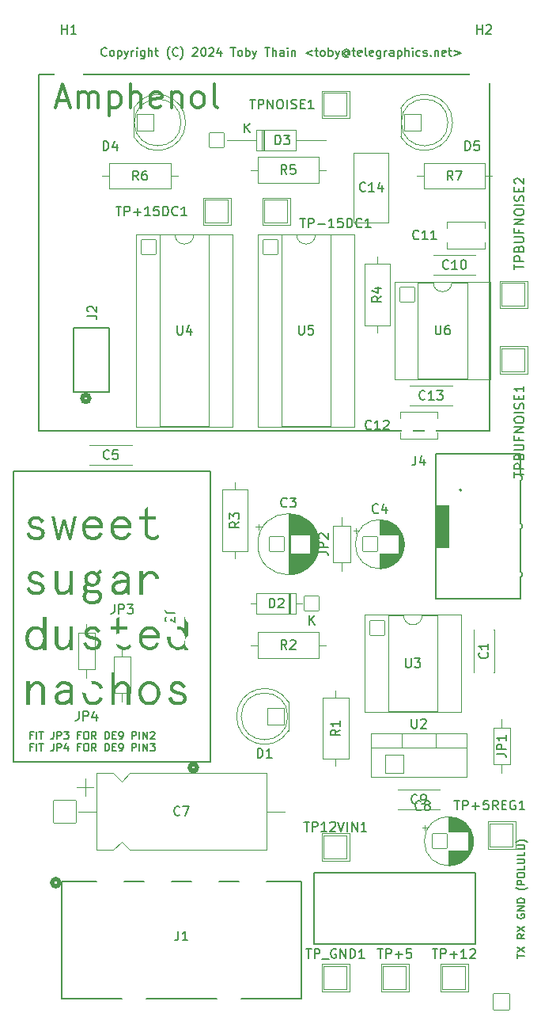
<source format=gto>
G04 #@! TF.GenerationSoftware,KiCad,Pcbnew,8.0.3*
G04 #@! TF.CreationDate,2024-08-19T01:24:21-04:00*
G04 #@! TF.ProjectId,smoke-detector-interface,736d6f6b-652d-4646-9574-6563746f722d,rev?*
G04 #@! TF.SameCoordinates,Original*
G04 #@! TF.FileFunction,Legend,Top*
G04 #@! TF.FilePolarity,Positive*
%FSLAX46Y46*%
G04 Gerber Fmt 4.6, Leading zero omitted, Abs format (unit mm)*
G04 Created by KiCad (PCBNEW 8.0.3) date 2024-08-19 01:24:21*
%MOMM*%
%LPD*%
G01*
G04 APERTURE LIST*
G04 Aperture macros list*
%AMRoundRect*
0 Rectangle with rounded corners*
0 $1 Rounding radius*
0 $2 $3 $4 $5 $6 $7 $8 $9 X,Y pos of 4 corners*
0 Add a 4 corners polygon primitive as box body*
4,1,4,$2,$3,$4,$5,$6,$7,$8,$9,$2,$3,0*
0 Add four circle primitives for the rounded corners*
1,1,$1+$1,$2,$3*
1,1,$1+$1,$4,$5*
1,1,$1+$1,$6,$7*
1,1,$1+$1,$8,$9*
0 Add four rect primitives between the rounded corners*
20,1,$1+$1,$2,$3,$4,$5,0*
20,1,$1+$1,$4,$5,$6,$7,0*
20,1,$1+$1,$6,$7,$8,$9,0*
20,1,$1+$1,$8,$9,$2,$3,0*%
G04 Aperture macros list end*
%ADD10C,0.200000*%
%ADD11C,0.300000*%
%ADD12C,0.150000*%
%ADD13C,0.254000*%
%ADD14C,0.120000*%
%ADD15C,0.152400*%
%ADD16C,0.508000*%
%ADD17C,0.010000*%
%ADD18RoundRect,0.038000X-1.250000X-1.250000X1.250000X-1.250000X1.250000X1.250000X-1.250000X1.250000X0*%
%ADD19C,3.860600*%
%ADD20C,2.076000*%
%ADD21C,1.676000*%
%ADD22C,1.727000*%
%ADD23C,3.936800*%
%ADD24RoundRect,0.038000X0.900000X0.900000X-0.900000X0.900000X-0.900000X-0.900000X0.900000X-0.900000X0*%
%ADD25C,1.876000*%
%ADD26RoundRect,0.038000X-0.900000X-0.900000X0.900000X-0.900000X0.900000X0.900000X-0.900000X0.900000X0*%
%ADD27RoundRect,0.038000X-0.800000X-0.800000X0.800000X-0.800000X0.800000X0.800000X-0.800000X0.800000X0*%
%ADD28O,1.676000X1.676000*%
%ADD29C,1.476000*%
%ADD30O,1.476000X1.476000*%
%ADD31RoundRect,0.038000X0.800000X0.800000X-0.800000X0.800000X-0.800000X-0.800000X0.800000X-0.800000X0*%
%ADD32RoundRect,0.038000X-1.200000X-1.200000X1.200000X-1.200000X1.200000X1.200000X-1.200000X1.200000X0*%
%ADD33O,2.476000X2.476000*%
%ADD34C,1.854000*%
%ADD35C,3.276000*%
%ADD36RoundRect,0.038000X-0.952500X-1.000000X0.952500X-1.000000X0.952500X1.000000X-0.952500X1.000000X0*%
%ADD37O,1.981000X2.076000*%
%ADD38C,2.362000*%
%ADD39C,2.870000*%
%ADD40C,4.648000*%
%ADD41C,0.990400*%
%ADD42RoundRect,0.038000X-0.850000X-0.850000X0.850000X-0.850000X0.850000X0.850000X-0.850000X0.850000X0*%
%ADD43O,1.776000X1.776000*%
G04 APERTURE END LIST*
D10*
X151491695Y-154097231D02*
X151491695Y-153640088D01*
X152291695Y-153868660D02*
X151491695Y-153868660D01*
X151491695Y-153449612D02*
X152291695Y-152916278D01*
X151491695Y-152916278D02*
X152291695Y-153449612D01*
X152291695Y-151544849D02*
X151910742Y-151811516D01*
X152291695Y-152001992D02*
X151491695Y-152001992D01*
X151491695Y-152001992D02*
X151491695Y-151697230D01*
X151491695Y-151697230D02*
X151529790Y-151621040D01*
X151529790Y-151621040D02*
X151567885Y-151582945D01*
X151567885Y-151582945D02*
X151644076Y-151544849D01*
X151644076Y-151544849D02*
X151758361Y-151544849D01*
X151758361Y-151544849D02*
X151834552Y-151582945D01*
X151834552Y-151582945D02*
X151872647Y-151621040D01*
X151872647Y-151621040D02*
X151910742Y-151697230D01*
X151910742Y-151697230D02*
X151910742Y-152001992D01*
X151491695Y-151278183D02*
X152291695Y-150744849D01*
X151491695Y-150744849D02*
X152291695Y-151278183D01*
X151529790Y-149411516D02*
X151491695Y-149487706D01*
X151491695Y-149487706D02*
X151491695Y-149601992D01*
X151491695Y-149601992D02*
X151529790Y-149716278D01*
X151529790Y-149716278D02*
X151605980Y-149792468D01*
X151605980Y-149792468D02*
X151682171Y-149830563D01*
X151682171Y-149830563D02*
X151834552Y-149868659D01*
X151834552Y-149868659D02*
X151948838Y-149868659D01*
X151948838Y-149868659D02*
X152101219Y-149830563D01*
X152101219Y-149830563D02*
X152177409Y-149792468D01*
X152177409Y-149792468D02*
X152253600Y-149716278D01*
X152253600Y-149716278D02*
X152291695Y-149601992D01*
X152291695Y-149601992D02*
X152291695Y-149525801D01*
X152291695Y-149525801D02*
X152253600Y-149411516D01*
X152253600Y-149411516D02*
X152215504Y-149373420D01*
X152215504Y-149373420D02*
X151948838Y-149373420D01*
X151948838Y-149373420D02*
X151948838Y-149525801D01*
X152291695Y-149030563D02*
X151491695Y-149030563D01*
X151491695Y-149030563D02*
X152291695Y-148573420D01*
X152291695Y-148573420D02*
X151491695Y-148573420D01*
X152291695Y-148192468D02*
X151491695Y-148192468D01*
X151491695Y-148192468D02*
X151491695Y-148001992D01*
X151491695Y-148001992D02*
X151529790Y-147887706D01*
X151529790Y-147887706D02*
X151605980Y-147811516D01*
X151605980Y-147811516D02*
X151682171Y-147773421D01*
X151682171Y-147773421D02*
X151834552Y-147735325D01*
X151834552Y-147735325D02*
X151948838Y-147735325D01*
X151948838Y-147735325D02*
X152101219Y-147773421D01*
X152101219Y-147773421D02*
X152177409Y-147811516D01*
X152177409Y-147811516D02*
X152253600Y-147887706D01*
X152253600Y-147887706D02*
X152291695Y-148001992D01*
X152291695Y-148001992D02*
X152291695Y-148192468D01*
X152596457Y-146554373D02*
X152558361Y-146592468D01*
X152558361Y-146592468D02*
X152444076Y-146668659D01*
X152444076Y-146668659D02*
X152367885Y-146706754D01*
X152367885Y-146706754D02*
X152253600Y-146744849D01*
X152253600Y-146744849D02*
X152063123Y-146782944D01*
X152063123Y-146782944D02*
X151910742Y-146782944D01*
X151910742Y-146782944D02*
X151720266Y-146744849D01*
X151720266Y-146744849D02*
X151605980Y-146706754D01*
X151605980Y-146706754D02*
X151529790Y-146668659D01*
X151529790Y-146668659D02*
X151415504Y-146592468D01*
X151415504Y-146592468D02*
X151377409Y-146554373D01*
X152291695Y-146249611D02*
X151491695Y-146249611D01*
X151491695Y-146249611D02*
X151491695Y-145944849D01*
X151491695Y-145944849D02*
X151529790Y-145868659D01*
X151529790Y-145868659D02*
X151567885Y-145830564D01*
X151567885Y-145830564D02*
X151644076Y-145792468D01*
X151644076Y-145792468D02*
X151758361Y-145792468D01*
X151758361Y-145792468D02*
X151834552Y-145830564D01*
X151834552Y-145830564D02*
X151872647Y-145868659D01*
X151872647Y-145868659D02*
X151910742Y-145944849D01*
X151910742Y-145944849D02*
X151910742Y-146249611D01*
X151491695Y-145297230D02*
X151491695Y-145144849D01*
X151491695Y-145144849D02*
X151529790Y-145068659D01*
X151529790Y-145068659D02*
X151605980Y-144992468D01*
X151605980Y-144992468D02*
X151758361Y-144954373D01*
X151758361Y-144954373D02*
X152025028Y-144954373D01*
X152025028Y-144954373D02*
X152177409Y-144992468D01*
X152177409Y-144992468D02*
X152253600Y-145068659D01*
X152253600Y-145068659D02*
X152291695Y-145144849D01*
X152291695Y-145144849D02*
X152291695Y-145297230D01*
X152291695Y-145297230D02*
X152253600Y-145373421D01*
X152253600Y-145373421D02*
X152177409Y-145449611D01*
X152177409Y-145449611D02*
X152025028Y-145487707D01*
X152025028Y-145487707D02*
X151758361Y-145487707D01*
X151758361Y-145487707D02*
X151605980Y-145449611D01*
X151605980Y-145449611D02*
X151529790Y-145373421D01*
X151529790Y-145373421D02*
X151491695Y-145297230D01*
X152291695Y-144230564D02*
X152291695Y-144611516D01*
X152291695Y-144611516D02*
X151491695Y-144611516D01*
X151491695Y-143963897D02*
X152139314Y-143963897D01*
X152139314Y-143963897D02*
X152215504Y-143925802D01*
X152215504Y-143925802D02*
X152253600Y-143887707D01*
X152253600Y-143887707D02*
X152291695Y-143811516D01*
X152291695Y-143811516D02*
X152291695Y-143659135D01*
X152291695Y-143659135D02*
X152253600Y-143582945D01*
X152253600Y-143582945D02*
X152215504Y-143544850D01*
X152215504Y-143544850D02*
X152139314Y-143506754D01*
X152139314Y-143506754D02*
X151491695Y-143506754D01*
X152291695Y-142744850D02*
X152291695Y-143125802D01*
X152291695Y-143125802D02*
X151491695Y-143125802D01*
X151491695Y-142478183D02*
X152139314Y-142478183D01*
X152139314Y-142478183D02*
X152215504Y-142440088D01*
X152215504Y-142440088D02*
X152253600Y-142401993D01*
X152253600Y-142401993D02*
X152291695Y-142325802D01*
X152291695Y-142325802D02*
X152291695Y-142173421D01*
X152291695Y-142173421D02*
X152253600Y-142097231D01*
X152253600Y-142097231D02*
X152215504Y-142059136D01*
X152215504Y-142059136D02*
X152139314Y-142021040D01*
X152139314Y-142021040D02*
X151491695Y-142021040D01*
X152596457Y-141716279D02*
X152558361Y-141678184D01*
X152558361Y-141678184D02*
X152444076Y-141601993D01*
X152444076Y-141601993D02*
X152367885Y-141563898D01*
X152367885Y-141563898D02*
X152253600Y-141525803D01*
X152253600Y-141525803D02*
X152063123Y-141487707D01*
X152063123Y-141487707D02*
X151910742Y-141487707D01*
X151910742Y-141487707D02*
X151720266Y-141525803D01*
X151720266Y-141525803D02*
X151605980Y-141563898D01*
X151605980Y-141563898D02*
X151529790Y-141601993D01*
X151529790Y-141601993D02*
X151415504Y-141678184D01*
X151415504Y-141678184D02*
X151377409Y-141716279D01*
X100330000Y-59610000D02*
X148590000Y-59610000D01*
X148590000Y-97710000D01*
X100330000Y-97710000D01*
X100330000Y-59610000D01*
X107540149Y-57578742D02*
X107497292Y-57621600D01*
X107497292Y-57621600D02*
X107368720Y-57664457D01*
X107368720Y-57664457D02*
X107283006Y-57664457D01*
X107283006Y-57664457D02*
X107154435Y-57621600D01*
X107154435Y-57621600D02*
X107068720Y-57535885D01*
X107068720Y-57535885D02*
X107025863Y-57450171D01*
X107025863Y-57450171D02*
X106983006Y-57278742D01*
X106983006Y-57278742D02*
X106983006Y-57150171D01*
X106983006Y-57150171D02*
X107025863Y-56978742D01*
X107025863Y-56978742D02*
X107068720Y-56893028D01*
X107068720Y-56893028D02*
X107154435Y-56807314D01*
X107154435Y-56807314D02*
X107283006Y-56764457D01*
X107283006Y-56764457D02*
X107368720Y-56764457D01*
X107368720Y-56764457D02*
X107497292Y-56807314D01*
X107497292Y-56807314D02*
X107540149Y-56850171D01*
X108054435Y-57664457D02*
X107968720Y-57621600D01*
X107968720Y-57621600D02*
X107925863Y-57578742D01*
X107925863Y-57578742D02*
X107883006Y-57493028D01*
X107883006Y-57493028D02*
X107883006Y-57235885D01*
X107883006Y-57235885D02*
X107925863Y-57150171D01*
X107925863Y-57150171D02*
X107968720Y-57107314D01*
X107968720Y-57107314D02*
X108054435Y-57064457D01*
X108054435Y-57064457D02*
X108183006Y-57064457D01*
X108183006Y-57064457D02*
X108268720Y-57107314D01*
X108268720Y-57107314D02*
X108311578Y-57150171D01*
X108311578Y-57150171D02*
X108354435Y-57235885D01*
X108354435Y-57235885D02*
X108354435Y-57493028D01*
X108354435Y-57493028D02*
X108311578Y-57578742D01*
X108311578Y-57578742D02*
X108268720Y-57621600D01*
X108268720Y-57621600D02*
X108183006Y-57664457D01*
X108183006Y-57664457D02*
X108054435Y-57664457D01*
X108740149Y-57064457D02*
X108740149Y-57964457D01*
X108740149Y-57107314D02*
X108825864Y-57064457D01*
X108825864Y-57064457D02*
X108997292Y-57064457D01*
X108997292Y-57064457D02*
X109083006Y-57107314D01*
X109083006Y-57107314D02*
X109125864Y-57150171D01*
X109125864Y-57150171D02*
X109168721Y-57235885D01*
X109168721Y-57235885D02*
X109168721Y-57493028D01*
X109168721Y-57493028D02*
X109125864Y-57578742D01*
X109125864Y-57578742D02*
X109083006Y-57621600D01*
X109083006Y-57621600D02*
X108997292Y-57664457D01*
X108997292Y-57664457D02*
X108825864Y-57664457D01*
X108825864Y-57664457D02*
X108740149Y-57621600D01*
X109468721Y-57064457D02*
X109683007Y-57664457D01*
X109897292Y-57064457D02*
X109683007Y-57664457D01*
X109683007Y-57664457D02*
X109597292Y-57878742D01*
X109597292Y-57878742D02*
X109554435Y-57921600D01*
X109554435Y-57921600D02*
X109468721Y-57964457D01*
X110240149Y-57664457D02*
X110240149Y-57064457D01*
X110240149Y-57235885D02*
X110283006Y-57150171D01*
X110283006Y-57150171D02*
X110325864Y-57107314D01*
X110325864Y-57107314D02*
X110411578Y-57064457D01*
X110411578Y-57064457D02*
X110497292Y-57064457D01*
X110797292Y-57664457D02*
X110797292Y-57064457D01*
X110797292Y-56764457D02*
X110754435Y-56807314D01*
X110754435Y-56807314D02*
X110797292Y-56850171D01*
X110797292Y-56850171D02*
X110840149Y-56807314D01*
X110840149Y-56807314D02*
X110797292Y-56764457D01*
X110797292Y-56764457D02*
X110797292Y-56850171D01*
X111611578Y-57064457D02*
X111611578Y-57793028D01*
X111611578Y-57793028D02*
X111568720Y-57878742D01*
X111568720Y-57878742D02*
X111525863Y-57921600D01*
X111525863Y-57921600D02*
X111440149Y-57964457D01*
X111440149Y-57964457D02*
X111311578Y-57964457D01*
X111311578Y-57964457D02*
X111225863Y-57921600D01*
X111611578Y-57621600D02*
X111525863Y-57664457D01*
X111525863Y-57664457D02*
X111354435Y-57664457D01*
X111354435Y-57664457D02*
X111268720Y-57621600D01*
X111268720Y-57621600D02*
X111225863Y-57578742D01*
X111225863Y-57578742D02*
X111183006Y-57493028D01*
X111183006Y-57493028D02*
X111183006Y-57235885D01*
X111183006Y-57235885D02*
X111225863Y-57150171D01*
X111225863Y-57150171D02*
X111268720Y-57107314D01*
X111268720Y-57107314D02*
X111354435Y-57064457D01*
X111354435Y-57064457D02*
X111525863Y-57064457D01*
X111525863Y-57064457D02*
X111611578Y-57107314D01*
X112040149Y-57664457D02*
X112040149Y-56764457D01*
X112425864Y-57664457D02*
X112425864Y-57193028D01*
X112425864Y-57193028D02*
X112383006Y-57107314D01*
X112383006Y-57107314D02*
X112297292Y-57064457D01*
X112297292Y-57064457D02*
X112168721Y-57064457D01*
X112168721Y-57064457D02*
X112083006Y-57107314D01*
X112083006Y-57107314D02*
X112040149Y-57150171D01*
X112725864Y-57064457D02*
X113068721Y-57064457D01*
X112854435Y-56764457D02*
X112854435Y-57535885D01*
X112854435Y-57535885D02*
X112897292Y-57621600D01*
X112897292Y-57621600D02*
X112983007Y-57664457D01*
X112983007Y-57664457D02*
X113068721Y-57664457D01*
X114311578Y-58007314D02*
X114268721Y-57964457D01*
X114268721Y-57964457D02*
X114183007Y-57835885D01*
X114183007Y-57835885D02*
X114140150Y-57750171D01*
X114140150Y-57750171D02*
X114097292Y-57621600D01*
X114097292Y-57621600D02*
X114054435Y-57407314D01*
X114054435Y-57407314D02*
X114054435Y-57235885D01*
X114054435Y-57235885D02*
X114097292Y-57021600D01*
X114097292Y-57021600D02*
X114140150Y-56893028D01*
X114140150Y-56893028D02*
X114183007Y-56807314D01*
X114183007Y-56807314D02*
X114268721Y-56678742D01*
X114268721Y-56678742D02*
X114311578Y-56635885D01*
X115168721Y-57578742D02*
X115125864Y-57621600D01*
X115125864Y-57621600D02*
X114997292Y-57664457D01*
X114997292Y-57664457D02*
X114911578Y-57664457D01*
X114911578Y-57664457D02*
X114783007Y-57621600D01*
X114783007Y-57621600D02*
X114697292Y-57535885D01*
X114697292Y-57535885D02*
X114654435Y-57450171D01*
X114654435Y-57450171D02*
X114611578Y-57278742D01*
X114611578Y-57278742D02*
X114611578Y-57150171D01*
X114611578Y-57150171D02*
X114654435Y-56978742D01*
X114654435Y-56978742D02*
X114697292Y-56893028D01*
X114697292Y-56893028D02*
X114783007Y-56807314D01*
X114783007Y-56807314D02*
X114911578Y-56764457D01*
X114911578Y-56764457D02*
X114997292Y-56764457D01*
X114997292Y-56764457D02*
X115125864Y-56807314D01*
X115125864Y-56807314D02*
X115168721Y-56850171D01*
X115468721Y-58007314D02*
X115511578Y-57964457D01*
X115511578Y-57964457D02*
X115597292Y-57835885D01*
X115597292Y-57835885D02*
X115640150Y-57750171D01*
X115640150Y-57750171D02*
X115683007Y-57621600D01*
X115683007Y-57621600D02*
X115725864Y-57407314D01*
X115725864Y-57407314D02*
X115725864Y-57235885D01*
X115725864Y-57235885D02*
X115683007Y-57021600D01*
X115683007Y-57021600D02*
X115640150Y-56893028D01*
X115640150Y-56893028D02*
X115597292Y-56807314D01*
X115597292Y-56807314D02*
X115511578Y-56678742D01*
X115511578Y-56678742D02*
X115468721Y-56635885D01*
X116797292Y-56850171D02*
X116840149Y-56807314D01*
X116840149Y-56807314D02*
X116925864Y-56764457D01*
X116925864Y-56764457D02*
X117140149Y-56764457D01*
X117140149Y-56764457D02*
X117225864Y-56807314D01*
X117225864Y-56807314D02*
X117268721Y-56850171D01*
X117268721Y-56850171D02*
X117311578Y-56935885D01*
X117311578Y-56935885D02*
X117311578Y-57021600D01*
X117311578Y-57021600D02*
X117268721Y-57150171D01*
X117268721Y-57150171D02*
X116754435Y-57664457D01*
X116754435Y-57664457D02*
X117311578Y-57664457D01*
X117868721Y-56764457D02*
X117954435Y-56764457D01*
X117954435Y-56764457D02*
X118040149Y-56807314D01*
X118040149Y-56807314D02*
X118083007Y-56850171D01*
X118083007Y-56850171D02*
X118125864Y-56935885D01*
X118125864Y-56935885D02*
X118168721Y-57107314D01*
X118168721Y-57107314D02*
X118168721Y-57321600D01*
X118168721Y-57321600D02*
X118125864Y-57493028D01*
X118125864Y-57493028D02*
X118083007Y-57578742D01*
X118083007Y-57578742D02*
X118040149Y-57621600D01*
X118040149Y-57621600D02*
X117954435Y-57664457D01*
X117954435Y-57664457D02*
X117868721Y-57664457D01*
X117868721Y-57664457D02*
X117783007Y-57621600D01*
X117783007Y-57621600D02*
X117740149Y-57578742D01*
X117740149Y-57578742D02*
X117697292Y-57493028D01*
X117697292Y-57493028D02*
X117654435Y-57321600D01*
X117654435Y-57321600D02*
X117654435Y-57107314D01*
X117654435Y-57107314D02*
X117697292Y-56935885D01*
X117697292Y-56935885D02*
X117740149Y-56850171D01*
X117740149Y-56850171D02*
X117783007Y-56807314D01*
X117783007Y-56807314D02*
X117868721Y-56764457D01*
X118511578Y-56850171D02*
X118554435Y-56807314D01*
X118554435Y-56807314D02*
X118640150Y-56764457D01*
X118640150Y-56764457D02*
X118854435Y-56764457D01*
X118854435Y-56764457D02*
X118940150Y-56807314D01*
X118940150Y-56807314D02*
X118983007Y-56850171D01*
X118983007Y-56850171D02*
X119025864Y-56935885D01*
X119025864Y-56935885D02*
X119025864Y-57021600D01*
X119025864Y-57021600D02*
X118983007Y-57150171D01*
X118983007Y-57150171D02*
X118468721Y-57664457D01*
X118468721Y-57664457D02*
X119025864Y-57664457D01*
X119797293Y-57064457D02*
X119797293Y-57664457D01*
X119583007Y-56721600D02*
X119368721Y-57364457D01*
X119368721Y-57364457D02*
X119925864Y-57364457D01*
X120825864Y-56764457D02*
X121340150Y-56764457D01*
X121083007Y-57664457D02*
X121083007Y-56764457D01*
X121768721Y-57664457D02*
X121683006Y-57621600D01*
X121683006Y-57621600D02*
X121640149Y-57578742D01*
X121640149Y-57578742D02*
X121597292Y-57493028D01*
X121597292Y-57493028D02*
X121597292Y-57235885D01*
X121597292Y-57235885D02*
X121640149Y-57150171D01*
X121640149Y-57150171D02*
X121683006Y-57107314D01*
X121683006Y-57107314D02*
X121768721Y-57064457D01*
X121768721Y-57064457D02*
X121897292Y-57064457D01*
X121897292Y-57064457D02*
X121983006Y-57107314D01*
X121983006Y-57107314D02*
X122025864Y-57150171D01*
X122025864Y-57150171D02*
X122068721Y-57235885D01*
X122068721Y-57235885D02*
X122068721Y-57493028D01*
X122068721Y-57493028D02*
X122025864Y-57578742D01*
X122025864Y-57578742D02*
X121983006Y-57621600D01*
X121983006Y-57621600D02*
X121897292Y-57664457D01*
X121897292Y-57664457D02*
X121768721Y-57664457D01*
X122454435Y-57664457D02*
X122454435Y-56764457D01*
X122454435Y-57107314D02*
X122540150Y-57064457D01*
X122540150Y-57064457D02*
X122711578Y-57064457D01*
X122711578Y-57064457D02*
X122797292Y-57107314D01*
X122797292Y-57107314D02*
X122840150Y-57150171D01*
X122840150Y-57150171D02*
X122883007Y-57235885D01*
X122883007Y-57235885D02*
X122883007Y-57493028D01*
X122883007Y-57493028D02*
X122840150Y-57578742D01*
X122840150Y-57578742D02*
X122797292Y-57621600D01*
X122797292Y-57621600D02*
X122711578Y-57664457D01*
X122711578Y-57664457D02*
X122540150Y-57664457D01*
X122540150Y-57664457D02*
X122454435Y-57621600D01*
X123183007Y-57064457D02*
X123397293Y-57664457D01*
X123611578Y-57064457D02*
X123397293Y-57664457D01*
X123397293Y-57664457D02*
X123311578Y-57878742D01*
X123311578Y-57878742D02*
X123268721Y-57921600D01*
X123268721Y-57921600D02*
X123183007Y-57964457D01*
X124511578Y-56764457D02*
X125025864Y-56764457D01*
X124768721Y-57664457D02*
X124768721Y-56764457D01*
X125325863Y-57664457D02*
X125325863Y-56764457D01*
X125711578Y-57664457D02*
X125711578Y-57193028D01*
X125711578Y-57193028D02*
X125668720Y-57107314D01*
X125668720Y-57107314D02*
X125583006Y-57064457D01*
X125583006Y-57064457D02*
X125454435Y-57064457D01*
X125454435Y-57064457D02*
X125368720Y-57107314D01*
X125368720Y-57107314D02*
X125325863Y-57150171D01*
X126525864Y-57664457D02*
X126525864Y-57193028D01*
X126525864Y-57193028D02*
X126483006Y-57107314D01*
X126483006Y-57107314D02*
X126397292Y-57064457D01*
X126397292Y-57064457D02*
X126225864Y-57064457D01*
X126225864Y-57064457D02*
X126140149Y-57107314D01*
X126525864Y-57621600D02*
X126440149Y-57664457D01*
X126440149Y-57664457D02*
X126225864Y-57664457D01*
X126225864Y-57664457D02*
X126140149Y-57621600D01*
X126140149Y-57621600D02*
X126097292Y-57535885D01*
X126097292Y-57535885D02*
X126097292Y-57450171D01*
X126097292Y-57450171D02*
X126140149Y-57364457D01*
X126140149Y-57364457D02*
X126225864Y-57321600D01*
X126225864Y-57321600D02*
X126440149Y-57321600D01*
X126440149Y-57321600D02*
X126525864Y-57278742D01*
X126954435Y-57664457D02*
X126954435Y-57064457D01*
X126954435Y-56764457D02*
X126911578Y-56807314D01*
X126911578Y-56807314D02*
X126954435Y-56850171D01*
X126954435Y-56850171D02*
X126997292Y-56807314D01*
X126997292Y-56807314D02*
X126954435Y-56764457D01*
X126954435Y-56764457D02*
X126954435Y-56850171D01*
X127383006Y-57064457D02*
X127383006Y-57664457D01*
X127383006Y-57150171D02*
X127425863Y-57107314D01*
X127425863Y-57107314D02*
X127511578Y-57064457D01*
X127511578Y-57064457D02*
X127640149Y-57064457D01*
X127640149Y-57064457D02*
X127725863Y-57107314D01*
X127725863Y-57107314D02*
X127768721Y-57193028D01*
X127768721Y-57193028D02*
X127768721Y-57664457D01*
X129568721Y-57064457D02*
X128883006Y-57321600D01*
X128883006Y-57321600D02*
X129568721Y-57578742D01*
X129868721Y-57064457D02*
X130211578Y-57064457D01*
X129997292Y-56764457D02*
X129997292Y-57535885D01*
X129997292Y-57535885D02*
X130040149Y-57621600D01*
X130040149Y-57621600D02*
X130125864Y-57664457D01*
X130125864Y-57664457D02*
X130211578Y-57664457D01*
X130640150Y-57664457D02*
X130554435Y-57621600D01*
X130554435Y-57621600D02*
X130511578Y-57578742D01*
X130511578Y-57578742D02*
X130468721Y-57493028D01*
X130468721Y-57493028D02*
X130468721Y-57235885D01*
X130468721Y-57235885D02*
X130511578Y-57150171D01*
X130511578Y-57150171D02*
X130554435Y-57107314D01*
X130554435Y-57107314D02*
X130640150Y-57064457D01*
X130640150Y-57064457D02*
X130768721Y-57064457D01*
X130768721Y-57064457D02*
X130854435Y-57107314D01*
X130854435Y-57107314D02*
X130897293Y-57150171D01*
X130897293Y-57150171D02*
X130940150Y-57235885D01*
X130940150Y-57235885D02*
X130940150Y-57493028D01*
X130940150Y-57493028D02*
X130897293Y-57578742D01*
X130897293Y-57578742D02*
X130854435Y-57621600D01*
X130854435Y-57621600D02*
X130768721Y-57664457D01*
X130768721Y-57664457D02*
X130640150Y-57664457D01*
X131325864Y-57664457D02*
X131325864Y-56764457D01*
X131325864Y-57107314D02*
X131411579Y-57064457D01*
X131411579Y-57064457D02*
X131583007Y-57064457D01*
X131583007Y-57064457D02*
X131668721Y-57107314D01*
X131668721Y-57107314D02*
X131711579Y-57150171D01*
X131711579Y-57150171D02*
X131754436Y-57235885D01*
X131754436Y-57235885D02*
X131754436Y-57493028D01*
X131754436Y-57493028D02*
X131711579Y-57578742D01*
X131711579Y-57578742D02*
X131668721Y-57621600D01*
X131668721Y-57621600D02*
X131583007Y-57664457D01*
X131583007Y-57664457D02*
X131411579Y-57664457D01*
X131411579Y-57664457D02*
X131325864Y-57621600D01*
X132054436Y-57064457D02*
X132268722Y-57664457D01*
X132483007Y-57064457D02*
X132268722Y-57664457D01*
X132268722Y-57664457D02*
X132183007Y-57878742D01*
X132183007Y-57878742D02*
X132140150Y-57921600D01*
X132140150Y-57921600D02*
X132054436Y-57964457D01*
X133383007Y-57235885D02*
X133340150Y-57193028D01*
X133340150Y-57193028D02*
X133254436Y-57150171D01*
X133254436Y-57150171D02*
X133168721Y-57150171D01*
X133168721Y-57150171D02*
X133083007Y-57193028D01*
X133083007Y-57193028D02*
X133040150Y-57235885D01*
X133040150Y-57235885D02*
X132997293Y-57321600D01*
X132997293Y-57321600D02*
X132997293Y-57407314D01*
X132997293Y-57407314D02*
X133040150Y-57493028D01*
X133040150Y-57493028D02*
X133083007Y-57535885D01*
X133083007Y-57535885D02*
X133168721Y-57578742D01*
X133168721Y-57578742D02*
X133254436Y-57578742D01*
X133254436Y-57578742D02*
X133340150Y-57535885D01*
X133340150Y-57535885D02*
X133383007Y-57493028D01*
X133383007Y-57150171D02*
X133383007Y-57493028D01*
X133383007Y-57493028D02*
X133425864Y-57535885D01*
X133425864Y-57535885D02*
X133468721Y-57535885D01*
X133468721Y-57535885D02*
X133554436Y-57493028D01*
X133554436Y-57493028D02*
X133597293Y-57407314D01*
X133597293Y-57407314D02*
X133597293Y-57193028D01*
X133597293Y-57193028D02*
X133511579Y-57064457D01*
X133511579Y-57064457D02*
X133383007Y-56978742D01*
X133383007Y-56978742D02*
X133211579Y-56935885D01*
X133211579Y-56935885D02*
X133040150Y-56978742D01*
X133040150Y-56978742D02*
X132911579Y-57064457D01*
X132911579Y-57064457D02*
X132825864Y-57193028D01*
X132825864Y-57193028D02*
X132783007Y-57364457D01*
X132783007Y-57364457D02*
X132825864Y-57535885D01*
X132825864Y-57535885D02*
X132911579Y-57664457D01*
X132911579Y-57664457D02*
X133040150Y-57750171D01*
X133040150Y-57750171D02*
X133211579Y-57793028D01*
X133211579Y-57793028D02*
X133383007Y-57750171D01*
X133383007Y-57750171D02*
X133511579Y-57664457D01*
X133854436Y-57064457D02*
X134197293Y-57064457D01*
X133983007Y-56764457D02*
X133983007Y-57535885D01*
X133983007Y-57535885D02*
X134025864Y-57621600D01*
X134025864Y-57621600D02*
X134111579Y-57664457D01*
X134111579Y-57664457D02*
X134197293Y-57664457D01*
X134840150Y-57621600D02*
X134754436Y-57664457D01*
X134754436Y-57664457D02*
X134583008Y-57664457D01*
X134583008Y-57664457D02*
X134497293Y-57621600D01*
X134497293Y-57621600D02*
X134454436Y-57535885D01*
X134454436Y-57535885D02*
X134454436Y-57193028D01*
X134454436Y-57193028D02*
X134497293Y-57107314D01*
X134497293Y-57107314D02*
X134583008Y-57064457D01*
X134583008Y-57064457D02*
X134754436Y-57064457D01*
X134754436Y-57064457D02*
X134840150Y-57107314D01*
X134840150Y-57107314D02*
X134883008Y-57193028D01*
X134883008Y-57193028D02*
X134883008Y-57278742D01*
X134883008Y-57278742D02*
X134454436Y-57364457D01*
X135397294Y-57664457D02*
X135311579Y-57621600D01*
X135311579Y-57621600D02*
X135268722Y-57535885D01*
X135268722Y-57535885D02*
X135268722Y-56764457D01*
X136083008Y-57621600D02*
X135997294Y-57664457D01*
X135997294Y-57664457D02*
X135825866Y-57664457D01*
X135825866Y-57664457D02*
X135740151Y-57621600D01*
X135740151Y-57621600D02*
X135697294Y-57535885D01*
X135697294Y-57535885D02*
X135697294Y-57193028D01*
X135697294Y-57193028D02*
X135740151Y-57107314D01*
X135740151Y-57107314D02*
X135825866Y-57064457D01*
X135825866Y-57064457D02*
X135997294Y-57064457D01*
X135997294Y-57064457D02*
X136083008Y-57107314D01*
X136083008Y-57107314D02*
X136125866Y-57193028D01*
X136125866Y-57193028D02*
X136125866Y-57278742D01*
X136125866Y-57278742D02*
X135697294Y-57364457D01*
X136897295Y-57064457D02*
X136897295Y-57793028D01*
X136897295Y-57793028D02*
X136854437Y-57878742D01*
X136854437Y-57878742D02*
X136811580Y-57921600D01*
X136811580Y-57921600D02*
X136725866Y-57964457D01*
X136725866Y-57964457D02*
X136597295Y-57964457D01*
X136597295Y-57964457D02*
X136511580Y-57921600D01*
X136897295Y-57621600D02*
X136811580Y-57664457D01*
X136811580Y-57664457D02*
X136640152Y-57664457D01*
X136640152Y-57664457D02*
X136554437Y-57621600D01*
X136554437Y-57621600D02*
X136511580Y-57578742D01*
X136511580Y-57578742D02*
X136468723Y-57493028D01*
X136468723Y-57493028D02*
X136468723Y-57235885D01*
X136468723Y-57235885D02*
X136511580Y-57150171D01*
X136511580Y-57150171D02*
X136554437Y-57107314D01*
X136554437Y-57107314D02*
X136640152Y-57064457D01*
X136640152Y-57064457D02*
X136811580Y-57064457D01*
X136811580Y-57064457D02*
X136897295Y-57107314D01*
X137325866Y-57664457D02*
X137325866Y-57064457D01*
X137325866Y-57235885D02*
X137368723Y-57150171D01*
X137368723Y-57150171D02*
X137411581Y-57107314D01*
X137411581Y-57107314D02*
X137497295Y-57064457D01*
X137497295Y-57064457D02*
X137583009Y-57064457D01*
X138268724Y-57664457D02*
X138268724Y-57193028D01*
X138268724Y-57193028D02*
X138225866Y-57107314D01*
X138225866Y-57107314D02*
X138140152Y-57064457D01*
X138140152Y-57064457D02*
X137968724Y-57064457D01*
X137968724Y-57064457D02*
X137883009Y-57107314D01*
X138268724Y-57621600D02*
X138183009Y-57664457D01*
X138183009Y-57664457D02*
X137968724Y-57664457D01*
X137968724Y-57664457D02*
X137883009Y-57621600D01*
X137883009Y-57621600D02*
X137840152Y-57535885D01*
X137840152Y-57535885D02*
X137840152Y-57450171D01*
X137840152Y-57450171D02*
X137883009Y-57364457D01*
X137883009Y-57364457D02*
X137968724Y-57321600D01*
X137968724Y-57321600D02*
X138183009Y-57321600D01*
X138183009Y-57321600D02*
X138268724Y-57278742D01*
X138697295Y-57064457D02*
X138697295Y-57964457D01*
X138697295Y-57107314D02*
X138783010Y-57064457D01*
X138783010Y-57064457D02*
X138954438Y-57064457D01*
X138954438Y-57064457D02*
X139040152Y-57107314D01*
X139040152Y-57107314D02*
X139083010Y-57150171D01*
X139083010Y-57150171D02*
X139125867Y-57235885D01*
X139125867Y-57235885D02*
X139125867Y-57493028D01*
X139125867Y-57493028D02*
X139083010Y-57578742D01*
X139083010Y-57578742D02*
X139040152Y-57621600D01*
X139040152Y-57621600D02*
X138954438Y-57664457D01*
X138954438Y-57664457D02*
X138783010Y-57664457D01*
X138783010Y-57664457D02*
X138697295Y-57621600D01*
X139511581Y-57664457D02*
X139511581Y-56764457D01*
X139897296Y-57664457D02*
X139897296Y-57193028D01*
X139897296Y-57193028D02*
X139854438Y-57107314D01*
X139854438Y-57107314D02*
X139768724Y-57064457D01*
X139768724Y-57064457D02*
X139640153Y-57064457D01*
X139640153Y-57064457D02*
X139554438Y-57107314D01*
X139554438Y-57107314D02*
X139511581Y-57150171D01*
X140325867Y-57664457D02*
X140325867Y-57064457D01*
X140325867Y-56764457D02*
X140283010Y-56807314D01*
X140283010Y-56807314D02*
X140325867Y-56850171D01*
X140325867Y-56850171D02*
X140368724Y-56807314D01*
X140368724Y-56807314D02*
X140325867Y-56764457D01*
X140325867Y-56764457D02*
X140325867Y-56850171D01*
X141140153Y-57621600D02*
X141054438Y-57664457D01*
X141054438Y-57664457D02*
X140883010Y-57664457D01*
X140883010Y-57664457D02*
X140797295Y-57621600D01*
X140797295Y-57621600D02*
X140754438Y-57578742D01*
X140754438Y-57578742D02*
X140711581Y-57493028D01*
X140711581Y-57493028D02*
X140711581Y-57235885D01*
X140711581Y-57235885D02*
X140754438Y-57150171D01*
X140754438Y-57150171D02*
X140797295Y-57107314D01*
X140797295Y-57107314D02*
X140883010Y-57064457D01*
X140883010Y-57064457D02*
X141054438Y-57064457D01*
X141054438Y-57064457D02*
X141140153Y-57107314D01*
X141483010Y-57621600D02*
X141568724Y-57664457D01*
X141568724Y-57664457D02*
X141740153Y-57664457D01*
X141740153Y-57664457D02*
X141825867Y-57621600D01*
X141825867Y-57621600D02*
X141868724Y-57535885D01*
X141868724Y-57535885D02*
X141868724Y-57493028D01*
X141868724Y-57493028D02*
X141825867Y-57407314D01*
X141825867Y-57407314D02*
X141740153Y-57364457D01*
X141740153Y-57364457D02*
X141611582Y-57364457D01*
X141611582Y-57364457D02*
X141525867Y-57321600D01*
X141525867Y-57321600D02*
X141483010Y-57235885D01*
X141483010Y-57235885D02*
X141483010Y-57193028D01*
X141483010Y-57193028D02*
X141525867Y-57107314D01*
X141525867Y-57107314D02*
X141611582Y-57064457D01*
X141611582Y-57064457D02*
X141740153Y-57064457D01*
X141740153Y-57064457D02*
X141825867Y-57107314D01*
X142254438Y-57578742D02*
X142297295Y-57621600D01*
X142297295Y-57621600D02*
X142254438Y-57664457D01*
X142254438Y-57664457D02*
X142211581Y-57621600D01*
X142211581Y-57621600D02*
X142254438Y-57578742D01*
X142254438Y-57578742D02*
X142254438Y-57664457D01*
X142683009Y-57064457D02*
X142683009Y-57664457D01*
X142683009Y-57150171D02*
X142725866Y-57107314D01*
X142725866Y-57107314D02*
X142811581Y-57064457D01*
X142811581Y-57064457D02*
X142940152Y-57064457D01*
X142940152Y-57064457D02*
X143025866Y-57107314D01*
X143025866Y-57107314D02*
X143068724Y-57193028D01*
X143068724Y-57193028D02*
X143068724Y-57664457D01*
X143840152Y-57621600D02*
X143754438Y-57664457D01*
X143754438Y-57664457D02*
X143583010Y-57664457D01*
X143583010Y-57664457D02*
X143497295Y-57621600D01*
X143497295Y-57621600D02*
X143454438Y-57535885D01*
X143454438Y-57535885D02*
X143454438Y-57193028D01*
X143454438Y-57193028D02*
X143497295Y-57107314D01*
X143497295Y-57107314D02*
X143583010Y-57064457D01*
X143583010Y-57064457D02*
X143754438Y-57064457D01*
X143754438Y-57064457D02*
X143840152Y-57107314D01*
X143840152Y-57107314D02*
X143883010Y-57193028D01*
X143883010Y-57193028D02*
X143883010Y-57278742D01*
X143883010Y-57278742D02*
X143454438Y-57364457D01*
X144140153Y-57064457D02*
X144483010Y-57064457D01*
X144268724Y-56764457D02*
X144268724Y-57535885D01*
X144268724Y-57535885D02*
X144311581Y-57621600D01*
X144311581Y-57621600D02*
X144397296Y-57664457D01*
X144397296Y-57664457D02*
X144483010Y-57664457D01*
X144783010Y-57064457D02*
X145468725Y-57321600D01*
X145468725Y-57321600D02*
X144783010Y-57578742D01*
D11*
X102273558Y-62464161D02*
X103464034Y-62464161D01*
X102035463Y-63178447D02*
X102868796Y-60678447D01*
X102868796Y-60678447D02*
X103702129Y-63178447D01*
X104535463Y-63178447D02*
X104535463Y-61511780D01*
X104535463Y-61749876D02*
X104654510Y-61630828D01*
X104654510Y-61630828D02*
X104892605Y-61511780D01*
X104892605Y-61511780D02*
X105249748Y-61511780D01*
X105249748Y-61511780D02*
X105487844Y-61630828D01*
X105487844Y-61630828D02*
X105606891Y-61868923D01*
X105606891Y-61868923D02*
X105606891Y-63178447D01*
X105606891Y-61868923D02*
X105725939Y-61630828D01*
X105725939Y-61630828D02*
X105964034Y-61511780D01*
X105964034Y-61511780D02*
X106321177Y-61511780D01*
X106321177Y-61511780D02*
X106559272Y-61630828D01*
X106559272Y-61630828D02*
X106678320Y-61868923D01*
X106678320Y-61868923D02*
X106678320Y-63178447D01*
X107868796Y-61511780D02*
X107868796Y-64011780D01*
X107868796Y-61630828D02*
X108106891Y-61511780D01*
X108106891Y-61511780D02*
X108583081Y-61511780D01*
X108583081Y-61511780D02*
X108821177Y-61630828D01*
X108821177Y-61630828D02*
X108940224Y-61749876D01*
X108940224Y-61749876D02*
X109059272Y-61987971D01*
X109059272Y-61987971D02*
X109059272Y-62702257D01*
X109059272Y-62702257D02*
X108940224Y-62940352D01*
X108940224Y-62940352D02*
X108821177Y-63059400D01*
X108821177Y-63059400D02*
X108583081Y-63178447D01*
X108583081Y-63178447D02*
X108106891Y-63178447D01*
X108106891Y-63178447D02*
X107868796Y-63059400D01*
X110130701Y-63178447D02*
X110130701Y-60678447D01*
X111202129Y-63178447D02*
X111202129Y-61868923D01*
X111202129Y-61868923D02*
X111083082Y-61630828D01*
X111083082Y-61630828D02*
X110844986Y-61511780D01*
X110844986Y-61511780D02*
X110487843Y-61511780D01*
X110487843Y-61511780D02*
X110249748Y-61630828D01*
X110249748Y-61630828D02*
X110130701Y-61749876D01*
X113344987Y-63059400D02*
X113106891Y-63178447D01*
X113106891Y-63178447D02*
X112630701Y-63178447D01*
X112630701Y-63178447D02*
X112392606Y-63059400D01*
X112392606Y-63059400D02*
X112273558Y-62821304D01*
X112273558Y-62821304D02*
X112273558Y-61868923D01*
X112273558Y-61868923D02*
X112392606Y-61630828D01*
X112392606Y-61630828D02*
X112630701Y-61511780D01*
X112630701Y-61511780D02*
X113106891Y-61511780D01*
X113106891Y-61511780D02*
X113344987Y-61630828D01*
X113344987Y-61630828D02*
X113464034Y-61868923D01*
X113464034Y-61868923D02*
X113464034Y-62107019D01*
X113464034Y-62107019D02*
X112273558Y-62345114D01*
X114535463Y-61511780D02*
X114535463Y-63178447D01*
X114535463Y-61749876D02*
X114654510Y-61630828D01*
X114654510Y-61630828D02*
X114892605Y-61511780D01*
X114892605Y-61511780D02*
X115249748Y-61511780D01*
X115249748Y-61511780D02*
X115487844Y-61630828D01*
X115487844Y-61630828D02*
X115606891Y-61868923D01*
X115606891Y-61868923D02*
X115606891Y-63178447D01*
X117154510Y-63178447D02*
X116916415Y-63059400D01*
X116916415Y-63059400D02*
X116797368Y-62940352D01*
X116797368Y-62940352D02*
X116678320Y-62702257D01*
X116678320Y-62702257D02*
X116678320Y-61987971D01*
X116678320Y-61987971D02*
X116797368Y-61749876D01*
X116797368Y-61749876D02*
X116916415Y-61630828D01*
X116916415Y-61630828D02*
X117154510Y-61511780D01*
X117154510Y-61511780D02*
X117511653Y-61511780D01*
X117511653Y-61511780D02*
X117749749Y-61630828D01*
X117749749Y-61630828D02*
X117868796Y-61749876D01*
X117868796Y-61749876D02*
X117987844Y-61987971D01*
X117987844Y-61987971D02*
X117987844Y-62702257D01*
X117987844Y-62702257D02*
X117868796Y-62940352D01*
X117868796Y-62940352D02*
X117749749Y-63059400D01*
X117749749Y-63059400D02*
X117511653Y-63178447D01*
X117511653Y-63178447D02*
X117154510Y-63178447D01*
X119416415Y-63178447D02*
X119178320Y-63059400D01*
X119178320Y-63059400D02*
X119059273Y-62821304D01*
X119059273Y-62821304D02*
X119059273Y-60678447D01*
D10*
X99648720Y-130264692D02*
X99382054Y-130264692D01*
X99382054Y-130683740D02*
X99382054Y-129883740D01*
X99382054Y-129883740D02*
X99763006Y-129883740D01*
X100067768Y-130683740D02*
X100067768Y-129883740D01*
X100334434Y-129883740D02*
X100791577Y-129883740D01*
X100563005Y-130683740D02*
X100563005Y-129883740D01*
X101896339Y-129883740D02*
X101896339Y-130455168D01*
X101896339Y-130455168D02*
X101858244Y-130569454D01*
X101858244Y-130569454D02*
X101782053Y-130645645D01*
X101782053Y-130645645D02*
X101667768Y-130683740D01*
X101667768Y-130683740D02*
X101591577Y-130683740D01*
X102277292Y-130683740D02*
X102277292Y-129883740D01*
X102277292Y-129883740D02*
X102582054Y-129883740D01*
X102582054Y-129883740D02*
X102658244Y-129921835D01*
X102658244Y-129921835D02*
X102696339Y-129959930D01*
X102696339Y-129959930D02*
X102734435Y-130036121D01*
X102734435Y-130036121D02*
X102734435Y-130150406D01*
X102734435Y-130150406D02*
X102696339Y-130226597D01*
X102696339Y-130226597D02*
X102658244Y-130264692D01*
X102658244Y-130264692D02*
X102582054Y-130302787D01*
X102582054Y-130302787D02*
X102277292Y-130302787D01*
X103001101Y-129883740D02*
X103496339Y-129883740D01*
X103496339Y-129883740D02*
X103229673Y-130188502D01*
X103229673Y-130188502D02*
X103343958Y-130188502D01*
X103343958Y-130188502D02*
X103420149Y-130226597D01*
X103420149Y-130226597D02*
X103458244Y-130264692D01*
X103458244Y-130264692D02*
X103496339Y-130340883D01*
X103496339Y-130340883D02*
X103496339Y-130531359D01*
X103496339Y-130531359D02*
X103458244Y-130607549D01*
X103458244Y-130607549D02*
X103420149Y-130645645D01*
X103420149Y-130645645D02*
X103343958Y-130683740D01*
X103343958Y-130683740D02*
X103115387Y-130683740D01*
X103115387Y-130683740D02*
X103039196Y-130645645D01*
X103039196Y-130645645D02*
X103001101Y-130607549D01*
X104715387Y-130264692D02*
X104448721Y-130264692D01*
X104448721Y-130683740D02*
X104448721Y-129883740D01*
X104448721Y-129883740D02*
X104829673Y-129883740D01*
X105286816Y-129883740D02*
X105439197Y-129883740D01*
X105439197Y-129883740D02*
X105515387Y-129921835D01*
X105515387Y-129921835D02*
X105591578Y-129998025D01*
X105591578Y-129998025D02*
X105629673Y-130150406D01*
X105629673Y-130150406D02*
X105629673Y-130417073D01*
X105629673Y-130417073D02*
X105591578Y-130569454D01*
X105591578Y-130569454D02*
X105515387Y-130645645D01*
X105515387Y-130645645D02*
X105439197Y-130683740D01*
X105439197Y-130683740D02*
X105286816Y-130683740D01*
X105286816Y-130683740D02*
X105210625Y-130645645D01*
X105210625Y-130645645D02*
X105134435Y-130569454D01*
X105134435Y-130569454D02*
X105096339Y-130417073D01*
X105096339Y-130417073D02*
X105096339Y-130150406D01*
X105096339Y-130150406D02*
X105134435Y-129998025D01*
X105134435Y-129998025D02*
X105210625Y-129921835D01*
X105210625Y-129921835D02*
X105286816Y-129883740D01*
X106429673Y-130683740D02*
X106163006Y-130302787D01*
X105972530Y-130683740D02*
X105972530Y-129883740D01*
X105972530Y-129883740D02*
X106277292Y-129883740D01*
X106277292Y-129883740D02*
X106353482Y-129921835D01*
X106353482Y-129921835D02*
X106391577Y-129959930D01*
X106391577Y-129959930D02*
X106429673Y-130036121D01*
X106429673Y-130036121D02*
X106429673Y-130150406D01*
X106429673Y-130150406D02*
X106391577Y-130226597D01*
X106391577Y-130226597D02*
X106353482Y-130264692D01*
X106353482Y-130264692D02*
X106277292Y-130302787D01*
X106277292Y-130302787D02*
X105972530Y-130302787D01*
X107382054Y-130683740D02*
X107382054Y-129883740D01*
X107382054Y-129883740D02*
X107572530Y-129883740D01*
X107572530Y-129883740D02*
X107686816Y-129921835D01*
X107686816Y-129921835D02*
X107763006Y-129998025D01*
X107763006Y-129998025D02*
X107801101Y-130074216D01*
X107801101Y-130074216D02*
X107839197Y-130226597D01*
X107839197Y-130226597D02*
X107839197Y-130340883D01*
X107839197Y-130340883D02*
X107801101Y-130493264D01*
X107801101Y-130493264D02*
X107763006Y-130569454D01*
X107763006Y-130569454D02*
X107686816Y-130645645D01*
X107686816Y-130645645D02*
X107572530Y-130683740D01*
X107572530Y-130683740D02*
X107382054Y-130683740D01*
X108182054Y-130264692D02*
X108448720Y-130264692D01*
X108563006Y-130683740D02*
X108182054Y-130683740D01*
X108182054Y-130683740D02*
X108182054Y-129883740D01*
X108182054Y-129883740D02*
X108563006Y-129883740D01*
X108943959Y-130683740D02*
X109096340Y-130683740D01*
X109096340Y-130683740D02*
X109172530Y-130645645D01*
X109172530Y-130645645D02*
X109210626Y-130607549D01*
X109210626Y-130607549D02*
X109286816Y-130493264D01*
X109286816Y-130493264D02*
X109324911Y-130340883D01*
X109324911Y-130340883D02*
X109324911Y-130036121D01*
X109324911Y-130036121D02*
X109286816Y-129959930D01*
X109286816Y-129959930D02*
X109248721Y-129921835D01*
X109248721Y-129921835D02*
X109172530Y-129883740D01*
X109172530Y-129883740D02*
X109020149Y-129883740D01*
X109020149Y-129883740D02*
X108943959Y-129921835D01*
X108943959Y-129921835D02*
X108905864Y-129959930D01*
X108905864Y-129959930D02*
X108867768Y-130036121D01*
X108867768Y-130036121D02*
X108867768Y-130226597D01*
X108867768Y-130226597D02*
X108905864Y-130302787D01*
X108905864Y-130302787D02*
X108943959Y-130340883D01*
X108943959Y-130340883D02*
X109020149Y-130378978D01*
X109020149Y-130378978D02*
X109172530Y-130378978D01*
X109172530Y-130378978D02*
X109248721Y-130340883D01*
X109248721Y-130340883D02*
X109286816Y-130302787D01*
X109286816Y-130302787D02*
X109324911Y-130226597D01*
X110277293Y-130683740D02*
X110277293Y-129883740D01*
X110277293Y-129883740D02*
X110582055Y-129883740D01*
X110582055Y-129883740D02*
X110658245Y-129921835D01*
X110658245Y-129921835D02*
X110696340Y-129959930D01*
X110696340Y-129959930D02*
X110734436Y-130036121D01*
X110734436Y-130036121D02*
X110734436Y-130150406D01*
X110734436Y-130150406D02*
X110696340Y-130226597D01*
X110696340Y-130226597D02*
X110658245Y-130264692D01*
X110658245Y-130264692D02*
X110582055Y-130302787D01*
X110582055Y-130302787D02*
X110277293Y-130302787D01*
X111077293Y-130683740D02*
X111077293Y-129883740D01*
X111458245Y-130683740D02*
X111458245Y-129883740D01*
X111458245Y-129883740D02*
X111915388Y-130683740D01*
X111915388Y-130683740D02*
X111915388Y-129883740D01*
X112258244Y-129959930D02*
X112296340Y-129921835D01*
X112296340Y-129921835D02*
X112372530Y-129883740D01*
X112372530Y-129883740D02*
X112563006Y-129883740D01*
X112563006Y-129883740D02*
X112639197Y-129921835D01*
X112639197Y-129921835D02*
X112677292Y-129959930D01*
X112677292Y-129959930D02*
X112715387Y-130036121D01*
X112715387Y-130036121D02*
X112715387Y-130112311D01*
X112715387Y-130112311D02*
X112677292Y-130226597D01*
X112677292Y-130226597D02*
X112220149Y-130683740D01*
X112220149Y-130683740D02*
X112715387Y-130683740D01*
X99648720Y-131552647D02*
X99382054Y-131552647D01*
X99382054Y-131971695D02*
X99382054Y-131171695D01*
X99382054Y-131171695D02*
X99763006Y-131171695D01*
X100067768Y-131971695D02*
X100067768Y-131171695D01*
X100334434Y-131171695D02*
X100791577Y-131171695D01*
X100563005Y-131971695D02*
X100563005Y-131171695D01*
X101896339Y-131171695D02*
X101896339Y-131743123D01*
X101896339Y-131743123D02*
X101858244Y-131857409D01*
X101858244Y-131857409D02*
X101782053Y-131933600D01*
X101782053Y-131933600D02*
X101667768Y-131971695D01*
X101667768Y-131971695D02*
X101591577Y-131971695D01*
X102277292Y-131971695D02*
X102277292Y-131171695D01*
X102277292Y-131171695D02*
X102582054Y-131171695D01*
X102582054Y-131171695D02*
X102658244Y-131209790D01*
X102658244Y-131209790D02*
X102696339Y-131247885D01*
X102696339Y-131247885D02*
X102734435Y-131324076D01*
X102734435Y-131324076D02*
X102734435Y-131438361D01*
X102734435Y-131438361D02*
X102696339Y-131514552D01*
X102696339Y-131514552D02*
X102658244Y-131552647D01*
X102658244Y-131552647D02*
X102582054Y-131590742D01*
X102582054Y-131590742D02*
X102277292Y-131590742D01*
X103420149Y-131438361D02*
X103420149Y-131971695D01*
X103229673Y-131133600D02*
X103039196Y-131705028D01*
X103039196Y-131705028D02*
X103534435Y-131705028D01*
X104715387Y-131552647D02*
X104448721Y-131552647D01*
X104448721Y-131971695D02*
X104448721Y-131171695D01*
X104448721Y-131171695D02*
X104829673Y-131171695D01*
X105286816Y-131171695D02*
X105439197Y-131171695D01*
X105439197Y-131171695D02*
X105515387Y-131209790D01*
X105515387Y-131209790D02*
X105591578Y-131285980D01*
X105591578Y-131285980D02*
X105629673Y-131438361D01*
X105629673Y-131438361D02*
X105629673Y-131705028D01*
X105629673Y-131705028D02*
X105591578Y-131857409D01*
X105591578Y-131857409D02*
X105515387Y-131933600D01*
X105515387Y-131933600D02*
X105439197Y-131971695D01*
X105439197Y-131971695D02*
X105286816Y-131971695D01*
X105286816Y-131971695D02*
X105210625Y-131933600D01*
X105210625Y-131933600D02*
X105134435Y-131857409D01*
X105134435Y-131857409D02*
X105096339Y-131705028D01*
X105096339Y-131705028D02*
X105096339Y-131438361D01*
X105096339Y-131438361D02*
X105134435Y-131285980D01*
X105134435Y-131285980D02*
X105210625Y-131209790D01*
X105210625Y-131209790D02*
X105286816Y-131171695D01*
X106429673Y-131971695D02*
X106163006Y-131590742D01*
X105972530Y-131971695D02*
X105972530Y-131171695D01*
X105972530Y-131171695D02*
X106277292Y-131171695D01*
X106277292Y-131171695D02*
X106353482Y-131209790D01*
X106353482Y-131209790D02*
X106391577Y-131247885D01*
X106391577Y-131247885D02*
X106429673Y-131324076D01*
X106429673Y-131324076D02*
X106429673Y-131438361D01*
X106429673Y-131438361D02*
X106391577Y-131514552D01*
X106391577Y-131514552D02*
X106353482Y-131552647D01*
X106353482Y-131552647D02*
X106277292Y-131590742D01*
X106277292Y-131590742D02*
X105972530Y-131590742D01*
X107382054Y-131971695D02*
X107382054Y-131171695D01*
X107382054Y-131171695D02*
X107572530Y-131171695D01*
X107572530Y-131171695D02*
X107686816Y-131209790D01*
X107686816Y-131209790D02*
X107763006Y-131285980D01*
X107763006Y-131285980D02*
X107801101Y-131362171D01*
X107801101Y-131362171D02*
X107839197Y-131514552D01*
X107839197Y-131514552D02*
X107839197Y-131628838D01*
X107839197Y-131628838D02*
X107801101Y-131781219D01*
X107801101Y-131781219D02*
X107763006Y-131857409D01*
X107763006Y-131857409D02*
X107686816Y-131933600D01*
X107686816Y-131933600D02*
X107572530Y-131971695D01*
X107572530Y-131971695D02*
X107382054Y-131971695D01*
X108182054Y-131552647D02*
X108448720Y-131552647D01*
X108563006Y-131971695D02*
X108182054Y-131971695D01*
X108182054Y-131971695D02*
X108182054Y-131171695D01*
X108182054Y-131171695D02*
X108563006Y-131171695D01*
X108943959Y-131971695D02*
X109096340Y-131971695D01*
X109096340Y-131971695D02*
X109172530Y-131933600D01*
X109172530Y-131933600D02*
X109210626Y-131895504D01*
X109210626Y-131895504D02*
X109286816Y-131781219D01*
X109286816Y-131781219D02*
X109324911Y-131628838D01*
X109324911Y-131628838D02*
X109324911Y-131324076D01*
X109324911Y-131324076D02*
X109286816Y-131247885D01*
X109286816Y-131247885D02*
X109248721Y-131209790D01*
X109248721Y-131209790D02*
X109172530Y-131171695D01*
X109172530Y-131171695D02*
X109020149Y-131171695D01*
X109020149Y-131171695D02*
X108943959Y-131209790D01*
X108943959Y-131209790D02*
X108905864Y-131247885D01*
X108905864Y-131247885D02*
X108867768Y-131324076D01*
X108867768Y-131324076D02*
X108867768Y-131514552D01*
X108867768Y-131514552D02*
X108905864Y-131590742D01*
X108905864Y-131590742D02*
X108943959Y-131628838D01*
X108943959Y-131628838D02*
X109020149Y-131666933D01*
X109020149Y-131666933D02*
X109172530Y-131666933D01*
X109172530Y-131666933D02*
X109248721Y-131628838D01*
X109248721Y-131628838D02*
X109286816Y-131590742D01*
X109286816Y-131590742D02*
X109324911Y-131514552D01*
X110277293Y-131971695D02*
X110277293Y-131171695D01*
X110277293Y-131171695D02*
X110582055Y-131171695D01*
X110582055Y-131171695D02*
X110658245Y-131209790D01*
X110658245Y-131209790D02*
X110696340Y-131247885D01*
X110696340Y-131247885D02*
X110734436Y-131324076D01*
X110734436Y-131324076D02*
X110734436Y-131438361D01*
X110734436Y-131438361D02*
X110696340Y-131514552D01*
X110696340Y-131514552D02*
X110658245Y-131552647D01*
X110658245Y-131552647D02*
X110582055Y-131590742D01*
X110582055Y-131590742D02*
X110277293Y-131590742D01*
X111077293Y-131971695D02*
X111077293Y-131171695D01*
X111458245Y-131971695D02*
X111458245Y-131171695D01*
X111458245Y-131171695D02*
X111915388Y-131971695D01*
X111915388Y-131971695D02*
X111915388Y-131171695D01*
X112220149Y-131171695D02*
X112715387Y-131171695D01*
X112715387Y-131171695D02*
X112448721Y-131476457D01*
X112448721Y-131476457D02*
X112563006Y-131476457D01*
X112563006Y-131476457D02*
X112639197Y-131514552D01*
X112639197Y-131514552D02*
X112677292Y-131552647D01*
X112677292Y-131552647D02*
X112715387Y-131628838D01*
X112715387Y-131628838D02*
X112715387Y-131819314D01*
X112715387Y-131819314D02*
X112677292Y-131895504D01*
X112677292Y-131895504D02*
X112639197Y-131933600D01*
X112639197Y-131933600D02*
X112563006Y-131971695D01*
X112563006Y-131971695D02*
X112334435Y-131971695D01*
X112334435Y-131971695D02*
X112258244Y-131933600D01*
X112258244Y-131933600D02*
X112220149Y-131895504D01*
D11*
G36*
X98985781Y-108674233D02*
G01*
X99321737Y-108553699D01*
X99390219Y-108735271D01*
X99485387Y-108879277D01*
X99630148Y-108999803D01*
X99811232Y-109069197D01*
X99995359Y-109087980D01*
X100174797Y-109072954D01*
X100348285Y-109017438D01*
X100410816Y-108981124D01*
X100528785Y-108854606D01*
X100568108Y-108690475D01*
X100532160Y-108515660D01*
X100440736Y-108413504D01*
X100280525Y-108343473D01*
X100106383Y-108297458D01*
X99931245Y-108263050D01*
X99744915Y-108222471D01*
X99546938Y-108151988D01*
X99387781Y-108059549D01*
X99248033Y-107919641D01*
X99164184Y-107748116D01*
X99136235Y-107544976D01*
X99154627Y-107374717D01*
X99218207Y-107211393D01*
X99327200Y-107075285D01*
X99368754Y-107039760D01*
X99527803Y-106942838D01*
X99693502Y-106886300D01*
X99880569Y-106858839D01*
X99970568Y-106855967D01*
X100148601Y-106869741D01*
X100315113Y-106911065D01*
X100484970Y-106988339D01*
X100499720Y-106997017D01*
X100648797Y-107110776D01*
X100761530Y-107244346D01*
X100852558Y-107406634D01*
X100860467Y-107424442D01*
X100571528Y-107611654D01*
X100463460Y-107449439D01*
X100342712Y-107327066D01*
X100189186Y-107235998D01*
X100019098Y-107196969D01*
X99973988Y-107195342D01*
X99793593Y-107215628D01*
X99635467Y-107287666D01*
X99527475Y-107427381D01*
X99509804Y-107535573D01*
X99548406Y-107702256D01*
X99646580Y-107804850D01*
X99810437Y-107878434D01*
X99981574Y-107928590D01*
X100150942Y-107967272D01*
X100320865Y-108005729D01*
X100488816Y-108059598D01*
X100644297Y-108132846D01*
X100752756Y-108209194D01*
X100867880Y-108352569D01*
X100926734Y-108520746D01*
X100941678Y-108684491D01*
X100921189Y-108861468D01*
X100850363Y-109034475D01*
X100743366Y-109168911D01*
X100682658Y-109222192D01*
X100524052Y-109321368D01*
X100360589Y-109382276D01*
X100175968Y-109417538D01*
X99997069Y-109427356D01*
X99807025Y-109415334D01*
X99634398Y-109379270D01*
X99461013Y-109309960D01*
X99341399Y-109235014D01*
X99208894Y-109112893D01*
X99101814Y-108962912D01*
X99027976Y-108806207D01*
X98985781Y-108674233D01*
G37*
G36*
X102206856Y-109400001D02*
G01*
X101655478Y-106883322D01*
X102021353Y-106883322D01*
X102385519Y-108816993D01*
X102835170Y-107186794D01*
X103180530Y-107186794D01*
X103630181Y-108816993D01*
X103994347Y-106883322D01*
X104360223Y-106883322D01*
X103808845Y-109400001D01*
X103472034Y-109400001D01*
X103007850Y-107694575D01*
X102542812Y-109400001D01*
X102206856Y-109400001D01*
G37*
G36*
X106241677Y-106867087D02*
G01*
X106432468Y-106908168D01*
X106606488Y-106979520D01*
X106763736Y-107081141D01*
X106865788Y-107172261D01*
X106987699Y-107319599D01*
X107079668Y-107484853D01*
X107141693Y-107668024D01*
X107171025Y-107839287D01*
X107178663Y-107992063D01*
X107178663Y-108152774D01*
X105309106Y-108152774D01*
X105318883Y-108324591D01*
X105353998Y-108503922D01*
X105414653Y-108665088D01*
X105513415Y-108824686D01*
X105639977Y-108951962D01*
X105788854Y-109037584D01*
X105960045Y-109081552D01*
X106064794Y-109087980D01*
X106238875Y-109074041D01*
X106413092Y-109021623D01*
X106503332Y-108970011D01*
X106635788Y-108844533D01*
X106741033Y-108692078D01*
X106813642Y-108554554D01*
X107134211Y-108710137D01*
X107049033Y-108869547D01*
X106943673Y-109025383D01*
X106829764Y-109153117D01*
X106691399Y-109263225D01*
X106538841Y-109342565D01*
X106367754Y-109395940D01*
X106178141Y-109423349D01*
X106064794Y-109427356D01*
X105883782Y-109414553D01*
X105715814Y-109376145D01*
X105536337Y-109298973D01*
X105374612Y-109186949D01*
X105250122Y-109063190D01*
X105143212Y-108919835D01*
X105058422Y-108762897D01*
X104995750Y-108592374D01*
X104955198Y-108408268D01*
X104936766Y-108210577D01*
X104935537Y-108141661D01*
X104946596Y-107939443D01*
X104968766Y-107813399D01*
X105334752Y-107813399D01*
X106805094Y-107813399D01*
X106760263Y-107635608D01*
X106678663Y-107483070D01*
X106572575Y-107366312D01*
X106424922Y-107268973D01*
X106248783Y-107212039D01*
X106063939Y-107195342D01*
X105878838Y-107216454D01*
X105714950Y-107279789D01*
X105584368Y-107374006D01*
X105467322Y-107506149D01*
X105383004Y-107658090D01*
X105334752Y-107813399D01*
X104968766Y-107813399D01*
X104979775Y-107750808D01*
X105035073Y-107575757D01*
X105112491Y-107414291D01*
X105212027Y-107266409D01*
X105250122Y-107220133D01*
X105374612Y-107096374D01*
X105536337Y-106984350D01*
X105715814Y-106907178D01*
X105883782Y-106868770D01*
X106064794Y-106855967D01*
X106241677Y-106867087D01*
G37*
G36*
X109278105Y-106867087D02*
G01*
X109468896Y-106908168D01*
X109642915Y-106979520D01*
X109800163Y-107081141D01*
X109902215Y-107172261D01*
X110024126Y-107319599D01*
X110116095Y-107484853D01*
X110178120Y-107668024D01*
X110207452Y-107839287D01*
X110215090Y-107992063D01*
X110215090Y-108152774D01*
X108345533Y-108152774D01*
X108355310Y-108324591D01*
X108390425Y-108503922D01*
X108451080Y-108665088D01*
X108549842Y-108824686D01*
X108676405Y-108951962D01*
X108825281Y-109037584D01*
X108996472Y-109081552D01*
X109101221Y-109087980D01*
X109275302Y-109074041D01*
X109449519Y-109021623D01*
X109539759Y-108970011D01*
X109672215Y-108844533D01*
X109777460Y-108692078D01*
X109850069Y-108554554D01*
X110170638Y-108710137D01*
X110085460Y-108869547D01*
X109980100Y-109025383D01*
X109866191Y-109153117D01*
X109727826Y-109263225D01*
X109575268Y-109342565D01*
X109404182Y-109395940D01*
X109214568Y-109423349D01*
X109101221Y-109427356D01*
X108920210Y-109414553D01*
X108752242Y-109376145D01*
X108572764Y-109298973D01*
X108411040Y-109186949D01*
X108286549Y-109063190D01*
X108179639Y-108919835D01*
X108094849Y-108762897D01*
X108032177Y-108592374D01*
X107991625Y-108408268D01*
X107973193Y-108210577D01*
X107971964Y-108141661D01*
X107983024Y-107939443D01*
X108005193Y-107813399D01*
X108371179Y-107813399D01*
X109841521Y-107813399D01*
X109796690Y-107635608D01*
X109715090Y-107483070D01*
X109609002Y-107366312D01*
X109461349Y-107268973D01*
X109285210Y-107212039D01*
X109100366Y-107195342D01*
X108915265Y-107216454D01*
X108751377Y-107279789D01*
X108620795Y-107374006D01*
X108503749Y-107506149D01*
X108419431Y-107658090D01*
X108371179Y-107813399D01*
X108005193Y-107813399D01*
X108016202Y-107750808D01*
X108071501Y-107575757D01*
X108148918Y-107414291D01*
X108248454Y-107266409D01*
X108286549Y-107220133D01*
X108411040Y-107096374D01*
X108572764Y-106984350D01*
X108752242Y-106907178D01*
X108920210Y-106868770D01*
X109101221Y-106855967D01*
X109278105Y-106867087D01*
G37*
G36*
X111619609Y-108477617D02*
G01*
X111619609Y-107222698D01*
X111063101Y-107222698D01*
X111063101Y-106883322D01*
X111619609Y-106883322D01*
X111619609Y-106084892D01*
X111993178Y-105859212D01*
X111993178Y-106883322D01*
X112813834Y-106883322D01*
X112813834Y-107222698D01*
X111993178Y-107222698D01*
X111993178Y-108518650D01*
X112010759Y-108712133D01*
X112075712Y-108887269D01*
X112208548Y-109020706D01*
X112376057Y-109079084D01*
X112493265Y-109087980D01*
X112670460Y-109067965D01*
X112787334Y-109024721D01*
X112928018Y-108922285D01*
X113048948Y-108796416D01*
X113068579Y-108773395D01*
X113204501Y-109086271D01*
X113069762Y-109219174D01*
X112921362Y-109319434D01*
X112759298Y-109387052D01*
X112583572Y-109422026D01*
X112477023Y-109427356D01*
X112292215Y-109412610D01*
X112126748Y-109368371D01*
X111963717Y-109283350D01*
X111853838Y-109191417D01*
X111740612Y-109039220D01*
X111671075Y-108872030D01*
X111634248Y-108701107D01*
X111619837Y-108507196D01*
X111619609Y-108477617D01*
G37*
G36*
X98985781Y-114554233D02*
G01*
X99321737Y-114433699D01*
X99390219Y-114615271D01*
X99485387Y-114759277D01*
X99630148Y-114879803D01*
X99811232Y-114949197D01*
X99995359Y-114967980D01*
X100174797Y-114952954D01*
X100348285Y-114897438D01*
X100410816Y-114861124D01*
X100528785Y-114734606D01*
X100568108Y-114570475D01*
X100532160Y-114395660D01*
X100440736Y-114293504D01*
X100280525Y-114223473D01*
X100106383Y-114177458D01*
X99931245Y-114143050D01*
X99744915Y-114102471D01*
X99546938Y-114031988D01*
X99387781Y-113939549D01*
X99248033Y-113799641D01*
X99164184Y-113628116D01*
X99136235Y-113424976D01*
X99154627Y-113254717D01*
X99218207Y-113091393D01*
X99327200Y-112955285D01*
X99368754Y-112919760D01*
X99527803Y-112822838D01*
X99693502Y-112766300D01*
X99880569Y-112738839D01*
X99970568Y-112735967D01*
X100148601Y-112749741D01*
X100315113Y-112791065D01*
X100484970Y-112868339D01*
X100499720Y-112877017D01*
X100648797Y-112990776D01*
X100761530Y-113124346D01*
X100852558Y-113286634D01*
X100860467Y-113304442D01*
X100571528Y-113491654D01*
X100463460Y-113329439D01*
X100342712Y-113207066D01*
X100189186Y-113115998D01*
X100019098Y-113076969D01*
X99973988Y-113075342D01*
X99793593Y-113095628D01*
X99635467Y-113167666D01*
X99527475Y-113307381D01*
X99509804Y-113415573D01*
X99548406Y-113582256D01*
X99646580Y-113684850D01*
X99810437Y-113758434D01*
X99981574Y-113808590D01*
X100150942Y-113847272D01*
X100320865Y-113885729D01*
X100488816Y-113939598D01*
X100644297Y-114012846D01*
X100752756Y-114089194D01*
X100867880Y-114232569D01*
X100926734Y-114400746D01*
X100941678Y-114564491D01*
X100921189Y-114741468D01*
X100850363Y-114914475D01*
X100743366Y-115048911D01*
X100682658Y-115102192D01*
X100524052Y-115201368D01*
X100360589Y-115262276D01*
X100175968Y-115297538D01*
X99997069Y-115307356D01*
X99807025Y-115295334D01*
X99634398Y-115259270D01*
X99461013Y-115189960D01*
X99341399Y-115115014D01*
X99208894Y-114992893D01*
X99101814Y-114842912D01*
X99027976Y-114686207D01*
X98985781Y-114554233D01*
G37*
G36*
X102008531Y-114473022D02*
G01*
X102008531Y-112763322D01*
X102382100Y-112763322D01*
X102382100Y-114431989D01*
X102398509Y-114614143D01*
X102459132Y-114779023D01*
X102583112Y-114904645D01*
X102765435Y-114963269D01*
X102848848Y-114967980D01*
X103021745Y-114943975D01*
X103177872Y-114871960D01*
X103317229Y-114751934D01*
X103387404Y-114664509D01*
X103482399Y-114500324D01*
X103543255Y-114336940D01*
X103583331Y-114155148D01*
X103601143Y-113984676D01*
X103604535Y-113863514D01*
X103604535Y-112763322D01*
X103978105Y-112763322D01*
X103978105Y-115280001D01*
X103604535Y-115280001D01*
X103604535Y-114841462D01*
X103503767Y-114980028D01*
X103371292Y-115096715D01*
X103289096Y-115154338D01*
X103125299Y-115241456D01*
X102953624Y-115292413D01*
X102790718Y-115307356D01*
X102619000Y-115293464D01*
X102448553Y-115244628D01*
X102287400Y-115149125D01*
X102217969Y-115085095D01*
X102116727Y-114946819D01*
X102048618Y-114782037D01*
X102015894Y-114613311D01*
X102008531Y-114473022D01*
G37*
G36*
X107069242Y-112906082D02*
G01*
X106717044Y-113100133D01*
X106824117Y-113246987D01*
X106886745Y-113414851D01*
X106905111Y-113585688D01*
X106889564Y-113758528D01*
X106834904Y-113932920D01*
X106740890Y-114086079D01*
X106656350Y-114176389D01*
X106507436Y-114286722D01*
X106339588Y-114360947D01*
X106152806Y-114399062D01*
X106040858Y-114404634D01*
X105864049Y-114390088D01*
X105692825Y-114341041D01*
X105579239Y-114281536D01*
X105445051Y-114400370D01*
X105418527Y-114519184D01*
X105495007Y-114677267D01*
X105672842Y-114721586D01*
X105689515Y-114721783D01*
X106314410Y-114721783D01*
X106500553Y-114735510D01*
X106679303Y-114782961D01*
X106841795Y-114874304D01*
X106867498Y-114895318D01*
X106982358Y-115033127D01*
X107049541Y-115209118D01*
X107069045Y-115381511D01*
X107069242Y-115402244D01*
X107055948Y-115586087D01*
X107008197Y-115770147D01*
X106925717Y-115926424D01*
X106808509Y-116054919D01*
X106791416Y-116069027D01*
X106640054Y-116166640D01*
X106462940Y-116236364D01*
X106286840Y-116274494D01*
X106091024Y-116291271D01*
X106031454Y-116292143D01*
X105859429Y-116284269D01*
X105676054Y-116255179D01*
X105511332Y-116204654D01*
X105345918Y-116120665D01*
X105272348Y-116068172D01*
X105148929Y-115945822D01*
X105052232Y-115782377D01*
X105003746Y-115614158D01*
X104991017Y-115458664D01*
X105363817Y-115458664D01*
X105391751Y-115630797D01*
X105484315Y-115778619D01*
X105533077Y-115821975D01*
X105696984Y-115906658D01*
X105876887Y-115944593D01*
X106031454Y-115952767D01*
X106216833Y-115939327D01*
X106387388Y-115893495D01*
X106522993Y-115815137D01*
X106641036Y-115677202D01*
X106692975Y-115504252D01*
X106695673Y-115448406D01*
X106668585Y-115278985D01*
X106558540Y-115135280D01*
X106387123Y-115070613D01*
X106262264Y-115061159D01*
X105778419Y-115061159D01*
X105604030Y-115053465D01*
X105554448Y-115047481D01*
X105431022Y-115176377D01*
X105372939Y-115341691D01*
X105363817Y-115458664D01*
X104991017Y-115458664D01*
X104990247Y-115449261D01*
X105009722Y-115269347D01*
X105077041Y-115100848D01*
X105192446Y-114965407D01*
X105236444Y-114931222D01*
X105112464Y-114812918D01*
X105054121Y-114645360D01*
X105044958Y-114521749D01*
X105078409Y-114349683D01*
X105139846Y-114243067D01*
X105261377Y-114119760D01*
X105353558Y-114065259D01*
X105245512Y-113917018D01*
X105182315Y-113740292D01*
X105165320Y-113570301D01*
X105537351Y-113570301D01*
X105564349Y-113749422D01*
X105653194Y-113903933D01*
X105678401Y-113930192D01*
X105826790Y-114027139D01*
X105994434Y-114064072D01*
X106034019Y-114065259D01*
X106208278Y-114039406D01*
X106363391Y-113954330D01*
X106390491Y-113930192D01*
X106491734Y-113783420D01*
X106530302Y-113611521D01*
X106531542Y-113570301D01*
X106504544Y-113391343D01*
X106415699Y-113237370D01*
X106390491Y-113211264D01*
X106241915Y-113113703D01*
X106073757Y-113076537D01*
X106034019Y-113075342D01*
X105860344Y-113101359D01*
X105705495Y-113186973D01*
X105678401Y-113211264D01*
X105577159Y-113357423D01*
X105538591Y-113529087D01*
X105537351Y-113570301D01*
X105165320Y-113570301D01*
X105163782Y-113554913D01*
X105179276Y-113381753D01*
X105233748Y-113207256D01*
X105327439Y-113054262D01*
X105411688Y-112964212D01*
X105560948Y-112853879D01*
X105728871Y-112779655D01*
X105915457Y-112741539D01*
X106027180Y-112735967D01*
X106209612Y-112755295D01*
X106379065Y-112813281D01*
X106452896Y-112853081D01*
X106916224Y-112587223D01*
X107069242Y-112906082D01*
G37*
G36*
X109289212Y-112747380D02*
G01*
X109473953Y-112788372D01*
X109637002Y-112859178D01*
X109778360Y-112959797D01*
X109794504Y-112974470D01*
X109906703Y-113104835D01*
X109986845Y-113257425D01*
X110034931Y-113432242D01*
X110050709Y-113603439D01*
X110050959Y-113629285D01*
X110050959Y-115280001D01*
X109759455Y-115280001D01*
X109692777Y-114937206D01*
X109581005Y-115069494D01*
X109436373Y-115169110D01*
X109396144Y-115191096D01*
X109237040Y-115257287D01*
X109062986Y-115296002D01*
X108891782Y-115307356D01*
X108716057Y-115294960D01*
X108540719Y-115251383D01*
X108373656Y-115166165D01*
X108301081Y-115109031D01*
X108185226Y-114966845D01*
X108117643Y-114808614D01*
X108084817Y-114621713D01*
X108081385Y-114529442D01*
X108454954Y-114529442D01*
X108482002Y-114704515D01*
X108578053Y-114853430D01*
X108725942Y-114939343D01*
X108896017Y-114967533D01*
X108923412Y-114967980D01*
X109096402Y-114946275D01*
X109259542Y-114881160D01*
X109412830Y-114772634D01*
X109442306Y-114745719D01*
X109555945Y-114604326D01*
X109632393Y-114431151D01*
X109669125Y-114250537D01*
X109677390Y-114098598D01*
X109677390Y-114032774D01*
X109165334Y-114032774D01*
X108981641Y-114043120D01*
X108809102Y-114078884D01*
X108645912Y-114155520D01*
X108634473Y-114163566D01*
X108511755Y-114297551D01*
X108457759Y-114472114D01*
X108454954Y-114529442D01*
X108081385Y-114529442D01*
X108099390Y-114336620D01*
X108153406Y-114168482D01*
X108257217Y-114008831D01*
X108369469Y-113906257D01*
X108529326Y-113813131D01*
X108694446Y-113753473D01*
X108883127Y-113714186D01*
X109063607Y-113696725D01*
X109193545Y-113693399D01*
X109677390Y-113693399D01*
X109677390Y-113617317D01*
X109655631Y-113434513D01*
X109582951Y-113278257D01*
X109522662Y-113212118D01*
X109366425Y-113118619D01*
X109198126Y-113080151D01*
X109102076Y-113075342D01*
X108914580Y-113097309D01*
X108738468Y-113176209D01*
X108603068Y-113312491D01*
X108517989Y-113478808D01*
X108499406Y-113534397D01*
X108169434Y-113446347D01*
X108224221Y-113268792D01*
X108308761Y-113115040D01*
X108423054Y-112985089D01*
X108499406Y-112923179D01*
X108652408Y-112832681D01*
X108820015Y-112771801D01*
X109002228Y-112740538D01*
X109109769Y-112735967D01*
X109289212Y-112747380D01*
G37*
G36*
X111063101Y-115280001D02*
G01*
X111063101Y-112763322D01*
X111436671Y-112763322D01*
X111436671Y-113205280D01*
X111537393Y-113061361D01*
X111674516Y-112943472D01*
X111760659Y-112886421D01*
X111920509Y-112807080D01*
X112093383Y-112757125D01*
X112279279Y-112736555D01*
X112318021Y-112735967D01*
X112498020Y-112749591D01*
X112676124Y-112797489D01*
X112828397Y-112879872D01*
X112915561Y-112953954D01*
X113020522Y-113089690D01*
X113091133Y-113251662D01*
X113127392Y-113439871D01*
X113132693Y-113555768D01*
X112759124Y-113555768D01*
X112738102Y-113380900D01*
X112661604Y-113227866D01*
X112631751Y-113195876D01*
X112476810Y-113105476D01*
X112294603Y-113075813D01*
X112265020Y-113075342D01*
X112094638Y-113095538D01*
X111920712Y-113166539D01*
X111781892Y-113272567D01*
X111672609Y-113398476D01*
X111580676Y-113552323D01*
X111511323Y-113731123D01*
X111469850Y-113904240D01*
X111444966Y-114095689D01*
X111436901Y-114269235D01*
X111436671Y-114305472D01*
X111436671Y-115280001D01*
X111063101Y-115280001D01*
G37*
G36*
X101105809Y-121160001D02*
G01*
X100732240Y-121160001D01*
X100732240Y-120889868D01*
X100589554Y-121002873D01*
X100449284Y-121077935D01*
X100281426Y-121144613D01*
X100106115Y-121180517D01*
X99985101Y-121187356D01*
X99796757Y-121174553D01*
X99624100Y-121136145D01*
X99442496Y-121058973D01*
X99282244Y-120946949D01*
X99161880Y-120823190D01*
X99060200Y-120679575D01*
X98979557Y-120522496D01*
X98919951Y-120351954D01*
X98881383Y-120167947D01*
X98863851Y-119970477D01*
X98862683Y-119901661D01*
X99236252Y-119901661D01*
X99245906Y-120080934D01*
X99280581Y-120265983D01*
X99340474Y-120429873D01*
X99437997Y-120588961D01*
X99564469Y-120714170D01*
X99715960Y-120798402D01*
X99892471Y-120841657D01*
X100001343Y-120847980D01*
X100189206Y-120827491D01*
X100352726Y-120766025D01*
X100491903Y-120663581D01*
X100558705Y-120588961D01*
X100656641Y-120429873D01*
X100716788Y-120265983D01*
X100751610Y-120080934D01*
X100761304Y-119901661D01*
X100751610Y-119725222D01*
X100716788Y-119542111D01*
X100656641Y-119378768D01*
X100558705Y-119218636D01*
X100435126Y-119091360D01*
X100285580Y-119005739D01*
X100110069Y-118961771D01*
X100001343Y-118955342D01*
X99830961Y-118971852D01*
X99663165Y-119029892D01*
X99520660Y-119129722D01*
X99439706Y-119219491D01*
X99341357Y-119379209D01*
X99280956Y-119542299D01*
X99245988Y-119725263D01*
X99236252Y-119901661D01*
X98862683Y-119901661D01*
X98873201Y-119699733D01*
X98904757Y-119511329D01*
X98957351Y-119336449D01*
X99030981Y-119175092D01*
X99125649Y-119027260D01*
X99161880Y-118980988D01*
X99282244Y-118856938D01*
X99442496Y-118744651D01*
X99624100Y-118667298D01*
X99796757Y-118628800D01*
X99985101Y-118615967D01*
X100158362Y-118634167D01*
X100322554Y-118683274D01*
X100420219Y-118726243D01*
X100569885Y-118809190D01*
X100708477Y-118920534D01*
X100732240Y-118948504D01*
X100732240Y-117658535D01*
X101105809Y-117658535D01*
X101105809Y-121160001D01*
G37*
G36*
X102008531Y-120353022D02*
G01*
X102008531Y-118643322D01*
X102382100Y-118643322D01*
X102382100Y-120311989D01*
X102398509Y-120494143D01*
X102459132Y-120659023D01*
X102583112Y-120784645D01*
X102765435Y-120843269D01*
X102848848Y-120847980D01*
X103021745Y-120823975D01*
X103177872Y-120751960D01*
X103317229Y-120631934D01*
X103387404Y-120544509D01*
X103482399Y-120380324D01*
X103543255Y-120216940D01*
X103583331Y-120035148D01*
X103601143Y-119864676D01*
X103604535Y-119743514D01*
X103604535Y-118643322D01*
X103978105Y-118643322D01*
X103978105Y-121160001D01*
X103604535Y-121160001D01*
X103604535Y-120721462D01*
X103503767Y-120860028D01*
X103371292Y-120976715D01*
X103289096Y-121034338D01*
X103125299Y-121121456D01*
X102953624Y-121172413D01*
X102790718Y-121187356D01*
X102619000Y-121173464D01*
X102448553Y-121124628D01*
X102287400Y-121029125D01*
X102217969Y-120965095D01*
X102116727Y-120826819D01*
X102048618Y-120662037D01*
X102015894Y-120493311D01*
X102008531Y-120353022D01*
G37*
G36*
X105058635Y-120434233D02*
G01*
X105394591Y-120313699D01*
X105463073Y-120495271D01*
X105558242Y-120639277D01*
X105703002Y-120759803D01*
X105884086Y-120829197D01*
X106068213Y-120847980D01*
X106247651Y-120832954D01*
X106421139Y-120777438D01*
X106483670Y-120741124D01*
X106601639Y-120614606D01*
X106640963Y-120450475D01*
X106605015Y-120275660D01*
X106513590Y-120173504D01*
X106353379Y-120103473D01*
X106179237Y-120057458D01*
X106004099Y-120023050D01*
X105817769Y-119982471D01*
X105619792Y-119911988D01*
X105460635Y-119819549D01*
X105320887Y-119679641D01*
X105237038Y-119508116D01*
X105209089Y-119304976D01*
X105227481Y-119134717D01*
X105291061Y-118971393D01*
X105400054Y-118835285D01*
X105441608Y-118799760D01*
X105600657Y-118702838D01*
X105766356Y-118646300D01*
X105953423Y-118618839D01*
X106043422Y-118615967D01*
X106221455Y-118629741D01*
X106387967Y-118671065D01*
X106557824Y-118748339D01*
X106572575Y-118757017D01*
X106721651Y-118870776D01*
X106834384Y-119004346D01*
X106925412Y-119166634D01*
X106933321Y-119184442D01*
X106644382Y-119371654D01*
X106536314Y-119209439D01*
X106415566Y-119087066D01*
X106262040Y-118995998D01*
X106091952Y-118956969D01*
X106046842Y-118955342D01*
X105866447Y-118975628D01*
X105708321Y-119047666D01*
X105600330Y-119187381D01*
X105582658Y-119295573D01*
X105621260Y-119462256D01*
X105719434Y-119564850D01*
X105883292Y-119638434D01*
X106054429Y-119688590D01*
X106223796Y-119727272D01*
X106393719Y-119765729D01*
X106561670Y-119819598D01*
X106717151Y-119892846D01*
X106825610Y-119969194D01*
X106940734Y-120112569D01*
X106999588Y-120280746D01*
X107014532Y-120444491D01*
X106994043Y-120621468D01*
X106923217Y-120794475D01*
X106816220Y-120928911D01*
X106755512Y-120982192D01*
X106596906Y-121081368D01*
X106433443Y-121142276D01*
X106248822Y-121177538D01*
X106069923Y-121187356D01*
X105879879Y-121175334D01*
X105707253Y-121139270D01*
X105533868Y-121069960D01*
X105414253Y-120995014D01*
X105281748Y-120872893D01*
X105174668Y-120722912D01*
X105100830Y-120566207D01*
X105058635Y-120434233D01*
G37*
G36*
X108583182Y-120237617D02*
G01*
X108583182Y-118982698D01*
X108026674Y-118982698D01*
X108026674Y-118643322D01*
X108583182Y-118643322D01*
X108583182Y-117844892D01*
X108956751Y-117619212D01*
X108956751Y-118643322D01*
X109777407Y-118643322D01*
X109777407Y-118982698D01*
X108956751Y-118982698D01*
X108956751Y-120278650D01*
X108974332Y-120472133D01*
X109039285Y-120647269D01*
X109172121Y-120780706D01*
X109339630Y-120839084D01*
X109456838Y-120847980D01*
X109634033Y-120827965D01*
X109750907Y-120784721D01*
X109891590Y-120682285D01*
X110012521Y-120556416D01*
X110032152Y-120533395D01*
X110168073Y-120846271D01*
X110033335Y-120979174D01*
X109884934Y-121079434D01*
X109722871Y-121147052D01*
X109547145Y-121182026D01*
X109440596Y-121187356D01*
X109255788Y-121172610D01*
X109090321Y-121128371D01*
X108927290Y-121043350D01*
X108817411Y-120951417D01*
X108704185Y-120799220D01*
X108634648Y-120632030D01*
X108597821Y-120461107D01*
X108583410Y-120267196D01*
X108583182Y-120237617D01*
G37*
G36*
X112314532Y-118627087D02*
G01*
X112505323Y-118668168D01*
X112679342Y-118739520D01*
X112836590Y-118841141D01*
X112938642Y-118932261D01*
X113060553Y-119079599D01*
X113152522Y-119244853D01*
X113214547Y-119428024D01*
X113243879Y-119599287D01*
X113251517Y-119752063D01*
X113251517Y-119912774D01*
X111381960Y-119912774D01*
X111391737Y-120084591D01*
X111426853Y-120263922D01*
X111487507Y-120425088D01*
X111586270Y-120584686D01*
X111712832Y-120711962D01*
X111861708Y-120797584D01*
X112032899Y-120841552D01*
X112137648Y-120847980D01*
X112311729Y-120834041D01*
X112485946Y-120781623D01*
X112576186Y-120730011D01*
X112708642Y-120604533D01*
X112813888Y-120452078D01*
X112886496Y-120314554D01*
X113207065Y-120470137D01*
X113121887Y-120629547D01*
X113016527Y-120785383D01*
X112902618Y-120913117D01*
X112764253Y-121023225D01*
X112611695Y-121102565D01*
X112440609Y-121155940D01*
X112250995Y-121183349D01*
X112137648Y-121187356D01*
X111956637Y-121174553D01*
X111788669Y-121136145D01*
X111609191Y-121058973D01*
X111447467Y-120946949D01*
X111322976Y-120823190D01*
X111216066Y-120679835D01*
X111131276Y-120522897D01*
X111068604Y-120352374D01*
X111028053Y-120168268D01*
X111009620Y-119970577D01*
X111008391Y-119901661D01*
X111019451Y-119699443D01*
X111041620Y-119573399D01*
X111407606Y-119573399D01*
X112877948Y-119573399D01*
X112833117Y-119395608D01*
X112751517Y-119243070D01*
X112645429Y-119126312D01*
X112497776Y-119028973D01*
X112321638Y-118972039D01*
X112136793Y-118955342D01*
X111951692Y-118976454D01*
X111787804Y-119039789D01*
X111657222Y-119134006D01*
X111540176Y-119266149D01*
X111455858Y-119418090D01*
X111407606Y-119573399D01*
X111041620Y-119573399D01*
X111052629Y-119510808D01*
X111107928Y-119335757D01*
X111185345Y-119174291D01*
X111284882Y-119026409D01*
X111322976Y-118980133D01*
X111447467Y-118856374D01*
X111609191Y-118744350D01*
X111788669Y-118667178D01*
X111956637Y-118628770D01*
X112137648Y-118615967D01*
X112314532Y-118627087D01*
G37*
G36*
X116287944Y-121160001D02*
G01*
X115914375Y-121160001D01*
X115914375Y-120889868D01*
X115771689Y-121002873D01*
X115631420Y-121077935D01*
X115463562Y-121144613D01*
X115288251Y-121180517D01*
X115167236Y-121187356D01*
X114978892Y-121174553D01*
X114806236Y-121136145D01*
X114624631Y-121058973D01*
X114464379Y-120946949D01*
X114344016Y-120823190D01*
X114242335Y-120679575D01*
X114161692Y-120522496D01*
X114102086Y-120351954D01*
X114063518Y-120167947D01*
X114045987Y-119970477D01*
X114044818Y-119901661D01*
X114418387Y-119901661D01*
X114428041Y-120080934D01*
X114462716Y-120265983D01*
X114522609Y-120429873D01*
X114620132Y-120588961D01*
X114746604Y-120714170D01*
X114898095Y-120798402D01*
X115074606Y-120841657D01*
X115183478Y-120847980D01*
X115371342Y-120827491D01*
X115534862Y-120766025D01*
X115674039Y-120663581D01*
X115740840Y-120588961D01*
X115838777Y-120429873D01*
X115898923Y-120265983D01*
X115933745Y-120080934D01*
X115943440Y-119901661D01*
X115933745Y-119725222D01*
X115898923Y-119542111D01*
X115838777Y-119378768D01*
X115740840Y-119218636D01*
X115617261Y-119091360D01*
X115467716Y-119005739D01*
X115292204Y-118961771D01*
X115183478Y-118955342D01*
X115013096Y-118971852D01*
X114845301Y-119029892D01*
X114702795Y-119129722D01*
X114621842Y-119219491D01*
X114523492Y-119379209D01*
X114463092Y-119542299D01*
X114428123Y-119725263D01*
X114418387Y-119901661D01*
X114044818Y-119901661D01*
X114055337Y-119699733D01*
X114086893Y-119511329D01*
X114139486Y-119336449D01*
X114213117Y-119175092D01*
X114307785Y-119027260D01*
X114344016Y-118980988D01*
X114464379Y-118856938D01*
X114624631Y-118744651D01*
X114806236Y-118667298D01*
X114978892Y-118628800D01*
X115167236Y-118615967D01*
X115340498Y-118634167D01*
X115504689Y-118683274D01*
X115602355Y-118726243D01*
X115752020Y-118809190D01*
X115890613Y-118920534D01*
X115914375Y-118948504D01*
X115914375Y-117658535D01*
X116287944Y-117658535D01*
X116287944Y-121160001D01*
G37*
G36*
X98972103Y-127040001D02*
G01*
X98972103Y-124523322D01*
X99345673Y-124523322D01*
X99345673Y-124961860D01*
X99446278Y-124823294D01*
X99578352Y-124706607D01*
X99660258Y-124648985D01*
X99824155Y-124561866D01*
X99996134Y-124510910D01*
X100159490Y-124495967D01*
X100331155Y-124509858D01*
X100501414Y-124558695D01*
X100662199Y-124654198D01*
X100731385Y-124718228D01*
X100833040Y-124856225D01*
X100901426Y-125021135D01*
X100934285Y-125190316D01*
X100941678Y-125331155D01*
X100941678Y-127040001D01*
X100568108Y-127040001D01*
X100568108Y-125371333D01*
X100551699Y-125189180D01*
X100491077Y-125024300D01*
X100367097Y-124898677D01*
X100184773Y-124840053D01*
X100101360Y-124835342D01*
X99928396Y-124859348D01*
X99772066Y-124931363D01*
X99632371Y-125051388D01*
X99561950Y-125138814D01*
X99467329Y-125302625D01*
X99406712Y-125465769D01*
X99366794Y-125647403D01*
X99349052Y-125817805D01*
X99345673Y-125938954D01*
X99345673Y-127040001D01*
X98972103Y-127040001D01*
G37*
G36*
X103216358Y-124507380D02*
G01*
X103401099Y-124548372D01*
X103564148Y-124619178D01*
X103705505Y-124719797D01*
X103721650Y-124734470D01*
X103833849Y-124864835D01*
X103913991Y-125017425D01*
X103962076Y-125192242D01*
X103977854Y-125363439D01*
X103978105Y-125389285D01*
X103978105Y-127040001D01*
X103686601Y-127040001D01*
X103619923Y-126697206D01*
X103508151Y-126829494D01*
X103363519Y-126929110D01*
X103323290Y-126951096D01*
X103164186Y-127017287D01*
X102990132Y-127056002D01*
X102818928Y-127067356D01*
X102643203Y-127054960D01*
X102467865Y-127011383D01*
X102300802Y-126926165D01*
X102228227Y-126869031D01*
X102112371Y-126726845D01*
X102044789Y-126568614D01*
X102011963Y-126381713D01*
X102008531Y-126289442D01*
X102382100Y-126289442D01*
X102409148Y-126464515D01*
X102505198Y-126613430D01*
X102653087Y-126699343D01*
X102823162Y-126727533D01*
X102850558Y-126727980D01*
X103023548Y-126706275D01*
X103186687Y-126641160D01*
X103339976Y-126532634D01*
X103369452Y-126505719D01*
X103483091Y-126364326D01*
X103559539Y-126191151D01*
X103596271Y-126010537D01*
X103604535Y-125858598D01*
X103604535Y-125792774D01*
X103092480Y-125792774D01*
X102908787Y-125803120D01*
X102736247Y-125838884D01*
X102573058Y-125915520D01*
X102561618Y-125923566D01*
X102438901Y-126057551D01*
X102384905Y-126232114D01*
X102382100Y-126289442D01*
X102008531Y-126289442D01*
X102026536Y-126096620D01*
X102080552Y-125928482D01*
X102184363Y-125768831D01*
X102296615Y-125666257D01*
X102456472Y-125573131D01*
X102621592Y-125513473D01*
X102810273Y-125474186D01*
X102990753Y-125456725D01*
X103120690Y-125453399D01*
X103604535Y-125453399D01*
X103604535Y-125377317D01*
X103582777Y-125194513D01*
X103510097Y-125038257D01*
X103449808Y-124972118D01*
X103293570Y-124878619D01*
X103125272Y-124840151D01*
X103029221Y-124835342D01*
X102841726Y-124857309D01*
X102665614Y-124936209D01*
X102530214Y-125072491D01*
X102445135Y-125238808D01*
X102426552Y-125294397D01*
X102096580Y-125206347D01*
X102151367Y-125028792D01*
X102235907Y-124875040D01*
X102350200Y-124745089D01*
X102426552Y-124683179D01*
X102579554Y-124592681D01*
X102747161Y-124531801D01*
X102929374Y-124500538D01*
X103036915Y-124495967D01*
X103216358Y-124507380D01*
G37*
G36*
X105291154Y-126690367D02*
G01*
X105188893Y-126543556D01*
X105107789Y-126385867D01*
X105047843Y-126217298D01*
X105009054Y-126037849D01*
X104991423Y-125847522D01*
X104990247Y-125781661D01*
X105000826Y-125587707D01*
X105032562Y-125404632D01*
X105085456Y-125232437D01*
X105159508Y-125071121D01*
X105254716Y-124920684D01*
X105291154Y-124872956D01*
X105411919Y-124744839D01*
X105572030Y-124628870D01*
X105752840Y-124548981D01*
X105924294Y-124509221D01*
X106110956Y-124495967D01*
X106295376Y-124507334D01*
X106464383Y-124541434D01*
X106653965Y-124616029D01*
X106819463Y-124726145D01*
X106960876Y-124871783D01*
X107056666Y-125013868D01*
X107137042Y-125178687D01*
X107154727Y-125223444D01*
X106829884Y-125349107D01*
X106742359Y-125174508D01*
X106633015Y-125036032D01*
X106477871Y-124920134D01*
X106293029Y-124853404D01*
X106110956Y-124835342D01*
X105938009Y-124852119D01*
X105770394Y-124911099D01*
X105631315Y-125012543D01*
X105554448Y-125103765D01*
X105462297Y-125263146D01*
X105405703Y-125425367D01*
X105372939Y-125606929D01*
X105363817Y-125781661D01*
X105372939Y-125954553D01*
X105405703Y-126135915D01*
X105462297Y-126299966D01*
X105554448Y-126463832D01*
X105676232Y-126591521D01*
X105825199Y-126677421D01*
X106001349Y-126721531D01*
X106110956Y-126727980D01*
X106291215Y-126710249D01*
X106473410Y-126644741D01*
X106625335Y-126530964D01*
X106731463Y-126395023D01*
X106815352Y-126223619D01*
X107140195Y-126349282D01*
X107063713Y-126517580D01*
X106972324Y-126663439D01*
X106837126Y-126814207D01*
X106678636Y-126929912D01*
X106496855Y-127010555D01*
X106291783Y-127056136D01*
X106110956Y-127067356D01*
X105924294Y-127054102D01*
X105752840Y-127014342D01*
X105572030Y-126934452D01*
X105411919Y-126818484D01*
X105291154Y-126690367D01*
G37*
G36*
X108081385Y-127040001D02*
G01*
X108081385Y-123538535D01*
X108454954Y-123538535D01*
X108454954Y-124966134D01*
X108558513Y-124817821D01*
X108698161Y-124700253D01*
X108771249Y-124651550D01*
X108929863Y-124569504D01*
X109095824Y-124517846D01*
X109269132Y-124496575D01*
X109304675Y-124495967D01*
X109480454Y-124509698D01*
X109653936Y-124557971D01*
X109816558Y-124652372D01*
X109885973Y-124715663D01*
X109987628Y-124853172D01*
X110056015Y-125018541D01*
X110088873Y-125188923D01*
X110096266Y-125331155D01*
X110096266Y-127040001D01*
X109722697Y-127040001D01*
X109722697Y-125371333D01*
X109705506Y-125194940D01*
X109641997Y-125031083D01*
X109600453Y-124974683D01*
X109461431Y-124874668D01*
X109287616Y-124836567D01*
X109244836Y-124835342D01*
X109068242Y-124860159D01*
X108906796Y-124934609D01*
X108760496Y-125058691D01*
X108685764Y-125149072D01*
X108595829Y-125295533D01*
X108527984Y-125460401D01*
X108482228Y-125643677D01*
X108460589Y-125815422D01*
X108454954Y-125968873D01*
X108454954Y-127040001D01*
X108081385Y-127040001D01*
G37*
G36*
X112317837Y-124509461D02*
G01*
X112492317Y-124549943D01*
X112653393Y-124617412D01*
X112801065Y-124711870D01*
X112935333Y-124833316D01*
X112977110Y-124879795D01*
X113088959Y-125028188D01*
X113177666Y-125186138D01*
X113243233Y-125353645D01*
X113285658Y-125530709D01*
X113304942Y-125717331D01*
X113306228Y-125781661D01*
X113294657Y-125971498D01*
X113259946Y-126151838D01*
X113202093Y-126322681D01*
X113121099Y-126484027D01*
X113016964Y-126635877D01*
X112977110Y-126684383D01*
X112847310Y-126814534D01*
X112704106Y-126917757D01*
X112547498Y-126994052D01*
X112377487Y-127043420D01*
X112194071Y-127065860D01*
X112129954Y-127067356D01*
X111942041Y-127053892D01*
X111767471Y-127013500D01*
X111606245Y-126946181D01*
X111458363Y-126851934D01*
X111323824Y-126730759D01*
X111281943Y-126684383D01*
X111170385Y-126535699D01*
X111081908Y-126377518D01*
X111016512Y-126209841D01*
X110974197Y-126032667D01*
X110954963Y-125845995D01*
X110953681Y-125781661D01*
X111327250Y-125781661D01*
X111340928Y-125969621D01*
X111381960Y-126143690D01*
X111450348Y-126303868D01*
X111546092Y-126450154D01*
X111680753Y-126584455D01*
X111838540Y-126674803D01*
X112019454Y-126721197D01*
X112129954Y-126727980D01*
X112303328Y-126710616D01*
X112476533Y-126649570D01*
X112626612Y-126544572D01*
X112713817Y-126450154D01*
X112809560Y-126303868D01*
X112877948Y-126143690D01*
X112918981Y-125969621D01*
X112932658Y-125781661D01*
X112918981Y-125593381D01*
X112877948Y-125419205D01*
X112809560Y-125259134D01*
X112713817Y-125113169D01*
X112579155Y-124978868D01*
X112421368Y-124888520D01*
X112240454Y-124842125D01*
X112129954Y-124835342D01*
X111956580Y-124852707D01*
X111783375Y-124913752D01*
X111633296Y-125018751D01*
X111546092Y-125113169D01*
X111450348Y-125259134D01*
X111381960Y-125419205D01*
X111340928Y-125593381D01*
X111327250Y-125781661D01*
X110953681Y-125781661D01*
X110965221Y-125591855D01*
X110999842Y-125411605D01*
X111057545Y-125240912D01*
X111138328Y-125079776D01*
X111242192Y-124928197D01*
X111281943Y-124879795D01*
X111412034Y-124749353D01*
X111555468Y-124645900D01*
X111712246Y-124569434D01*
X111882368Y-124519956D01*
X112065834Y-124497466D01*
X112129954Y-124495967D01*
X112317837Y-124509461D01*
G37*
G36*
X114167916Y-126314233D02*
G01*
X114503872Y-126193699D01*
X114572354Y-126375271D01*
X114667523Y-126519277D01*
X114812283Y-126639803D01*
X114993368Y-126709197D01*
X115177494Y-126727980D01*
X115356933Y-126712954D01*
X115530420Y-126657438D01*
X115592951Y-126621124D01*
X115710921Y-126494606D01*
X115750244Y-126330475D01*
X115714296Y-126155660D01*
X115622871Y-126053504D01*
X115462660Y-125983473D01*
X115288518Y-125937458D01*
X115113381Y-125903050D01*
X114927050Y-125862471D01*
X114729074Y-125791988D01*
X114569916Y-125699549D01*
X114430168Y-125559641D01*
X114346320Y-125388116D01*
X114318370Y-125184976D01*
X114336763Y-125014717D01*
X114400342Y-124851393D01*
X114509336Y-124715285D01*
X114550889Y-124679760D01*
X114709938Y-124582838D01*
X114875637Y-124526300D01*
X115062704Y-124498839D01*
X115152704Y-124495967D01*
X115330736Y-124509741D01*
X115497248Y-124551065D01*
X115667105Y-124628339D01*
X115681856Y-124637017D01*
X115830932Y-124750776D01*
X115943665Y-124884346D01*
X116034693Y-125046634D01*
X116042602Y-125064442D01*
X115753663Y-125251654D01*
X115645596Y-125089439D01*
X115524847Y-124967066D01*
X115371321Y-124875998D01*
X115201233Y-124836969D01*
X115156123Y-124835342D01*
X114975728Y-124855628D01*
X114817602Y-124927666D01*
X114709611Y-125067381D01*
X114691939Y-125175573D01*
X114730541Y-125342256D01*
X114828715Y-125444850D01*
X114992573Y-125518434D01*
X115163710Y-125568590D01*
X115333077Y-125607272D01*
X115503000Y-125645729D01*
X115670951Y-125699598D01*
X115826432Y-125772846D01*
X115934891Y-125849194D01*
X116050016Y-125992569D01*
X116108869Y-126160746D01*
X116123813Y-126324491D01*
X116103324Y-126501468D01*
X116032499Y-126674475D01*
X115925501Y-126808911D01*
X115864794Y-126862192D01*
X115706187Y-126961368D01*
X115542724Y-127022276D01*
X115358103Y-127057538D01*
X115179204Y-127067356D01*
X114989160Y-127055334D01*
X114816534Y-127019270D01*
X114643149Y-126949960D01*
X114523534Y-126875014D01*
X114391029Y-126752893D01*
X114283949Y-126602912D01*
X114210111Y-126446207D01*
X114167916Y-126314233D01*
G37*
D12*
X128675238Y-139546819D02*
X129246666Y-139546819D01*
X128960952Y-140546819D02*
X128960952Y-139546819D01*
X129580000Y-140546819D02*
X129580000Y-139546819D01*
X129580000Y-139546819D02*
X129960952Y-139546819D01*
X129960952Y-139546819D02*
X130056190Y-139594438D01*
X130056190Y-139594438D02*
X130103809Y-139642057D01*
X130103809Y-139642057D02*
X130151428Y-139737295D01*
X130151428Y-139737295D02*
X130151428Y-139880152D01*
X130151428Y-139880152D02*
X130103809Y-139975390D01*
X130103809Y-139975390D02*
X130056190Y-140023009D01*
X130056190Y-140023009D02*
X129960952Y-140070628D01*
X129960952Y-140070628D02*
X129580000Y-140070628D01*
X131103809Y-140546819D02*
X130532381Y-140546819D01*
X130818095Y-140546819D02*
X130818095Y-139546819D01*
X130818095Y-139546819D02*
X130722857Y-139689676D01*
X130722857Y-139689676D02*
X130627619Y-139784914D01*
X130627619Y-139784914D02*
X130532381Y-139832533D01*
X131484762Y-139642057D02*
X131532381Y-139594438D01*
X131532381Y-139594438D02*
X131627619Y-139546819D01*
X131627619Y-139546819D02*
X131865714Y-139546819D01*
X131865714Y-139546819D02*
X131960952Y-139594438D01*
X131960952Y-139594438D02*
X132008571Y-139642057D01*
X132008571Y-139642057D02*
X132056190Y-139737295D01*
X132056190Y-139737295D02*
X132056190Y-139832533D01*
X132056190Y-139832533D02*
X132008571Y-139975390D01*
X132008571Y-139975390D02*
X131437143Y-140546819D01*
X131437143Y-140546819D02*
X132056190Y-140546819D01*
X132341905Y-139546819D02*
X132675238Y-140546819D01*
X132675238Y-140546819D02*
X133008571Y-139546819D01*
X133341905Y-140546819D02*
X133341905Y-139546819D01*
X133818095Y-140546819D02*
X133818095Y-139546819D01*
X133818095Y-139546819D02*
X134389523Y-140546819D01*
X134389523Y-140546819D02*
X134389523Y-139546819D01*
X135389523Y-140546819D02*
X134818095Y-140546819D01*
X135103809Y-140546819D02*
X135103809Y-139546819D01*
X135103809Y-139546819D02*
X135008571Y-139689676D01*
X135008571Y-139689676D02*
X134913333Y-139784914D01*
X134913333Y-139784914D02*
X134818095Y-139832533D01*
D13*
X138230880Y-149681932D02*
X138230880Y-150105266D01*
X138896118Y-150105266D02*
X137626118Y-150105266D01*
X137626118Y-150105266D02*
X137626118Y-149500504D01*
X138896118Y-148351456D02*
X138896118Y-149077171D01*
X138896118Y-148714314D02*
X137626118Y-148714314D01*
X137626118Y-148714314D02*
X137807546Y-148835266D01*
X137807546Y-148835266D02*
X137928499Y-148956218D01*
X137928499Y-148956218D02*
X137988975Y-149077171D01*
D12*
X122888810Y-62319819D02*
X123460238Y-62319819D01*
X123174524Y-63319819D02*
X123174524Y-62319819D01*
X123793572Y-63319819D02*
X123793572Y-62319819D01*
X123793572Y-62319819D02*
X124174524Y-62319819D01*
X124174524Y-62319819D02*
X124269762Y-62367438D01*
X124269762Y-62367438D02*
X124317381Y-62415057D01*
X124317381Y-62415057D02*
X124365000Y-62510295D01*
X124365000Y-62510295D02*
X124365000Y-62653152D01*
X124365000Y-62653152D02*
X124317381Y-62748390D01*
X124317381Y-62748390D02*
X124269762Y-62796009D01*
X124269762Y-62796009D02*
X124174524Y-62843628D01*
X124174524Y-62843628D02*
X123793572Y-62843628D01*
X124793572Y-63319819D02*
X124793572Y-62319819D01*
X124793572Y-62319819D02*
X125365000Y-63319819D01*
X125365000Y-63319819D02*
X125365000Y-62319819D01*
X126031667Y-62319819D02*
X126222143Y-62319819D01*
X126222143Y-62319819D02*
X126317381Y-62367438D01*
X126317381Y-62367438D02*
X126412619Y-62462676D01*
X126412619Y-62462676D02*
X126460238Y-62653152D01*
X126460238Y-62653152D02*
X126460238Y-62986485D01*
X126460238Y-62986485D02*
X126412619Y-63176961D01*
X126412619Y-63176961D02*
X126317381Y-63272200D01*
X126317381Y-63272200D02*
X126222143Y-63319819D01*
X126222143Y-63319819D02*
X126031667Y-63319819D01*
X126031667Y-63319819D02*
X125936429Y-63272200D01*
X125936429Y-63272200D02*
X125841191Y-63176961D01*
X125841191Y-63176961D02*
X125793572Y-62986485D01*
X125793572Y-62986485D02*
X125793572Y-62653152D01*
X125793572Y-62653152D02*
X125841191Y-62462676D01*
X125841191Y-62462676D02*
X125936429Y-62367438D01*
X125936429Y-62367438D02*
X126031667Y-62319819D01*
X126888810Y-63319819D02*
X126888810Y-62319819D01*
X127317381Y-63272200D02*
X127460238Y-63319819D01*
X127460238Y-63319819D02*
X127698333Y-63319819D01*
X127698333Y-63319819D02*
X127793571Y-63272200D01*
X127793571Y-63272200D02*
X127841190Y-63224580D01*
X127841190Y-63224580D02*
X127888809Y-63129342D01*
X127888809Y-63129342D02*
X127888809Y-63034104D01*
X127888809Y-63034104D02*
X127841190Y-62938866D01*
X127841190Y-62938866D02*
X127793571Y-62891247D01*
X127793571Y-62891247D02*
X127698333Y-62843628D01*
X127698333Y-62843628D02*
X127507857Y-62796009D01*
X127507857Y-62796009D02*
X127412619Y-62748390D01*
X127412619Y-62748390D02*
X127365000Y-62700771D01*
X127365000Y-62700771D02*
X127317381Y-62605533D01*
X127317381Y-62605533D02*
X127317381Y-62510295D01*
X127317381Y-62510295D02*
X127365000Y-62415057D01*
X127365000Y-62415057D02*
X127412619Y-62367438D01*
X127412619Y-62367438D02*
X127507857Y-62319819D01*
X127507857Y-62319819D02*
X127745952Y-62319819D01*
X127745952Y-62319819D02*
X127888809Y-62367438D01*
X128317381Y-62796009D02*
X128650714Y-62796009D01*
X128793571Y-63319819D02*
X128317381Y-63319819D01*
X128317381Y-63319819D02*
X128317381Y-62319819D01*
X128317381Y-62319819D02*
X128793571Y-62319819D01*
X129745952Y-63319819D02*
X129174524Y-63319819D01*
X129460238Y-63319819D02*
X129460238Y-62319819D01*
X129460238Y-62319819D02*
X129365000Y-62462676D01*
X129365000Y-62462676D02*
X129269762Y-62557914D01*
X129269762Y-62557914D02*
X129174524Y-62605533D01*
X107823333Y-100689580D02*
X107775714Y-100737200D01*
X107775714Y-100737200D02*
X107632857Y-100784819D01*
X107632857Y-100784819D02*
X107537619Y-100784819D01*
X107537619Y-100784819D02*
X107394762Y-100737200D01*
X107394762Y-100737200D02*
X107299524Y-100641961D01*
X107299524Y-100641961D02*
X107251905Y-100546723D01*
X107251905Y-100546723D02*
X107204286Y-100356247D01*
X107204286Y-100356247D02*
X107204286Y-100213390D01*
X107204286Y-100213390D02*
X107251905Y-100022914D01*
X107251905Y-100022914D02*
X107299524Y-99927676D01*
X107299524Y-99927676D02*
X107394762Y-99832438D01*
X107394762Y-99832438D02*
X107537619Y-99784819D01*
X107537619Y-99784819D02*
X107632857Y-99784819D01*
X107632857Y-99784819D02*
X107775714Y-99832438D01*
X107775714Y-99832438D02*
X107823333Y-99880057D01*
X108728095Y-99784819D02*
X108251905Y-99784819D01*
X108251905Y-99784819D02*
X108204286Y-100261009D01*
X108204286Y-100261009D02*
X108251905Y-100213390D01*
X108251905Y-100213390D02*
X108347143Y-100165771D01*
X108347143Y-100165771D02*
X108585238Y-100165771D01*
X108585238Y-100165771D02*
X108680476Y-100213390D01*
X108680476Y-100213390D02*
X108728095Y-100261009D01*
X108728095Y-100261009D02*
X108775714Y-100356247D01*
X108775714Y-100356247D02*
X108775714Y-100594342D01*
X108775714Y-100594342D02*
X108728095Y-100689580D01*
X108728095Y-100689580D02*
X108680476Y-100737200D01*
X108680476Y-100737200D02*
X108585238Y-100784819D01*
X108585238Y-100784819D02*
X108347143Y-100784819D01*
X108347143Y-100784819D02*
X108251905Y-100737200D01*
X108251905Y-100737200D02*
X108204286Y-100689580D01*
X114845180Y-117243267D02*
X114130895Y-117243267D01*
X114130895Y-117243267D02*
X113988038Y-117195648D01*
X113988038Y-117195648D02*
X113892800Y-117100410D01*
X113892800Y-117100410D02*
X113845180Y-116957553D01*
X113845180Y-116957553D02*
X113845180Y-116862315D01*
X114845180Y-117624220D02*
X114845180Y-118243267D01*
X114845180Y-118243267D02*
X114464228Y-117909934D01*
X114464228Y-117909934D02*
X114464228Y-118052791D01*
X114464228Y-118052791D02*
X114416609Y-118148029D01*
X114416609Y-118148029D02*
X114368990Y-118195648D01*
X114368990Y-118195648D02*
X114273752Y-118243267D01*
X114273752Y-118243267D02*
X114035657Y-118243267D01*
X114035657Y-118243267D02*
X113940419Y-118195648D01*
X113940419Y-118195648D02*
X113892800Y-118148029D01*
X113892800Y-118148029D02*
X113845180Y-118052791D01*
X113845180Y-118052791D02*
X113845180Y-117767077D01*
X113845180Y-117767077D02*
X113892800Y-117671839D01*
X113892800Y-117671839D02*
X113940419Y-117624220D01*
X123721905Y-132684819D02*
X123721905Y-131684819D01*
X123721905Y-131684819D02*
X123960000Y-131684819D01*
X123960000Y-131684819D02*
X124102857Y-131732438D01*
X124102857Y-131732438D02*
X124198095Y-131827676D01*
X124198095Y-131827676D02*
X124245714Y-131922914D01*
X124245714Y-131922914D02*
X124293333Y-132113390D01*
X124293333Y-132113390D02*
X124293333Y-132256247D01*
X124293333Y-132256247D02*
X124245714Y-132446723D01*
X124245714Y-132446723D02*
X124198095Y-132541961D01*
X124198095Y-132541961D02*
X124102857Y-132637200D01*
X124102857Y-132637200D02*
X123960000Y-132684819D01*
X123960000Y-132684819D02*
X123721905Y-132684819D01*
X125245714Y-132684819D02*
X124674286Y-132684819D01*
X124960000Y-132684819D02*
X124960000Y-131684819D01*
X124960000Y-131684819D02*
X124864762Y-131827676D01*
X124864762Y-131827676D02*
X124769524Y-131922914D01*
X124769524Y-131922914D02*
X124674286Y-131970533D01*
X145946905Y-67764819D02*
X145946905Y-66764819D01*
X145946905Y-66764819D02*
X146185000Y-66764819D01*
X146185000Y-66764819D02*
X146327857Y-66812438D01*
X146327857Y-66812438D02*
X146423095Y-66907676D01*
X146423095Y-66907676D02*
X146470714Y-67002914D01*
X146470714Y-67002914D02*
X146518333Y-67193390D01*
X146518333Y-67193390D02*
X146518333Y-67336247D01*
X146518333Y-67336247D02*
X146470714Y-67526723D01*
X146470714Y-67526723D02*
X146423095Y-67621961D01*
X146423095Y-67621961D02*
X146327857Y-67717200D01*
X146327857Y-67717200D02*
X146185000Y-67764819D01*
X146185000Y-67764819D02*
X145946905Y-67764819D01*
X147423095Y-66764819D02*
X146946905Y-66764819D01*
X146946905Y-66764819D02*
X146899286Y-67241009D01*
X146899286Y-67241009D02*
X146946905Y-67193390D01*
X146946905Y-67193390D02*
X147042143Y-67145771D01*
X147042143Y-67145771D02*
X147280238Y-67145771D01*
X147280238Y-67145771D02*
X147375476Y-67193390D01*
X147375476Y-67193390D02*
X147423095Y-67241009D01*
X147423095Y-67241009D02*
X147470714Y-67336247D01*
X147470714Y-67336247D02*
X147470714Y-67574342D01*
X147470714Y-67574342D02*
X147423095Y-67669580D01*
X147423095Y-67669580D02*
X147375476Y-67717200D01*
X147375476Y-67717200D02*
X147280238Y-67764819D01*
X147280238Y-67764819D02*
X147042143Y-67764819D01*
X147042143Y-67764819D02*
X146946905Y-67717200D01*
X146946905Y-67717200D02*
X146899286Y-67669580D01*
X141213221Y-138214580D02*
X141165602Y-138262200D01*
X141165602Y-138262200D02*
X141022745Y-138309819D01*
X141022745Y-138309819D02*
X140927507Y-138309819D01*
X140927507Y-138309819D02*
X140784650Y-138262200D01*
X140784650Y-138262200D02*
X140689412Y-138166961D01*
X140689412Y-138166961D02*
X140641793Y-138071723D01*
X140641793Y-138071723D02*
X140594174Y-137881247D01*
X140594174Y-137881247D02*
X140594174Y-137738390D01*
X140594174Y-137738390D02*
X140641793Y-137547914D01*
X140641793Y-137547914D02*
X140689412Y-137452676D01*
X140689412Y-137452676D02*
X140784650Y-137357438D01*
X140784650Y-137357438D02*
X140927507Y-137309819D01*
X140927507Y-137309819D02*
X141022745Y-137309819D01*
X141022745Y-137309819D02*
X141165602Y-137357438D01*
X141165602Y-137357438D02*
X141213221Y-137405057D01*
X141784650Y-137738390D02*
X141689412Y-137690771D01*
X141689412Y-137690771D02*
X141641793Y-137643152D01*
X141641793Y-137643152D02*
X141594174Y-137547914D01*
X141594174Y-137547914D02*
X141594174Y-137500295D01*
X141594174Y-137500295D02*
X141641793Y-137405057D01*
X141641793Y-137405057D02*
X141689412Y-137357438D01*
X141689412Y-137357438D02*
X141784650Y-137309819D01*
X141784650Y-137309819D02*
X141975126Y-137309819D01*
X141975126Y-137309819D02*
X142070364Y-137357438D01*
X142070364Y-137357438D02*
X142117983Y-137405057D01*
X142117983Y-137405057D02*
X142165602Y-137500295D01*
X142165602Y-137500295D02*
X142165602Y-137547914D01*
X142165602Y-137547914D02*
X142117983Y-137643152D01*
X142117983Y-137643152D02*
X142070364Y-137690771D01*
X142070364Y-137690771D02*
X141975126Y-137738390D01*
X141975126Y-137738390D02*
X141784650Y-137738390D01*
X141784650Y-137738390D02*
X141689412Y-137786009D01*
X141689412Y-137786009D02*
X141641793Y-137833628D01*
X141641793Y-137833628D02*
X141594174Y-137928866D01*
X141594174Y-137928866D02*
X141594174Y-138119342D01*
X141594174Y-138119342D02*
X141641793Y-138214580D01*
X141641793Y-138214580D02*
X141689412Y-138262200D01*
X141689412Y-138262200D02*
X141784650Y-138309819D01*
X141784650Y-138309819D02*
X141975126Y-138309819D01*
X141975126Y-138309819D02*
X142070364Y-138262200D01*
X142070364Y-138262200D02*
X142117983Y-138214580D01*
X142117983Y-138214580D02*
X142165602Y-138119342D01*
X142165602Y-138119342D02*
X142165602Y-137928866D01*
X142165602Y-137928866D02*
X142117983Y-137833628D01*
X142117983Y-137833628D02*
X142070364Y-137786009D01*
X142070364Y-137786009D02*
X141975126Y-137738390D01*
X136979819Y-83351666D02*
X136503628Y-83684999D01*
X136979819Y-83923094D02*
X135979819Y-83923094D01*
X135979819Y-83923094D02*
X135979819Y-83542142D01*
X135979819Y-83542142D02*
X136027438Y-83446904D01*
X136027438Y-83446904D02*
X136075057Y-83399285D01*
X136075057Y-83399285D02*
X136170295Y-83351666D01*
X136170295Y-83351666D02*
X136313152Y-83351666D01*
X136313152Y-83351666D02*
X136408390Y-83399285D01*
X136408390Y-83399285D02*
X136456009Y-83446904D01*
X136456009Y-83446904D02*
X136503628Y-83542142D01*
X136503628Y-83542142D02*
X136503628Y-83923094D01*
X136313152Y-82494523D02*
X136979819Y-82494523D01*
X135932200Y-82732618D02*
X136646485Y-82970713D01*
X136646485Y-82970713D02*
X136646485Y-82351666D01*
X149314819Y-132278333D02*
X150029104Y-132278333D01*
X150029104Y-132278333D02*
X150171961Y-132325952D01*
X150171961Y-132325952D02*
X150267200Y-132421190D01*
X150267200Y-132421190D02*
X150314819Y-132564047D01*
X150314819Y-132564047D02*
X150314819Y-132659285D01*
X150314819Y-131802142D02*
X149314819Y-131802142D01*
X149314819Y-131802142D02*
X149314819Y-131421190D01*
X149314819Y-131421190D02*
X149362438Y-131325952D01*
X149362438Y-131325952D02*
X149410057Y-131278333D01*
X149410057Y-131278333D02*
X149505295Y-131230714D01*
X149505295Y-131230714D02*
X149648152Y-131230714D01*
X149648152Y-131230714D02*
X149743390Y-131278333D01*
X149743390Y-131278333D02*
X149791009Y-131325952D01*
X149791009Y-131325952D02*
X149838628Y-131421190D01*
X149838628Y-131421190D02*
X149838628Y-131802142D01*
X150314819Y-130278333D02*
X150314819Y-130849761D01*
X150314819Y-130564047D02*
X149314819Y-130564047D01*
X149314819Y-130564047D02*
X149457676Y-130659285D01*
X149457676Y-130659285D02*
X149552914Y-130754523D01*
X149552914Y-130754523D02*
X149600533Y-130849761D01*
X108386666Y-116294819D02*
X108386666Y-117009104D01*
X108386666Y-117009104D02*
X108339047Y-117151961D01*
X108339047Y-117151961D02*
X108243809Y-117247200D01*
X108243809Y-117247200D02*
X108100952Y-117294819D01*
X108100952Y-117294819D02*
X108005714Y-117294819D01*
X108862857Y-117294819D02*
X108862857Y-116294819D01*
X108862857Y-116294819D02*
X109243809Y-116294819D01*
X109243809Y-116294819D02*
X109339047Y-116342438D01*
X109339047Y-116342438D02*
X109386666Y-116390057D01*
X109386666Y-116390057D02*
X109434285Y-116485295D01*
X109434285Y-116485295D02*
X109434285Y-116628152D01*
X109434285Y-116628152D02*
X109386666Y-116723390D01*
X109386666Y-116723390D02*
X109339047Y-116771009D01*
X109339047Y-116771009D02*
X109243809Y-116818628D01*
X109243809Y-116818628D02*
X108862857Y-116818628D01*
X109767619Y-116294819D02*
X110386666Y-116294819D01*
X110386666Y-116294819D02*
X110053333Y-116675771D01*
X110053333Y-116675771D02*
X110196190Y-116675771D01*
X110196190Y-116675771D02*
X110291428Y-116723390D01*
X110291428Y-116723390D02*
X110339047Y-116771009D01*
X110339047Y-116771009D02*
X110386666Y-116866247D01*
X110386666Y-116866247D02*
X110386666Y-117104342D01*
X110386666Y-117104342D02*
X110339047Y-117199580D01*
X110339047Y-117199580D02*
X110291428Y-117247200D01*
X110291428Y-117247200D02*
X110196190Y-117294819D01*
X110196190Y-117294819D02*
X109910476Y-117294819D01*
X109910476Y-117294819D02*
X109815238Y-117247200D01*
X109815238Y-117247200D02*
X109767619Y-117199580D01*
X110958333Y-70939819D02*
X110625000Y-70463628D01*
X110386905Y-70939819D02*
X110386905Y-69939819D01*
X110386905Y-69939819D02*
X110767857Y-69939819D01*
X110767857Y-69939819D02*
X110863095Y-69987438D01*
X110863095Y-69987438D02*
X110910714Y-70035057D01*
X110910714Y-70035057D02*
X110958333Y-70130295D01*
X110958333Y-70130295D02*
X110958333Y-70273152D01*
X110958333Y-70273152D02*
X110910714Y-70368390D01*
X110910714Y-70368390D02*
X110863095Y-70416009D01*
X110863095Y-70416009D02*
X110767857Y-70463628D01*
X110767857Y-70463628D02*
X110386905Y-70463628D01*
X111815476Y-69939819D02*
X111625000Y-69939819D01*
X111625000Y-69939819D02*
X111529762Y-69987438D01*
X111529762Y-69987438D02*
X111482143Y-70035057D01*
X111482143Y-70035057D02*
X111386905Y-70177914D01*
X111386905Y-70177914D02*
X111339286Y-70368390D01*
X111339286Y-70368390D02*
X111339286Y-70749342D01*
X111339286Y-70749342D02*
X111386905Y-70844580D01*
X111386905Y-70844580D02*
X111434524Y-70892200D01*
X111434524Y-70892200D02*
X111529762Y-70939819D01*
X111529762Y-70939819D02*
X111720238Y-70939819D01*
X111720238Y-70939819D02*
X111815476Y-70892200D01*
X111815476Y-70892200D02*
X111863095Y-70844580D01*
X111863095Y-70844580D02*
X111910714Y-70749342D01*
X111910714Y-70749342D02*
X111910714Y-70511247D01*
X111910714Y-70511247D02*
X111863095Y-70416009D01*
X111863095Y-70416009D02*
X111815476Y-70368390D01*
X111815476Y-70368390D02*
X111720238Y-70320771D01*
X111720238Y-70320771D02*
X111529762Y-70320771D01*
X111529762Y-70320771D02*
X111434524Y-70368390D01*
X111434524Y-70368390D02*
X111386905Y-70416009D01*
X111386905Y-70416009D02*
X111339286Y-70511247D01*
X115113095Y-86459819D02*
X115113095Y-87269342D01*
X115113095Y-87269342D02*
X115160714Y-87364580D01*
X115160714Y-87364580D02*
X115208333Y-87412200D01*
X115208333Y-87412200D02*
X115303571Y-87459819D01*
X115303571Y-87459819D02*
X115494047Y-87459819D01*
X115494047Y-87459819D02*
X115589285Y-87412200D01*
X115589285Y-87412200D02*
X115636904Y-87364580D01*
X115636904Y-87364580D02*
X115684523Y-87269342D01*
X115684523Y-87269342D02*
X115684523Y-86459819D01*
X116589285Y-86793152D02*
X116589285Y-87459819D01*
X116351190Y-86412200D02*
X116113095Y-87126485D01*
X116113095Y-87126485D02*
X116732142Y-87126485D01*
X121739819Y-107481666D02*
X121263628Y-107814999D01*
X121739819Y-108053094D02*
X120739819Y-108053094D01*
X120739819Y-108053094D02*
X120739819Y-107672142D01*
X120739819Y-107672142D02*
X120787438Y-107576904D01*
X120787438Y-107576904D02*
X120835057Y-107529285D01*
X120835057Y-107529285D02*
X120930295Y-107481666D01*
X120930295Y-107481666D02*
X121073152Y-107481666D01*
X121073152Y-107481666D02*
X121168390Y-107529285D01*
X121168390Y-107529285D02*
X121216009Y-107576904D01*
X121216009Y-107576904D02*
X121263628Y-107672142D01*
X121263628Y-107672142D02*
X121263628Y-108053094D01*
X120739819Y-107148332D02*
X120739819Y-106529285D01*
X120739819Y-106529285D02*
X121120771Y-106862618D01*
X121120771Y-106862618D02*
X121120771Y-106719761D01*
X121120771Y-106719761D02*
X121168390Y-106624523D01*
X121168390Y-106624523D02*
X121216009Y-106576904D01*
X121216009Y-106576904D02*
X121311247Y-106529285D01*
X121311247Y-106529285D02*
X121549342Y-106529285D01*
X121549342Y-106529285D02*
X121644580Y-106576904D01*
X121644580Y-106576904D02*
X121692200Y-106624523D01*
X121692200Y-106624523D02*
X121739819Y-106719761D01*
X121739819Y-106719761D02*
X121739819Y-107005475D01*
X121739819Y-107005475D02*
X121692200Y-107100713D01*
X121692200Y-107100713D02*
X121644580Y-107148332D01*
X135882142Y-97514580D02*
X135834523Y-97562200D01*
X135834523Y-97562200D02*
X135691666Y-97609819D01*
X135691666Y-97609819D02*
X135596428Y-97609819D01*
X135596428Y-97609819D02*
X135453571Y-97562200D01*
X135453571Y-97562200D02*
X135358333Y-97466961D01*
X135358333Y-97466961D02*
X135310714Y-97371723D01*
X135310714Y-97371723D02*
X135263095Y-97181247D01*
X135263095Y-97181247D02*
X135263095Y-97038390D01*
X135263095Y-97038390D02*
X135310714Y-96847914D01*
X135310714Y-96847914D02*
X135358333Y-96752676D01*
X135358333Y-96752676D02*
X135453571Y-96657438D01*
X135453571Y-96657438D02*
X135596428Y-96609819D01*
X135596428Y-96609819D02*
X135691666Y-96609819D01*
X135691666Y-96609819D02*
X135834523Y-96657438D01*
X135834523Y-96657438D02*
X135882142Y-96705057D01*
X136834523Y-97609819D02*
X136263095Y-97609819D01*
X136548809Y-97609819D02*
X136548809Y-96609819D01*
X136548809Y-96609819D02*
X136453571Y-96752676D01*
X136453571Y-96752676D02*
X136358333Y-96847914D01*
X136358333Y-96847914D02*
X136263095Y-96895533D01*
X137215476Y-96705057D02*
X137263095Y-96657438D01*
X137263095Y-96657438D02*
X137358333Y-96609819D01*
X137358333Y-96609819D02*
X137596428Y-96609819D01*
X137596428Y-96609819D02*
X137691666Y-96657438D01*
X137691666Y-96657438D02*
X137739285Y-96705057D01*
X137739285Y-96705057D02*
X137786904Y-96800295D01*
X137786904Y-96800295D02*
X137786904Y-96895533D01*
X137786904Y-96895533D02*
X137739285Y-97038390D01*
X137739285Y-97038390D02*
X137167857Y-97609819D01*
X137167857Y-97609819D02*
X137786904Y-97609819D01*
X135247142Y-72074580D02*
X135199523Y-72122200D01*
X135199523Y-72122200D02*
X135056666Y-72169819D01*
X135056666Y-72169819D02*
X134961428Y-72169819D01*
X134961428Y-72169819D02*
X134818571Y-72122200D01*
X134818571Y-72122200D02*
X134723333Y-72026961D01*
X134723333Y-72026961D02*
X134675714Y-71931723D01*
X134675714Y-71931723D02*
X134628095Y-71741247D01*
X134628095Y-71741247D02*
X134628095Y-71598390D01*
X134628095Y-71598390D02*
X134675714Y-71407914D01*
X134675714Y-71407914D02*
X134723333Y-71312676D01*
X134723333Y-71312676D02*
X134818571Y-71217438D01*
X134818571Y-71217438D02*
X134961428Y-71169819D01*
X134961428Y-71169819D02*
X135056666Y-71169819D01*
X135056666Y-71169819D02*
X135199523Y-71217438D01*
X135199523Y-71217438D02*
X135247142Y-71265057D01*
X136199523Y-72169819D02*
X135628095Y-72169819D01*
X135913809Y-72169819D02*
X135913809Y-71169819D01*
X135913809Y-71169819D02*
X135818571Y-71312676D01*
X135818571Y-71312676D02*
X135723333Y-71407914D01*
X135723333Y-71407914D02*
X135628095Y-71455533D01*
X137056666Y-71503152D02*
X137056666Y-72169819D01*
X136818571Y-71122200D02*
X136580476Y-71836485D01*
X136580476Y-71836485D02*
X137199523Y-71836485D01*
X136628333Y-106464580D02*
X136580714Y-106512200D01*
X136580714Y-106512200D02*
X136437857Y-106559819D01*
X136437857Y-106559819D02*
X136342619Y-106559819D01*
X136342619Y-106559819D02*
X136199762Y-106512200D01*
X136199762Y-106512200D02*
X136104524Y-106416961D01*
X136104524Y-106416961D02*
X136056905Y-106321723D01*
X136056905Y-106321723D02*
X136009286Y-106131247D01*
X136009286Y-106131247D02*
X136009286Y-105988390D01*
X136009286Y-105988390D02*
X136056905Y-105797914D01*
X136056905Y-105797914D02*
X136104524Y-105702676D01*
X136104524Y-105702676D02*
X136199762Y-105607438D01*
X136199762Y-105607438D02*
X136342619Y-105559819D01*
X136342619Y-105559819D02*
X136437857Y-105559819D01*
X136437857Y-105559819D02*
X136580714Y-105607438D01*
X136580714Y-105607438D02*
X136628333Y-105655057D01*
X137485476Y-105893152D02*
X137485476Y-106559819D01*
X137247381Y-105512200D02*
X137009286Y-106226485D01*
X137009286Y-106226485D02*
X137628333Y-106226485D01*
X124991905Y-116659819D02*
X124991905Y-115659819D01*
X124991905Y-115659819D02*
X125230000Y-115659819D01*
X125230000Y-115659819D02*
X125372857Y-115707438D01*
X125372857Y-115707438D02*
X125468095Y-115802676D01*
X125468095Y-115802676D02*
X125515714Y-115897914D01*
X125515714Y-115897914D02*
X125563333Y-116088390D01*
X125563333Y-116088390D02*
X125563333Y-116231247D01*
X125563333Y-116231247D02*
X125515714Y-116421723D01*
X125515714Y-116421723D02*
X125468095Y-116516961D01*
X125468095Y-116516961D02*
X125372857Y-116612200D01*
X125372857Y-116612200D02*
X125230000Y-116659819D01*
X125230000Y-116659819D02*
X124991905Y-116659819D01*
X125944286Y-115755057D02*
X125991905Y-115707438D01*
X125991905Y-115707438D02*
X126087143Y-115659819D01*
X126087143Y-115659819D02*
X126325238Y-115659819D01*
X126325238Y-115659819D02*
X126420476Y-115707438D01*
X126420476Y-115707438D02*
X126468095Y-115755057D01*
X126468095Y-115755057D02*
X126515714Y-115850295D01*
X126515714Y-115850295D02*
X126515714Y-115945533D01*
X126515714Y-115945533D02*
X126468095Y-116088390D01*
X126468095Y-116088390D02*
X125896667Y-116659819D01*
X125896667Y-116659819D02*
X126515714Y-116659819D01*
X129278095Y-118459819D02*
X129278095Y-117459819D01*
X129849523Y-118459819D02*
X129420952Y-117888390D01*
X129849523Y-117459819D02*
X129278095Y-118031247D01*
X126833333Y-70304819D02*
X126500000Y-69828628D01*
X126261905Y-70304819D02*
X126261905Y-69304819D01*
X126261905Y-69304819D02*
X126642857Y-69304819D01*
X126642857Y-69304819D02*
X126738095Y-69352438D01*
X126738095Y-69352438D02*
X126785714Y-69400057D01*
X126785714Y-69400057D02*
X126833333Y-69495295D01*
X126833333Y-69495295D02*
X126833333Y-69638152D01*
X126833333Y-69638152D02*
X126785714Y-69733390D01*
X126785714Y-69733390D02*
X126738095Y-69781009D01*
X126738095Y-69781009D02*
X126642857Y-69828628D01*
X126642857Y-69828628D02*
X126261905Y-69828628D01*
X127738095Y-69304819D02*
X127261905Y-69304819D01*
X127261905Y-69304819D02*
X127214286Y-69781009D01*
X127214286Y-69781009D02*
X127261905Y-69733390D01*
X127261905Y-69733390D02*
X127357143Y-69685771D01*
X127357143Y-69685771D02*
X127595238Y-69685771D01*
X127595238Y-69685771D02*
X127690476Y-69733390D01*
X127690476Y-69733390D02*
X127738095Y-69781009D01*
X127738095Y-69781009D02*
X127785714Y-69876247D01*
X127785714Y-69876247D02*
X127785714Y-70114342D01*
X127785714Y-70114342D02*
X127738095Y-70209580D01*
X127738095Y-70209580D02*
X127690476Y-70257200D01*
X127690476Y-70257200D02*
X127595238Y-70304819D01*
X127595238Y-70304819D02*
X127357143Y-70304819D01*
X127357143Y-70304819D02*
X127261905Y-70257200D01*
X127261905Y-70257200D02*
X127214286Y-70209580D01*
X141637142Y-94339580D02*
X141589523Y-94387200D01*
X141589523Y-94387200D02*
X141446666Y-94434819D01*
X141446666Y-94434819D02*
X141351428Y-94434819D01*
X141351428Y-94434819D02*
X141208571Y-94387200D01*
X141208571Y-94387200D02*
X141113333Y-94291961D01*
X141113333Y-94291961D02*
X141065714Y-94196723D01*
X141065714Y-94196723D02*
X141018095Y-94006247D01*
X141018095Y-94006247D02*
X141018095Y-93863390D01*
X141018095Y-93863390D02*
X141065714Y-93672914D01*
X141065714Y-93672914D02*
X141113333Y-93577676D01*
X141113333Y-93577676D02*
X141208571Y-93482438D01*
X141208571Y-93482438D02*
X141351428Y-93434819D01*
X141351428Y-93434819D02*
X141446666Y-93434819D01*
X141446666Y-93434819D02*
X141589523Y-93482438D01*
X141589523Y-93482438D02*
X141637142Y-93530057D01*
X142589523Y-94434819D02*
X142018095Y-94434819D01*
X142303809Y-94434819D02*
X142303809Y-93434819D01*
X142303809Y-93434819D02*
X142208571Y-93577676D01*
X142208571Y-93577676D02*
X142113333Y-93672914D01*
X142113333Y-93672914D02*
X142018095Y-93720533D01*
X142922857Y-93434819D02*
X143541904Y-93434819D01*
X143541904Y-93434819D02*
X143208571Y-93815771D01*
X143208571Y-93815771D02*
X143351428Y-93815771D01*
X143351428Y-93815771D02*
X143446666Y-93863390D01*
X143446666Y-93863390D02*
X143494285Y-93911009D01*
X143494285Y-93911009D02*
X143541904Y-94006247D01*
X143541904Y-94006247D02*
X143541904Y-94244342D01*
X143541904Y-94244342D02*
X143494285Y-94339580D01*
X143494285Y-94339580D02*
X143446666Y-94387200D01*
X143446666Y-94387200D02*
X143351428Y-94434819D01*
X143351428Y-94434819D02*
X143065714Y-94434819D01*
X143065714Y-94434819D02*
X142970476Y-94387200D01*
X142970476Y-94387200D02*
X142922857Y-94339580D01*
X139573095Y-122049819D02*
X139573095Y-122859342D01*
X139573095Y-122859342D02*
X139620714Y-122954580D01*
X139620714Y-122954580D02*
X139668333Y-123002200D01*
X139668333Y-123002200D02*
X139763571Y-123049819D01*
X139763571Y-123049819D02*
X139954047Y-123049819D01*
X139954047Y-123049819D02*
X140049285Y-123002200D01*
X140049285Y-123002200D02*
X140096904Y-122954580D01*
X140096904Y-122954580D02*
X140144523Y-122859342D01*
X140144523Y-122859342D02*
X140144523Y-122049819D01*
X140525476Y-122049819D02*
X141144523Y-122049819D01*
X141144523Y-122049819D02*
X140811190Y-122430771D01*
X140811190Y-122430771D02*
X140954047Y-122430771D01*
X140954047Y-122430771D02*
X141049285Y-122478390D01*
X141049285Y-122478390D02*
X141096904Y-122526009D01*
X141096904Y-122526009D02*
X141144523Y-122621247D01*
X141144523Y-122621247D02*
X141144523Y-122859342D01*
X141144523Y-122859342D02*
X141096904Y-122954580D01*
X141096904Y-122954580D02*
X141049285Y-123002200D01*
X141049285Y-123002200D02*
X140954047Y-123049819D01*
X140954047Y-123049819D02*
X140668333Y-123049819D01*
X140668333Y-123049819D02*
X140573095Y-123002200D01*
X140573095Y-123002200D02*
X140525476Y-122954580D01*
X130249819Y-110688333D02*
X130964104Y-110688333D01*
X130964104Y-110688333D02*
X131106961Y-110735952D01*
X131106961Y-110735952D02*
X131202200Y-110831190D01*
X131202200Y-110831190D02*
X131249819Y-110974047D01*
X131249819Y-110974047D02*
X131249819Y-111069285D01*
X131249819Y-110212142D02*
X130249819Y-110212142D01*
X130249819Y-110212142D02*
X130249819Y-109831190D01*
X130249819Y-109831190D02*
X130297438Y-109735952D01*
X130297438Y-109735952D02*
X130345057Y-109688333D01*
X130345057Y-109688333D02*
X130440295Y-109640714D01*
X130440295Y-109640714D02*
X130583152Y-109640714D01*
X130583152Y-109640714D02*
X130678390Y-109688333D01*
X130678390Y-109688333D02*
X130726009Y-109735952D01*
X130726009Y-109735952D02*
X130773628Y-109831190D01*
X130773628Y-109831190D02*
X130773628Y-110212142D01*
X130345057Y-109259761D02*
X130297438Y-109212142D01*
X130297438Y-109212142D02*
X130249819Y-109116904D01*
X130249819Y-109116904D02*
X130249819Y-108878809D01*
X130249819Y-108878809D02*
X130297438Y-108783571D01*
X130297438Y-108783571D02*
X130345057Y-108735952D01*
X130345057Y-108735952D02*
X130440295Y-108688333D01*
X130440295Y-108688333D02*
X130535533Y-108688333D01*
X130535533Y-108688333D02*
X130678390Y-108735952D01*
X130678390Y-108735952D02*
X131249819Y-109307380D01*
X131249819Y-109307380D02*
X131249819Y-108688333D01*
X144780476Y-137249819D02*
X145351904Y-137249819D01*
X145066190Y-138249819D02*
X145066190Y-137249819D01*
X145685238Y-138249819D02*
X145685238Y-137249819D01*
X145685238Y-137249819D02*
X146066190Y-137249819D01*
X146066190Y-137249819D02*
X146161428Y-137297438D01*
X146161428Y-137297438D02*
X146209047Y-137345057D01*
X146209047Y-137345057D02*
X146256666Y-137440295D01*
X146256666Y-137440295D02*
X146256666Y-137583152D01*
X146256666Y-137583152D02*
X146209047Y-137678390D01*
X146209047Y-137678390D02*
X146161428Y-137726009D01*
X146161428Y-137726009D02*
X146066190Y-137773628D01*
X146066190Y-137773628D02*
X145685238Y-137773628D01*
X146685238Y-137868866D02*
X147447143Y-137868866D01*
X147066190Y-138249819D02*
X147066190Y-137487914D01*
X148399523Y-137249819D02*
X147923333Y-137249819D01*
X147923333Y-137249819D02*
X147875714Y-137726009D01*
X147875714Y-137726009D02*
X147923333Y-137678390D01*
X147923333Y-137678390D02*
X148018571Y-137630771D01*
X148018571Y-137630771D02*
X148256666Y-137630771D01*
X148256666Y-137630771D02*
X148351904Y-137678390D01*
X148351904Y-137678390D02*
X148399523Y-137726009D01*
X148399523Y-137726009D02*
X148447142Y-137821247D01*
X148447142Y-137821247D02*
X148447142Y-138059342D01*
X148447142Y-138059342D02*
X148399523Y-138154580D01*
X148399523Y-138154580D02*
X148351904Y-138202200D01*
X148351904Y-138202200D02*
X148256666Y-138249819D01*
X148256666Y-138249819D02*
X148018571Y-138249819D01*
X148018571Y-138249819D02*
X147923333Y-138202200D01*
X147923333Y-138202200D02*
X147875714Y-138154580D01*
X149447142Y-138249819D02*
X149113809Y-137773628D01*
X148875714Y-138249819D02*
X148875714Y-137249819D01*
X148875714Y-137249819D02*
X149256666Y-137249819D01*
X149256666Y-137249819D02*
X149351904Y-137297438D01*
X149351904Y-137297438D02*
X149399523Y-137345057D01*
X149399523Y-137345057D02*
X149447142Y-137440295D01*
X149447142Y-137440295D02*
X149447142Y-137583152D01*
X149447142Y-137583152D02*
X149399523Y-137678390D01*
X149399523Y-137678390D02*
X149351904Y-137726009D01*
X149351904Y-137726009D02*
X149256666Y-137773628D01*
X149256666Y-137773628D02*
X148875714Y-137773628D01*
X149875714Y-137726009D02*
X150209047Y-137726009D01*
X150351904Y-138249819D02*
X149875714Y-138249819D01*
X149875714Y-138249819D02*
X149875714Y-137249819D01*
X149875714Y-137249819D02*
X150351904Y-137249819D01*
X151304285Y-137297438D02*
X151209047Y-137249819D01*
X151209047Y-137249819D02*
X151066190Y-137249819D01*
X151066190Y-137249819D02*
X150923333Y-137297438D01*
X150923333Y-137297438D02*
X150828095Y-137392676D01*
X150828095Y-137392676D02*
X150780476Y-137487914D01*
X150780476Y-137487914D02*
X150732857Y-137678390D01*
X150732857Y-137678390D02*
X150732857Y-137821247D01*
X150732857Y-137821247D02*
X150780476Y-138011723D01*
X150780476Y-138011723D02*
X150828095Y-138106961D01*
X150828095Y-138106961D02*
X150923333Y-138202200D01*
X150923333Y-138202200D02*
X151066190Y-138249819D01*
X151066190Y-138249819D02*
X151161428Y-138249819D01*
X151161428Y-138249819D02*
X151304285Y-138202200D01*
X151304285Y-138202200D02*
X151351904Y-138154580D01*
X151351904Y-138154580D02*
X151351904Y-137821247D01*
X151351904Y-137821247D02*
X151161428Y-137821247D01*
X152304285Y-138249819D02*
X151732857Y-138249819D01*
X152018571Y-138249819D02*
X152018571Y-137249819D01*
X152018571Y-137249819D02*
X151923333Y-137392676D01*
X151923333Y-137392676D02*
X151828095Y-137487914D01*
X151828095Y-137487914D02*
X151732857Y-137535533D01*
X115403333Y-138789580D02*
X115355714Y-138837200D01*
X115355714Y-138837200D02*
X115212857Y-138884819D01*
X115212857Y-138884819D02*
X115117619Y-138884819D01*
X115117619Y-138884819D02*
X114974762Y-138837200D01*
X114974762Y-138837200D02*
X114879524Y-138741961D01*
X114879524Y-138741961D02*
X114831905Y-138646723D01*
X114831905Y-138646723D02*
X114784286Y-138456247D01*
X114784286Y-138456247D02*
X114784286Y-138313390D01*
X114784286Y-138313390D02*
X114831905Y-138122914D01*
X114831905Y-138122914D02*
X114879524Y-138027676D01*
X114879524Y-138027676D02*
X114974762Y-137932438D01*
X114974762Y-137932438D02*
X115117619Y-137884819D01*
X115117619Y-137884819D02*
X115212857Y-137884819D01*
X115212857Y-137884819D02*
X115355714Y-137932438D01*
X115355714Y-137932438D02*
X115403333Y-137980057D01*
X115736667Y-137884819D02*
X116403333Y-137884819D01*
X116403333Y-137884819D02*
X115974762Y-138884819D01*
X128246667Y-75019819D02*
X128818095Y-75019819D01*
X128532381Y-76019819D02*
X128532381Y-75019819D01*
X129151429Y-76019819D02*
X129151429Y-75019819D01*
X129151429Y-75019819D02*
X129532381Y-75019819D01*
X129532381Y-75019819D02*
X129627619Y-75067438D01*
X129627619Y-75067438D02*
X129675238Y-75115057D01*
X129675238Y-75115057D02*
X129722857Y-75210295D01*
X129722857Y-75210295D02*
X129722857Y-75353152D01*
X129722857Y-75353152D02*
X129675238Y-75448390D01*
X129675238Y-75448390D02*
X129627619Y-75496009D01*
X129627619Y-75496009D02*
X129532381Y-75543628D01*
X129532381Y-75543628D02*
X129151429Y-75543628D01*
X130151429Y-75638866D02*
X130913334Y-75638866D01*
X131913333Y-76019819D02*
X131341905Y-76019819D01*
X131627619Y-76019819D02*
X131627619Y-75019819D01*
X131627619Y-75019819D02*
X131532381Y-75162676D01*
X131532381Y-75162676D02*
X131437143Y-75257914D01*
X131437143Y-75257914D02*
X131341905Y-75305533D01*
X132818095Y-75019819D02*
X132341905Y-75019819D01*
X132341905Y-75019819D02*
X132294286Y-75496009D01*
X132294286Y-75496009D02*
X132341905Y-75448390D01*
X132341905Y-75448390D02*
X132437143Y-75400771D01*
X132437143Y-75400771D02*
X132675238Y-75400771D01*
X132675238Y-75400771D02*
X132770476Y-75448390D01*
X132770476Y-75448390D02*
X132818095Y-75496009D01*
X132818095Y-75496009D02*
X132865714Y-75591247D01*
X132865714Y-75591247D02*
X132865714Y-75829342D01*
X132865714Y-75829342D02*
X132818095Y-75924580D01*
X132818095Y-75924580D02*
X132770476Y-75972200D01*
X132770476Y-75972200D02*
X132675238Y-76019819D01*
X132675238Y-76019819D02*
X132437143Y-76019819D01*
X132437143Y-76019819D02*
X132341905Y-75972200D01*
X132341905Y-75972200D02*
X132294286Y-75924580D01*
X133294286Y-76019819D02*
X133294286Y-75019819D01*
X133294286Y-75019819D02*
X133532381Y-75019819D01*
X133532381Y-75019819D02*
X133675238Y-75067438D01*
X133675238Y-75067438D02*
X133770476Y-75162676D01*
X133770476Y-75162676D02*
X133818095Y-75257914D01*
X133818095Y-75257914D02*
X133865714Y-75448390D01*
X133865714Y-75448390D02*
X133865714Y-75591247D01*
X133865714Y-75591247D02*
X133818095Y-75781723D01*
X133818095Y-75781723D02*
X133770476Y-75876961D01*
X133770476Y-75876961D02*
X133675238Y-75972200D01*
X133675238Y-75972200D02*
X133532381Y-76019819D01*
X133532381Y-76019819D02*
X133294286Y-76019819D01*
X134865714Y-75924580D02*
X134818095Y-75972200D01*
X134818095Y-75972200D02*
X134675238Y-76019819D01*
X134675238Y-76019819D02*
X134580000Y-76019819D01*
X134580000Y-76019819D02*
X134437143Y-75972200D01*
X134437143Y-75972200D02*
X134341905Y-75876961D01*
X134341905Y-75876961D02*
X134294286Y-75781723D01*
X134294286Y-75781723D02*
X134246667Y-75591247D01*
X134246667Y-75591247D02*
X134246667Y-75448390D01*
X134246667Y-75448390D02*
X134294286Y-75257914D01*
X134294286Y-75257914D02*
X134341905Y-75162676D01*
X134341905Y-75162676D02*
X134437143Y-75067438D01*
X134437143Y-75067438D02*
X134580000Y-75019819D01*
X134580000Y-75019819D02*
X134675238Y-75019819D01*
X134675238Y-75019819D02*
X134818095Y-75067438D01*
X134818095Y-75067438D02*
X134865714Y-75115057D01*
X135818095Y-76019819D02*
X135246667Y-76019819D01*
X135532381Y-76019819D02*
X135532381Y-75019819D01*
X135532381Y-75019819D02*
X135437143Y-75162676D01*
X135437143Y-75162676D02*
X135341905Y-75257914D01*
X135341905Y-75257914D02*
X135246667Y-75305533D01*
X140636666Y-100419819D02*
X140636666Y-101134104D01*
X140636666Y-101134104D02*
X140589047Y-101276961D01*
X140589047Y-101276961D02*
X140493809Y-101372200D01*
X140493809Y-101372200D02*
X140350952Y-101419819D01*
X140350952Y-101419819D02*
X140255714Y-101419819D01*
X141541428Y-100753152D02*
X141541428Y-101419819D01*
X141303333Y-100372200D02*
X141065238Y-101086485D01*
X141065238Y-101086485D02*
X141684285Y-101086485D01*
X147193095Y-55309819D02*
X147193095Y-54309819D01*
X147193095Y-54786009D02*
X147764523Y-54786009D01*
X147764523Y-55309819D02*
X147764523Y-54309819D01*
X148193095Y-54405057D02*
X148240714Y-54357438D01*
X148240714Y-54357438D02*
X148335952Y-54309819D01*
X148335952Y-54309819D02*
X148574047Y-54309819D01*
X148574047Y-54309819D02*
X148669285Y-54357438D01*
X148669285Y-54357438D02*
X148716904Y-54405057D01*
X148716904Y-54405057D02*
X148764523Y-54500295D01*
X148764523Y-54500295D02*
X148764523Y-54595533D01*
X148764523Y-54595533D02*
X148716904Y-54738390D01*
X148716904Y-54738390D02*
X148145476Y-55309819D01*
X148145476Y-55309819D02*
X148764523Y-55309819D01*
X140208095Y-128534819D02*
X140208095Y-129344342D01*
X140208095Y-129344342D02*
X140255714Y-129439580D01*
X140255714Y-129439580D02*
X140303333Y-129487200D01*
X140303333Y-129487200D02*
X140398571Y-129534819D01*
X140398571Y-129534819D02*
X140589047Y-129534819D01*
X140589047Y-129534819D02*
X140684285Y-129487200D01*
X140684285Y-129487200D02*
X140731904Y-129439580D01*
X140731904Y-129439580D02*
X140779523Y-129344342D01*
X140779523Y-129344342D02*
X140779523Y-128534819D01*
X141208095Y-128630057D02*
X141255714Y-128582438D01*
X141255714Y-128582438D02*
X141350952Y-128534819D01*
X141350952Y-128534819D02*
X141589047Y-128534819D01*
X141589047Y-128534819D02*
X141684285Y-128582438D01*
X141684285Y-128582438D02*
X141731904Y-128630057D01*
X141731904Y-128630057D02*
X141779523Y-128725295D01*
X141779523Y-128725295D02*
X141779523Y-128820533D01*
X141779523Y-128820533D02*
X141731904Y-128963390D01*
X141731904Y-128963390D02*
X141160476Y-129534819D01*
X141160476Y-129534819D02*
X141779523Y-129534819D01*
X115236666Y-151219819D02*
X115236666Y-151934104D01*
X115236666Y-151934104D02*
X115189047Y-152076961D01*
X115189047Y-152076961D02*
X115093809Y-152172200D01*
X115093809Y-152172200D02*
X114950952Y-152219819D01*
X114950952Y-152219819D02*
X114855714Y-152219819D01*
X116236666Y-152219819D02*
X115665238Y-152219819D01*
X115950952Y-152219819D02*
X115950952Y-151219819D01*
X115950952Y-151219819D02*
X115855714Y-151362676D01*
X115855714Y-151362676D02*
X115760476Y-151457914D01*
X115760476Y-151457914D02*
X115665238Y-151505533D01*
X107211905Y-67764819D02*
X107211905Y-66764819D01*
X107211905Y-66764819D02*
X107450000Y-66764819D01*
X107450000Y-66764819D02*
X107592857Y-66812438D01*
X107592857Y-66812438D02*
X107688095Y-66907676D01*
X107688095Y-66907676D02*
X107735714Y-67002914D01*
X107735714Y-67002914D02*
X107783333Y-67193390D01*
X107783333Y-67193390D02*
X107783333Y-67336247D01*
X107783333Y-67336247D02*
X107735714Y-67526723D01*
X107735714Y-67526723D02*
X107688095Y-67621961D01*
X107688095Y-67621961D02*
X107592857Y-67717200D01*
X107592857Y-67717200D02*
X107450000Y-67764819D01*
X107450000Y-67764819D02*
X107211905Y-67764819D01*
X108640476Y-67098152D02*
X108640476Y-67764819D01*
X108402381Y-66717200D02*
X108164286Y-67431485D01*
X108164286Y-67431485D02*
X108783333Y-67431485D01*
X102743095Y-55309819D02*
X102743095Y-54309819D01*
X102743095Y-54786009D02*
X103314523Y-54786009D01*
X103314523Y-55309819D02*
X103314523Y-54309819D01*
X104314523Y-55309819D02*
X103743095Y-55309819D01*
X104028809Y-55309819D02*
X104028809Y-54309819D01*
X104028809Y-54309819D02*
X103933571Y-54452676D01*
X103933571Y-54452676D02*
X103838333Y-54547914D01*
X103838333Y-54547914D02*
X103743095Y-54595533D01*
X136549048Y-153124819D02*
X137120476Y-153124819D01*
X136834762Y-154124819D02*
X136834762Y-153124819D01*
X137453810Y-154124819D02*
X137453810Y-153124819D01*
X137453810Y-153124819D02*
X137834762Y-153124819D01*
X137834762Y-153124819D02*
X137930000Y-153172438D01*
X137930000Y-153172438D02*
X137977619Y-153220057D01*
X137977619Y-153220057D02*
X138025238Y-153315295D01*
X138025238Y-153315295D02*
X138025238Y-153458152D01*
X138025238Y-153458152D02*
X137977619Y-153553390D01*
X137977619Y-153553390D02*
X137930000Y-153601009D01*
X137930000Y-153601009D02*
X137834762Y-153648628D01*
X137834762Y-153648628D02*
X137453810Y-153648628D01*
X138453810Y-153743866D02*
X139215715Y-153743866D01*
X138834762Y-154124819D02*
X138834762Y-153362914D01*
X140168095Y-153124819D02*
X139691905Y-153124819D01*
X139691905Y-153124819D02*
X139644286Y-153601009D01*
X139644286Y-153601009D02*
X139691905Y-153553390D01*
X139691905Y-153553390D02*
X139787143Y-153505771D01*
X139787143Y-153505771D02*
X140025238Y-153505771D01*
X140025238Y-153505771D02*
X140120476Y-153553390D01*
X140120476Y-153553390D02*
X140168095Y-153601009D01*
X140168095Y-153601009D02*
X140215714Y-153696247D01*
X140215714Y-153696247D02*
X140215714Y-153934342D01*
X140215714Y-153934342D02*
X140168095Y-154029580D01*
X140168095Y-154029580D02*
X140120476Y-154077200D01*
X140120476Y-154077200D02*
X140025238Y-154124819D01*
X140025238Y-154124819D02*
X139787143Y-154124819D01*
X139787143Y-154124819D02*
X139691905Y-154077200D01*
X139691905Y-154077200D02*
X139644286Y-154029580D01*
X142422857Y-153124819D02*
X142994285Y-153124819D01*
X142708571Y-154124819D02*
X142708571Y-153124819D01*
X143327619Y-154124819D02*
X143327619Y-153124819D01*
X143327619Y-153124819D02*
X143708571Y-153124819D01*
X143708571Y-153124819D02*
X143803809Y-153172438D01*
X143803809Y-153172438D02*
X143851428Y-153220057D01*
X143851428Y-153220057D02*
X143899047Y-153315295D01*
X143899047Y-153315295D02*
X143899047Y-153458152D01*
X143899047Y-153458152D02*
X143851428Y-153553390D01*
X143851428Y-153553390D02*
X143803809Y-153601009D01*
X143803809Y-153601009D02*
X143708571Y-153648628D01*
X143708571Y-153648628D02*
X143327619Y-153648628D01*
X144327619Y-153743866D02*
X145089524Y-153743866D01*
X144708571Y-154124819D02*
X144708571Y-153362914D01*
X146089523Y-154124819D02*
X145518095Y-154124819D01*
X145803809Y-154124819D02*
X145803809Y-153124819D01*
X145803809Y-153124819D02*
X145708571Y-153267676D01*
X145708571Y-153267676D02*
X145613333Y-153362914D01*
X145613333Y-153362914D02*
X145518095Y-153410533D01*
X146470476Y-153220057D02*
X146518095Y-153172438D01*
X146518095Y-153172438D02*
X146613333Y-153124819D01*
X146613333Y-153124819D02*
X146851428Y-153124819D01*
X146851428Y-153124819D02*
X146946666Y-153172438D01*
X146946666Y-153172438D02*
X146994285Y-153220057D01*
X146994285Y-153220057D02*
X147041904Y-153315295D01*
X147041904Y-153315295D02*
X147041904Y-153410533D01*
X147041904Y-153410533D02*
X146994285Y-153553390D01*
X146994285Y-153553390D02*
X146422857Y-154124819D01*
X146422857Y-154124819D02*
X147041904Y-154124819D01*
X144137142Y-80369580D02*
X144089523Y-80417200D01*
X144089523Y-80417200D02*
X143946666Y-80464819D01*
X143946666Y-80464819D02*
X143851428Y-80464819D01*
X143851428Y-80464819D02*
X143708571Y-80417200D01*
X143708571Y-80417200D02*
X143613333Y-80321961D01*
X143613333Y-80321961D02*
X143565714Y-80226723D01*
X143565714Y-80226723D02*
X143518095Y-80036247D01*
X143518095Y-80036247D02*
X143518095Y-79893390D01*
X143518095Y-79893390D02*
X143565714Y-79702914D01*
X143565714Y-79702914D02*
X143613333Y-79607676D01*
X143613333Y-79607676D02*
X143708571Y-79512438D01*
X143708571Y-79512438D02*
X143851428Y-79464819D01*
X143851428Y-79464819D02*
X143946666Y-79464819D01*
X143946666Y-79464819D02*
X144089523Y-79512438D01*
X144089523Y-79512438D02*
X144137142Y-79560057D01*
X145089523Y-80464819D02*
X144518095Y-80464819D01*
X144803809Y-80464819D02*
X144803809Y-79464819D01*
X144803809Y-79464819D02*
X144708571Y-79607676D01*
X144708571Y-79607676D02*
X144613333Y-79702914D01*
X144613333Y-79702914D02*
X144518095Y-79750533D01*
X145708571Y-79464819D02*
X145803809Y-79464819D01*
X145803809Y-79464819D02*
X145899047Y-79512438D01*
X145899047Y-79512438D02*
X145946666Y-79560057D01*
X145946666Y-79560057D02*
X145994285Y-79655295D01*
X145994285Y-79655295D02*
X146041904Y-79845771D01*
X146041904Y-79845771D02*
X146041904Y-80083866D01*
X146041904Y-80083866D02*
X145994285Y-80274342D01*
X145994285Y-80274342D02*
X145946666Y-80369580D01*
X145946666Y-80369580D02*
X145899047Y-80417200D01*
X145899047Y-80417200D02*
X145803809Y-80464819D01*
X145803809Y-80464819D02*
X145708571Y-80464819D01*
X145708571Y-80464819D02*
X145613333Y-80417200D01*
X145613333Y-80417200D02*
X145565714Y-80369580D01*
X145565714Y-80369580D02*
X145518095Y-80274342D01*
X145518095Y-80274342D02*
X145470476Y-80083866D01*
X145470476Y-80083866D02*
X145470476Y-79845771D01*
X145470476Y-79845771D02*
X145518095Y-79655295D01*
X145518095Y-79655295D02*
X145565714Y-79560057D01*
X145565714Y-79560057D02*
X145613333Y-79512438D01*
X145613333Y-79512438D02*
X145708571Y-79464819D01*
X148314580Y-121451666D02*
X148362200Y-121499285D01*
X148362200Y-121499285D02*
X148409819Y-121642142D01*
X148409819Y-121642142D02*
X148409819Y-121737380D01*
X148409819Y-121737380D02*
X148362200Y-121880237D01*
X148362200Y-121880237D02*
X148266961Y-121975475D01*
X148266961Y-121975475D02*
X148171723Y-122023094D01*
X148171723Y-122023094D02*
X147981247Y-122070713D01*
X147981247Y-122070713D02*
X147838390Y-122070713D01*
X147838390Y-122070713D02*
X147647914Y-122023094D01*
X147647914Y-122023094D02*
X147552676Y-121975475D01*
X147552676Y-121975475D02*
X147457438Y-121880237D01*
X147457438Y-121880237D02*
X147409819Y-121737380D01*
X147409819Y-121737380D02*
X147409819Y-121642142D01*
X147409819Y-121642142D02*
X147457438Y-121499285D01*
X147457438Y-121499285D02*
X147505057Y-121451666D01*
X148409819Y-120499285D02*
X148409819Y-121070713D01*
X148409819Y-120784999D02*
X147409819Y-120784999D01*
X147409819Y-120784999D02*
X147552676Y-120880237D01*
X147552676Y-120880237D02*
X147647914Y-120975475D01*
X147647914Y-120975475D02*
X147695533Y-121070713D01*
X128133095Y-86459819D02*
X128133095Y-87269342D01*
X128133095Y-87269342D02*
X128180714Y-87364580D01*
X128180714Y-87364580D02*
X128228333Y-87412200D01*
X128228333Y-87412200D02*
X128323571Y-87459819D01*
X128323571Y-87459819D02*
X128514047Y-87459819D01*
X128514047Y-87459819D02*
X128609285Y-87412200D01*
X128609285Y-87412200D02*
X128656904Y-87364580D01*
X128656904Y-87364580D02*
X128704523Y-87269342D01*
X128704523Y-87269342D02*
X128704523Y-86459819D01*
X129656904Y-86459819D02*
X129180714Y-86459819D01*
X129180714Y-86459819D02*
X129133095Y-86936009D01*
X129133095Y-86936009D02*
X129180714Y-86888390D01*
X129180714Y-86888390D02*
X129275952Y-86840771D01*
X129275952Y-86840771D02*
X129514047Y-86840771D01*
X129514047Y-86840771D02*
X129609285Y-86888390D01*
X129609285Y-86888390D02*
X129656904Y-86936009D01*
X129656904Y-86936009D02*
X129704523Y-87031247D01*
X129704523Y-87031247D02*
X129704523Y-87269342D01*
X129704523Y-87269342D02*
X129656904Y-87364580D01*
X129656904Y-87364580D02*
X129609285Y-87412200D01*
X129609285Y-87412200D02*
X129514047Y-87459819D01*
X129514047Y-87459819D02*
X129275952Y-87459819D01*
X129275952Y-87459819D02*
X129180714Y-87412200D01*
X129180714Y-87412200D02*
X129133095Y-87364580D01*
X108561667Y-73749819D02*
X109133095Y-73749819D01*
X108847381Y-74749819D02*
X108847381Y-73749819D01*
X109466429Y-74749819D02*
X109466429Y-73749819D01*
X109466429Y-73749819D02*
X109847381Y-73749819D01*
X109847381Y-73749819D02*
X109942619Y-73797438D01*
X109942619Y-73797438D02*
X109990238Y-73845057D01*
X109990238Y-73845057D02*
X110037857Y-73940295D01*
X110037857Y-73940295D02*
X110037857Y-74083152D01*
X110037857Y-74083152D02*
X109990238Y-74178390D01*
X109990238Y-74178390D02*
X109942619Y-74226009D01*
X109942619Y-74226009D02*
X109847381Y-74273628D01*
X109847381Y-74273628D02*
X109466429Y-74273628D01*
X110466429Y-74368866D02*
X111228334Y-74368866D01*
X110847381Y-74749819D02*
X110847381Y-73987914D01*
X112228333Y-74749819D02*
X111656905Y-74749819D01*
X111942619Y-74749819D02*
X111942619Y-73749819D01*
X111942619Y-73749819D02*
X111847381Y-73892676D01*
X111847381Y-73892676D02*
X111752143Y-73987914D01*
X111752143Y-73987914D02*
X111656905Y-74035533D01*
X113133095Y-73749819D02*
X112656905Y-73749819D01*
X112656905Y-73749819D02*
X112609286Y-74226009D01*
X112609286Y-74226009D02*
X112656905Y-74178390D01*
X112656905Y-74178390D02*
X112752143Y-74130771D01*
X112752143Y-74130771D02*
X112990238Y-74130771D01*
X112990238Y-74130771D02*
X113085476Y-74178390D01*
X113085476Y-74178390D02*
X113133095Y-74226009D01*
X113133095Y-74226009D02*
X113180714Y-74321247D01*
X113180714Y-74321247D02*
X113180714Y-74559342D01*
X113180714Y-74559342D02*
X113133095Y-74654580D01*
X113133095Y-74654580D02*
X113085476Y-74702200D01*
X113085476Y-74702200D02*
X112990238Y-74749819D01*
X112990238Y-74749819D02*
X112752143Y-74749819D01*
X112752143Y-74749819D02*
X112656905Y-74702200D01*
X112656905Y-74702200D02*
X112609286Y-74654580D01*
X113609286Y-74749819D02*
X113609286Y-73749819D01*
X113609286Y-73749819D02*
X113847381Y-73749819D01*
X113847381Y-73749819D02*
X113990238Y-73797438D01*
X113990238Y-73797438D02*
X114085476Y-73892676D01*
X114085476Y-73892676D02*
X114133095Y-73987914D01*
X114133095Y-73987914D02*
X114180714Y-74178390D01*
X114180714Y-74178390D02*
X114180714Y-74321247D01*
X114180714Y-74321247D02*
X114133095Y-74511723D01*
X114133095Y-74511723D02*
X114085476Y-74606961D01*
X114085476Y-74606961D02*
X113990238Y-74702200D01*
X113990238Y-74702200D02*
X113847381Y-74749819D01*
X113847381Y-74749819D02*
X113609286Y-74749819D01*
X115180714Y-74654580D02*
X115133095Y-74702200D01*
X115133095Y-74702200D02*
X114990238Y-74749819D01*
X114990238Y-74749819D02*
X114895000Y-74749819D01*
X114895000Y-74749819D02*
X114752143Y-74702200D01*
X114752143Y-74702200D02*
X114656905Y-74606961D01*
X114656905Y-74606961D02*
X114609286Y-74511723D01*
X114609286Y-74511723D02*
X114561667Y-74321247D01*
X114561667Y-74321247D02*
X114561667Y-74178390D01*
X114561667Y-74178390D02*
X114609286Y-73987914D01*
X114609286Y-73987914D02*
X114656905Y-73892676D01*
X114656905Y-73892676D02*
X114752143Y-73797438D01*
X114752143Y-73797438D02*
X114895000Y-73749819D01*
X114895000Y-73749819D02*
X114990238Y-73749819D01*
X114990238Y-73749819D02*
X115133095Y-73797438D01*
X115133095Y-73797438D02*
X115180714Y-73845057D01*
X116133095Y-74749819D02*
X115561667Y-74749819D01*
X115847381Y-74749819D02*
X115847381Y-73749819D01*
X115847381Y-73749819D02*
X115752143Y-73892676D01*
X115752143Y-73892676D02*
X115656905Y-73987914D01*
X115656905Y-73987914D02*
X115561667Y-74035533D01*
X142758095Y-86449819D02*
X142758095Y-87259342D01*
X142758095Y-87259342D02*
X142805714Y-87354580D01*
X142805714Y-87354580D02*
X142853333Y-87402200D01*
X142853333Y-87402200D02*
X142948571Y-87449819D01*
X142948571Y-87449819D02*
X143139047Y-87449819D01*
X143139047Y-87449819D02*
X143234285Y-87402200D01*
X143234285Y-87402200D02*
X143281904Y-87354580D01*
X143281904Y-87354580D02*
X143329523Y-87259342D01*
X143329523Y-87259342D02*
X143329523Y-86449819D01*
X144234285Y-86449819D02*
X144043809Y-86449819D01*
X144043809Y-86449819D02*
X143948571Y-86497438D01*
X143948571Y-86497438D02*
X143900952Y-86545057D01*
X143900952Y-86545057D02*
X143805714Y-86687914D01*
X143805714Y-86687914D02*
X143758095Y-86878390D01*
X143758095Y-86878390D02*
X143758095Y-87259342D01*
X143758095Y-87259342D02*
X143805714Y-87354580D01*
X143805714Y-87354580D02*
X143853333Y-87402200D01*
X143853333Y-87402200D02*
X143948571Y-87449819D01*
X143948571Y-87449819D02*
X144139047Y-87449819D01*
X144139047Y-87449819D02*
X144234285Y-87402200D01*
X144234285Y-87402200D02*
X144281904Y-87354580D01*
X144281904Y-87354580D02*
X144329523Y-87259342D01*
X144329523Y-87259342D02*
X144329523Y-87021247D01*
X144329523Y-87021247D02*
X144281904Y-86926009D01*
X144281904Y-86926009D02*
X144234285Y-86878390D01*
X144234285Y-86878390D02*
X144139047Y-86830771D01*
X144139047Y-86830771D02*
X143948571Y-86830771D01*
X143948571Y-86830771D02*
X143853333Y-86878390D01*
X143853333Y-86878390D02*
X143805714Y-86926009D01*
X143805714Y-86926009D02*
X143758095Y-87021247D01*
X132534819Y-129706666D02*
X132058628Y-130039999D01*
X132534819Y-130278094D02*
X131534819Y-130278094D01*
X131534819Y-130278094D02*
X131534819Y-129897142D01*
X131534819Y-129897142D02*
X131582438Y-129801904D01*
X131582438Y-129801904D02*
X131630057Y-129754285D01*
X131630057Y-129754285D02*
X131725295Y-129706666D01*
X131725295Y-129706666D02*
X131868152Y-129706666D01*
X131868152Y-129706666D02*
X131963390Y-129754285D01*
X131963390Y-129754285D02*
X132011009Y-129801904D01*
X132011009Y-129801904D02*
X132058628Y-129897142D01*
X132058628Y-129897142D02*
X132058628Y-130278094D01*
X132534819Y-128754285D02*
X132534819Y-129325713D01*
X132534819Y-129039999D02*
X131534819Y-129039999D01*
X131534819Y-129039999D02*
X131677676Y-129135237D01*
X131677676Y-129135237D02*
X131772914Y-129230475D01*
X131772914Y-129230475D02*
X131820533Y-129325713D01*
X151219819Y-80493570D02*
X151219819Y-79922142D01*
X152219819Y-80207856D02*
X151219819Y-80207856D01*
X152219819Y-79588808D02*
X151219819Y-79588808D01*
X151219819Y-79588808D02*
X151219819Y-79207856D01*
X151219819Y-79207856D02*
X151267438Y-79112618D01*
X151267438Y-79112618D02*
X151315057Y-79064999D01*
X151315057Y-79064999D02*
X151410295Y-79017380D01*
X151410295Y-79017380D02*
X151553152Y-79017380D01*
X151553152Y-79017380D02*
X151648390Y-79064999D01*
X151648390Y-79064999D02*
X151696009Y-79112618D01*
X151696009Y-79112618D02*
X151743628Y-79207856D01*
X151743628Y-79207856D02*
X151743628Y-79588808D01*
X151696009Y-78255475D02*
X151743628Y-78112618D01*
X151743628Y-78112618D02*
X151791247Y-78064999D01*
X151791247Y-78064999D02*
X151886485Y-78017380D01*
X151886485Y-78017380D02*
X152029342Y-78017380D01*
X152029342Y-78017380D02*
X152124580Y-78064999D01*
X152124580Y-78064999D02*
X152172200Y-78112618D01*
X152172200Y-78112618D02*
X152219819Y-78207856D01*
X152219819Y-78207856D02*
X152219819Y-78588808D01*
X152219819Y-78588808D02*
X151219819Y-78588808D01*
X151219819Y-78588808D02*
X151219819Y-78255475D01*
X151219819Y-78255475D02*
X151267438Y-78160237D01*
X151267438Y-78160237D02*
X151315057Y-78112618D01*
X151315057Y-78112618D02*
X151410295Y-78064999D01*
X151410295Y-78064999D02*
X151505533Y-78064999D01*
X151505533Y-78064999D02*
X151600771Y-78112618D01*
X151600771Y-78112618D02*
X151648390Y-78160237D01*
X151648390Y-78160237D02*
X151696009Y-78255475D01*
X151696009Y-78255475D02*
X151696009Y-78588808D01*
X151219819Y-77588808D02*
X152029342Y-77588808D01*
X152029342Y-77588808D02*
X152124580Y-77541189D01*
X152124580Y-77541189D02*
X152172200Y-77493570D01*
X152172200Y-77493570D02*
X152219819Y-77398332D01*
X152219819Y-77398332D02*
X152219819Y-77207856D01*
X152219819Y-77207856D02*
X152172200Y-77112618D01*
X152172200Y-77112618D02*
X152124580Y-77064999D01*
X152124580Y-77064999D02*
X152029342Y-77017380D01*
X152029342Y-77017380D02*
X151219819Y-77017380D01*
X151696009Y-76207856D02*
X151696009Y-76541189D01*
X152219819Y-76541189D02*
X151219819Y-76541189D01*
X151219819Y-76541189D02*
X151219819Y-76064999D01*
X152219819Y-75684046D02*
X151219819Y-75684046D01*
X151219819Y-75684046D02*
X152219819Y-75112618D01*
X152219819Y-75112618D02*
X151219819Y-75112618D01*
X151219819Y-74445951D02*
X151219819Y-74255475D01*
X151219819Y-74255475D02*
X151267438Y-74160237D01*
X151267438Y-74160237D02*
X151362676Y-74064999D01*
X151362676Y-74064999D02*
X151553152Y-74017380D01*
X151553152Y-74017380D02*
X151886485Y-74017380D01*
X151886485Y-74017380D02*
X152076961Y-74064999D01*
X152076961Y-74064999D02*
X152172200Y-74160237D01*
X152172200Y-74160237D02*
X152219819Y-74255475D01*
X152219819Y-74255475D02*
X152219819Y-74445951D01*
X152219819Y-74445951D02*
X152172200Y-74541189D01*
X152172200Y-74541189D02*
X152076961Y-74636427D01*
X152076961Y-74636427D02*
X151886485Y-74684046D01*
X151886485Y-74684046D02*
X151553152Y-74684046D01*
X151553152Y-74684046D02*
X151362676Y-74636427D01*
X151362676Y-74636427D02*
X151267438Y-74541189D01*
X151267438Y-74541189D02*
X151219819Y-74445951D01*
X152219819Y-73588808D02*
X151219819Y-73588808D01*
X152172200Y-73160237D02*
X152219819Y-73017380D01*
X152219819Y-73017380D02*
X152219819Y-72779285D01*
X152219819Y-72779285D02*
X152172200Y-72684047D01*
X152172200Y-72684047D02*
X152124580Y-72636428D01*
X152124580Y-72636428D02*
X152029342Y-72588809D01*
X152029342Y-72588809D02*
X151934104Y-72588809D01*
X151934104Y-72588809D02*
X151838866Y-72636428D01*
X151838866Y-72636428D02*
X151791247Y-72684047D01*
X151791247Y-72684047D02*
X151743628Y-72779285D01*
X151743628Y-72779285D02*
X151696009Y-72969761D01*
X151696009Y-72969761D02*
X151648390Y-73064999D01*
X151648390Y-73064999D02*
X151600771Y-73112618D01*
X151600771Y-73112618D02*
X151505533Y-73160237D01*
X151505533Y-73160237D02*
X151410295Y-73160237D01*
X151410295Y-73160237D02*
X151315057Y-73112618D01*
X151315057Y-73112618D02*
X151267438Y-73064999D01*
X151267438Y-73064999D02*
X151219819Y-72969761D01*
X151219819Y-72969761D02*
X151219819Y-72731666D01*
X151219819Y-72731666D02*
X151267438Y-72588809D01*
X151696009Y-72160237D02*
X151696009Y-71826904D01*
X152219819Y-71684047D02*
X152219819Y-72160237D01*
X152219819Y-72160237D02*
X151219819Y-72160237D01*
X151219819Y-72160237D02*
X151219819Y-71684047D01*
X151315057Y-71303094D02*
X151267438Y-71255475D01*
X151267438Y-71255475D02*
X151219819Y-71160237D01*
X151219819Y-71160237D02*
X151219819Y-70922142D01*
X151219819Y-70922142D02*
X151267438Y-70826904D01*
X151267438Y-70826904D02*
X151315057Y-70779285D01*
X151315057Y-70779285D02*
X151410295Y-70731666D01*
X151410295Y-70731666D02*
X151505533Y-70731666D01*
X151505533Y-70731666D02*
X151648390Y-70779285D01*
X151648390Y-70779285D02*
X152219819Y-71350713D01*
X152219819Y-71350713D02*
X152219819Y-70731666D01*
X151219819Y-102718570D02*
X151219819Y-102147142D01*
X152219819Y-102432856D02*
X151219819Y-102432856D01*
X152219819Y-101813808D02*
X151219819Y-101813808D01*
X151219819Y-101813808D02*
X151219819Y-101432856D01*
X151219819Y-101432856D02*
X151267438Y-101337618D01*
X151267438Y-101337618D02*
X151315057Y-101289999D01*
X151315057Y-101289999D02*
X151410295Y-101242380D01*
X151410295Y-101242380D02*
X151553152Y-101242380D01*
X151553152Y-101242380D02*
X151648390Y-101289999D01*
X151648390Y-101289999D02*
X151696009Y-101337618D01*
X151696009Y-101337618D02*
X151743628Y-101432856D01*
X151743628Y-101432856D02*
X151743628Y-101813808D01*
X151696009Y-100480475D02*
X151743628Y-100337618D01*
X151743628Y-100337618D02*
X151791247Y-100289999D01*
X151791247Y-100289999D02*
X151886485Y-100242380D01*
X151886485Y-100242380D02*
X152029342Y-100242380D01*
X152029342Y-100242380D02*
X152124580Y-100289999D01*
X152124580Y-100289999D02*
X152172200Y-100337618D01*
X152172200Y-100337618D02*
X152219819Y-100432856D01*
X152219819Y-100432856D02*
X152219819Y-100813808D01*
X152219819Y-100813808D02*
X151219819Y-100813808D01*
X151219819Y-100813808D02*
X151219819Y-100480475D01*
X151219819Y-100480475D02*
X151267438Y-100385237D01*
X151267438Y-100385237D02*
X151315057Y-100337618D01*
X151315057Y-100337618D02*
X151410295Y-100289999D01*
X151410295Y-100289999D02*
X151505533Y-100289999D01*
X151505533Y-100289999D02*
X151600771Y-100337618D01*
X151600771Y-100337618D02*
X151648390Y-100385237D01*
X151648390Y-100385237D02*
X151696009Y-100480475D01*
X151696009Y-100480475D02*
X151696009Y-100813808D01*
X151219819Y-99813808D02*
X152029342Y-99813808D01*
X152029342Y-99813808D02*
X152124580Y-99766189D01*
X152124580Y-99766189D02*
X152172200Y-99718570D01*
X152172200Y-99718570D02*
X152219819Y-99623332D01*
X152219819Y-99623332D02*
X152219819Y-99432856D01*
X152219819Y-99432856D02*
X152172200Y-99337618D01*
X152172200Y-99337618D02*
X152124580Y-99289999D01*
X152124580Y-99289999D02*
X152029342Y-99242380D01*
X152029342Y-99242380D02*
X151219819Y-99242380D01*
X151696009Y-98432856D02*
X151696009Y-98766189D01*
X152219819Y-98766189D02*
X151219819Y-98766189D01*
X151219819Y-98766189D02*
X151219819Y-98289999D01*
X152219819Y-97909046D02*
X151219819Y-97909046D01*
X151219819Y-97909046D02*
X152219819Y-97337618D01*
X152219819Y-97337618D02*
X151219819Y-97337618D01*
X151219819Y-96670951D02*
X151219819Y-96480475D01*
X151219819Y-96480475D02*
X151267438Y-96385237D01*
X151267438Y-96385237D02*
X151362676Y-96289999D01*
X151362676Y-96289999D02*
X151553152Y-96242380D01*
X151553152Y-96242380D02*
X151886485Y-96242380D01*
X151886485Y-96242380D02*
X152076961Y-96289999D01*
X152076961Y-96289999D02*
X152172200Y-96385237D01*
X152172200Y-96385237D02*
X152219819Y-96480475D01*
X152219819Y-96480475D02*
X152219819Y-96670951D01*
X152219819Y-96670951D02*
X152172200Y-96766189D01*
X152172200Y-96766189D02*
X152076961Y-96861427D01*
X152076961Y-96861427D02*
X151886485Y-96909046D01*
X151886485Y-96909046D02*
X151553152Y-96909046D01*
X151553152Y-96909046D02*
X151362676Y-96861427D01*
X151362676Y-96861427D02*
X151267438Y-96766189D01*
X151267438Y-96766189D02*
X151219819Y-96670951D01*
X152219819Y-95813808D02*
X151219819Y-95813808D01*
X152172200Y-95385237D02*
X152219819Y-95242380D01*
X152219819Y-95242380D02*
X152219819Y-95004285D01*
X152219819Y-95004285D02*
X152172200Y-94909047D01*
X152172200Y-94909047D02*
X152124580Y-94861428D01*
X152124580Y-94861428D02*
X152029342Y-94813809D01*
X152029342Y-94813809D02*
X151934104Y-94813809D01*
X151934104Y-94813809D02*
X151838866Y-94861428D01*
X151838866Y-94861428D02*
X151791247Y-94909047D01*
X151791247Y-94909047D02*
X151743628Y-95004285D01*
X151743628Y-95004285D02*
X151696009Y-95194761D01*
X151696009Y-95194761D02*
X151648390Y-95289999D01*
X151648390Y-95289999D02*
X151600771Y-95337618D01*
X151600771Y-95337618D02*
X151505533Y-95385237D01*
X151505533Y-95385237D02*
X151410295Y-95385237D01*
X151410295Y-95385237D02*
X151315057Y-95337618D01*
X151315057Y-95337618D02*
X151267438Y-95289999D01*
X151267438Y-95289999D02*
X151219819Y-95194761D01*
X151219819Y-95194761D02*
X151219819Y-94956666D01*
X151219819Y-94956666D02*
X151267438Y-94813809D01*
X151696009Y-94385237D02*
X151696009Y-94051904D01*
X152219819Y-93909047D02*
X152219819Y-94385237D01*
X152219819Y-94385237D02*
X151219819Y-94385237D01*
X151219819Y-94385237D02*
X151219819Y-93909047D01*
X152219819Y-92956666D02*
X152219819Y-93528094D01*
X152219819Y-93242380D02*
X151219819Y-93242380D01*
X151219819Y-93242380D02*
X151362676Y-93337618D01*
X151362676Y-93337618D02*
X151457914Y-93432856D01*
X151457914Y-93432856D02*
X151505533Y-93528094D01*
X128913333Y-153124819D02*
X129484761Y-153124819D01*
X129199047Y-154124819D02*
X129199047Y-153124819D01*
X129818095Y-154124819D02*
X129818095Y-153124819D01*
X129818095Y-153124819D02*
X130199047Y-153124819D01*
X130199047Y-153124819D02*
X130294285Y-153172438D01*
X130294285Y-153172438D02*
X130341904Y-153220057D01*
X130341904Y-153220057D02*
X130389523Y-153315295D01*
X130389523Y-153315295D02*
X130389523Y-153458152D01*
X130389523Y-153458152D02*
X130341904Y-153553390D01*
X130341904Y-153553390D02*
X130294285Y-153601009D01*
X130294285Y-153601009D02*
X130199047Y-153648628D01*
X130199047Y-153648628D02*
X129818095Y-153648628D01*
X130580000Y-154220057D02*
X131341904Y-154220057D01*
X132103809Y-153172438D02*
X132008571Y-153124819D01*
X132008571Y-153124819D02*
X131865714Y-153124819D01*
X131865714Y-153124819D02*
X131722857Y-153172438D01*
X131722857Y-153172438D02*
X131627619Y-153267676D01*
X131627619Y-153267676D02*
X131580000Y-153362914D01*
X131580000Y-153362914D02*
X131532381Y-153553390D01*
X131532381Y-153553390D02*
X131532381Y-153696247D01*
X131532381Y-153696247D02*
X131580000Y-153886723D01*
X131580000Y-153886723D02*
X131627619Y-153981961D01*
X131627619Y-153981961D02*
X131722857Y-154077200D01*
X131722857Y-154077200D02*
X131865714Y-154124819D01*
X131865714Y-154124819D02*
X131960952Y-154124819D01*
X131960952Y-154124819D02*
X132103809Y-154077200D01*
X132103809Y-154077200D02*
X132151428Y-154029580D01*
X132151428Y-154029580D02*
X132151428Y-153696247D01*
X132151428Y-153696247D02*
X131960952Y-153696247D01*
X132580000Y-154124819D02*
X132580000Y-153124819D01*
X132580000Y-153124819D02*
X133151428Y-154124819D01*
X133151428Y-154124819D02*
X133151428Y-153124819D01*
X133627619Y-154124819D02*
X133627619Y-153124819D01*
X133627619Y-153124819D02*
X133865714Y-153124819D01*
X133865714Y-153124819D02*
X134008571Y-153172438D01*
X134008571Y-153172438D02*
X134103809Y-153267676D01*
X134103809Y-153267676D02*
X134151428Y-153362914D01*
X134151428Y-153362914D02*
X134199047Y-153553390D01*
X134199047Y-153553390D02*
X134199047Y-153696247D01*
X134199047Y-153696247D02*
X134151428Y-153886723D01*
X134151428Y-153886723D02*
X134103809Y-153981961D01*
X134103809Y-153981961D02*
X134008571Y-154077200D01*
X134008571Y-154077200D02*
X133865714Y-154124819D01*
X133865714Y-154124819D02*
X133627619Y-154124819D01*
X135151428Y-154124819D02*
X134580000Y-154124819D01*
X134865714Y-154124819D02*
X134865714Y-153124819D01*
X134865714Y-153124819D02*
X134770476Y-153267676D01*
X134770476Y-153267676D02*
X134675238Y-153362914D01*
X134675238Y-153362914D02*
X134580000Y-153410533D01*
X144613333Y-70939819D02*
X144280000Y-70463628D01*
X144041905Y-70939819D02*
X144041905Y-69939819D01*
X144041905Y-69939819D02*
X144422857Y-69939819D01*
X144422857Y-69939819D02*
X144518095Y-69987438D01*
X144518095Y-69987438D02*
X144565714Y-70035057D01*
X144565714Y-70035057D02*
X144613333Y-70130295D01*
X144613333Y-70130295D02*
X144613333Y-70273152D01*
X144613333Y-70273152D02*
X144565714Y-70368390D01*
X144565714Y-70368390D02*
X144518095Y-70416009D01*
X144518095Y-70416009D02*
X144422857Y-70463628D01*
X144422857Y-70463628D02*
X144041905Y-70463628D01*
X144946667Y-69939819D02*
X145613333Y-69939819D01*
X145613333Y-69939819D02*
X145184762Y-70939819D01*
X126833333Y-121104819D02*
X126500000Y-120628628D01*
X126261905Y-121104819D02*
X126261905Y-120104819D01*
X126261905Y-120104819D02*
X126642857Y-120104819D01*
X126642857Y-120104819D02*
X126738095Y-120152438D01*
X126738095Y-120152438D02*
X126785714Y-120200057D01*
X126785714Y-120200057D02*
X126833333Y-120295295D01*
X126833333Y-120295295D02*
X126833333Y-120438152D01*
X126833333Y-120438152D02*
X126785714Y-120533390D01*
X126785714Y-120533390D02*
X126738095Y-120581009D01*
X126738095Y-120581009D02*
X126642857Y-120628628D01*
X126642857Y-120628628D02*
X126261905Y-120628628D01*
X127214286Y-120200057D02*
X127261905Y-120152438D01*
X127261905Y-120152438D02*
X127357143Y-120104819D01*
X127357143Y-120104819D02*
X127595238Y-120104819D01*
X127595238Y-120104819D02*
X127690476Y-120152438D01*
X127690476Y-120152438D02*
X127738095Y-120200057D01*
X127738095Y-120200057D02*
X127785714Y-120295295D01*
X127785714Y-120295295D02*
X127785714Y-120390533D01*
X127785714Y-120390533D02*
X127738095Y-120533390D01*
X127738095Y-120533390D02*
X127166667Y-121104819D01*
X127166667Y-121104819D02*
X127785714Y-121104819D01*
X140803333Y-137519580D02*
X140755714Y-137567200D01*
X140755714Y-137567200D02*
X140612857Y-137614819D01*
X140612857Y-137614819D02*
X140517619Y-137614819D01*
X140517619Y-137614819D02*
X140374762Y-137567200D01*
X140374762Y-137567200D02*
X140279524Y-137471961D01*
X140279524Y-137471961D02*
X140231905Y-137376723D01*
X140231905Y-137376723D02*
X140184286Y-137186247D01*
X140184286Y-137186247D02*
X140184286Y-137043390D01*
X140184286Y-137043390D02*
X140231905Y-136852914D01*
X140231905Y-136852914D02*
X140279524Y-136757676D01*
X140279524Y-136757676D02*
X140374762Y-136662438D01*
X140374762Y-136662438D02*
X140517619Y-136614819D01*
X140517619Y-136614819D02*
X140612857Y-136614819D01*
X140612857Y-136614819D02*
X140755714Y-136662438D01*
X140755714Y-136662438D02*
X140803333Y-136710057D01*
X141279524Y-137614819D02*
X141470000Y-137614819D01*
X141470000Y-137614819D02*
X141565238Y-137567200D01*
X141565238Y-137567200D02*
X141612857Y-137519580D01*
X141612857Y-137519580D02*
X141708095Y-137376723D01*
X141708095Y-137376723D02*
X141755714Y-137186247D01*
X141755714Y-137186247D02*
X141755714Y-136805295D01*
X141755714Y-136805295D02*
X141708095Y-136710057D01*
X141708095Y-136710057D02*
X141660476Y-136662438D01*
X141660476Y-136662438D02*
X141565238Y-136614819D01*
X141565238Y-136614819D02*
X141374762Y-136614819D01*
X141374762Y-136614819D02*
X141279524Y-136662438D01*
X141279524Y-136662438D02*
X141231905Y-136710057D01*
X141231905Y-136710057D02*
X141184286Y-136805295D01*
X141184286Y-136805295D02*
X141184286Y-137043390D01*
X141184286Y-137043390D02*
X141231905Y-137138628D01*
X141231905Y-137138628D02*
X141279524Y-137186247D01*
X141279524Y-137186247D02*
X141374762Y-137233866D01*
X141374762Y-137233866D02*
X141565238Y-137233866D01*
X141565238Y-137233866D02*
X141660476Y-137186247D01*
X141660476Y-137186247D02*
X141708095Y-137138628D01*
X141708095Y-137138628D02*
X141755714Y-137043390D01*
X125626905Y-67129819D02*
X125626905Y-66129819D01*
X125626905Y-66129819D02*
X125865000Y-66129819D01*
X125865000Y-66129819D02*
X126007857Y-66177438D01*
X126007857Y-66177438D02*
X126103095Y-66272676D01*
X126103095Y-66272676D02*
X126150714Y-66367914D01*
X126150714Y-66367914D02*
X126198333Y-66558390D01*
X126198333Y-66558390D02*
X126198333Y-66701247D01*
X126198333Y-66701247D02*
X126150714Y-66891723D01*
X126150714Y-66891723D02*
X126103095Y-66986961D01*
X126103095Y-66986961D02*
X126007857Y-67082200D01*
X126007857Y-67082200D02*
X125865000Y-67129819D01*
X125865000Y-67129819D02*
X125626905Y-67129819D01*
X126531667Y-66129819D02*
X127150714Y-66129819D01*
X127150714Y-66129819D02*
X126817381Y-66510771D01*
X126817381Y-66510771D02*
X126960238Y-66510771D01*
X126960238Y-66510771D02*
X127055476Y-66558390D01*
X127055476Y-66558390D02*
X127103095Y-66606009D01*
X127103095Y-66606009D02*
X127150714Y-66701247D01*
X127150714Y-66701247D02*
X127150714Y-66939342D01*
X127150714Y-66939342D02*
X127103095Y-67034580D01*
X127103095Y-67034580D02*
X127055476Y-67082200D01*
X127055476Y-67082200D02*
X126960238Y-67129819D01*
X126960238Y-67129819D02*
X126674524Y-67129819D01*
X126674524Y-67129819D02*
X126579286Y-67082200D01*
X126579286Y-67082200D02*
X126531667Y-67034580D01*
X122293095Y-65859819D02*
X122293095Y-64859819D01*
X122864523Y-65859819D02*
X122435952Y-65288390D01*
X122864523Y-64859819D02*
X122293095Y-65431247D01*
X126853333Y-105814580D02*
X126805714Y-105862200D01*
X126805714Y-105862200D02*
X126662857Y-105909819D01*
X126662857Y-105909819D02*
X126567619Y-105909819D01*
X126567619Y-105909819D02*
X126424762Y-105862200D01*
X126424762Y-105862200D02*
X126329524Y-105766961D01*
X126329524Y-105766961D02*
X126281905Y-105671723D01*
X126281905Y-105671723D02*
X126234286Y-105481247D01*
X126234286Y-105481247D02*
X126234286Y-105338390D01*
X126234286Y-105338390D02*
X126281905Y-105147914D01*
X126281905Y-105147914D02*
X126329524Y-105052676D01*
X126329524Y-105052676D02*
X126424762Y-104957438D01*
X126424762Y-104957438D02*
X126567619Y-104909819D01*
X126567619Y-104909819D02*
X126662857Y-104909819D01*
X126662857Y-104909819D02*
X126805714Y-104957438D01*
X126805714Y-104957438D02*
X126853333Y-105005057D01*
X127186667Y-104909819D02*
X127805714Y-104909819D01*
X127805714Y-104909819D02*
X127472381Y-105290771D01*
X127472381Y-105290771D02*
X127615238Y-105290771D01*
X127615238Y-105290771D02*
X127710476Y-105338390D01*
X127710476Y-105338390D02*
X127758095Y-105386009D01*
X127758095Y-105386009D02*
X127805714Y-105481247D01*
X127805714Y-105481247D02*
X127805714Y-105719342D01*
X127805714Y-105719342D02*
X127758095Y-105814580D01*
X127758095Y-105814580D02*
X127710476Y-105862200D01*
X127710476Y-105862200D02*
X127615238Y-105909819D01*
X127615238Y-105909819D02*
X127329524Y-105909819D01*
X127329524Y-105909819D02*
X127234286Y-105862200D01*
X127234286Y-105862200D02*
X127186667Y-105814580D01*
X105499819Y-85423333D02*
X106214104Y-85423333D01*
X106214104Y-85423333D02*
X106356961Y-85470952D01*
X106356961Y-85470952D02*
X106452200Y-85566190D01*
X106452200Y-85566190D02*
X106499819Y-85709047D01*
X106499819Y-85709047D02*
X106499819Y-85804285D01*
X105595057Y-84994761D02*
X105547438Y-84947142D01*
X105547438Y-84947142D02*
X105499819Y-84851904D01*
X105499819Y-84851904D02*
X105499819Y-84613809D01*
X105499819Y-84613809D02*
X105547438Y-84518571D01*
X105547438Y-84518571D02*
X105595057Y-84470952D01*
X105595057Y-84470952D02*
X105690295Y-84423333D01*
X105690295Y-84423333D02*
X105785533Y-84423333D01*
X105785533Y-84423333D02*
X105928390Y-84470952D01*
X105928390Y-84470952D02*
X106499819Y-85042380D01*
X106499819Y-85042380D02*
X106499819Y-84423333D01*
X140962142Y-77194580D02*
X140914523Y-77242200D01*
X140914523Y-77242200D02*
X140771666Y-77289819D01*
X140771666Y-77289819D02*
X140676428Y-77289819D01*
X140676428Y-77289819D02*
X140533571Y-77242200D01*
X140533571Y-77242200D02*
X140438333Y-77146961D01*
X140438333Y-77146961D02*
X140390714Y-77051723D01*
X140390714Y-77051723D02*
X140343095Y-76861247D01*
X140343095Y-76861247D02*
X140343095Y-76718390D01*
X140343095Y-76718390D02*
X140390714Y-76527914D01*
X140390714Y-76527914D02*
X140438333Y-76432676D01*
X140438333Y-76432676D02*
X140533571Y-76337438D01*
X140533571Y-76337438D02*
X140676428Y-76289819D01*
X140676428Y-76289819D02*
X140771666Y-76289819D01*
X140771666Y-76289819D02*
X140914523Y-76337438D01*
X140914523Y-76337438D02*
X140962142Y-76385057D01*
X141914523Y-77289819D02*
X141343095Y-77289819D01*
X141628809Y-77289819D02*
X141628809Y-76289819D01*
X141628809Y-76289819D02*
X141533571Y-76432676D01*
X141533571Y-76432676D02*
X141438333Y-76527914D01*
X141438333Y-76527914D02*
X141343095Y-76575533D01*
X142866904Y-77289819D02*
X142295476Y-77289819D01*
X142581190Y-77289819D02*
X142581190Y-76289819D01*
X142581190Y-76289819D02*
X142485952Y-76432676D01*
X142485952Y-76432676D02*
X142390714Y-76527914D01*
X142390714Y-76527914D02*
X142295476Y-76575533D01*
X104576666Y-127724819D02*
X104576666Y-128439104D01*
X104576666Y-128439104D02*
X104529047Y-128581961D01*
X104529047Y-128581961D02*
X104433809Y-128677200D01*
X104433809Y-128677200D02*
X104290952Y-128724819D01*
X104290952Y-128724819D02*
X104195714Y-128724819D01*
X105052857Y-128724819D02*
X105052857Y-127724819D01*
X105052857Y-127724819D02*
X105433809Y-127724819D01*
X105433809Y-127724819D02*
X105529047Y-127772438D01*
X105529047Y-127772438D02*
X105576666Y-127820057D01*
X105576666Y-127820057D02*
X105624285Y-127915295D01*
X105624285Y-127915295D02*
X105624285Y-128058152D01*
X105624285Y-128058152D02*
X105576666Y-128153390D01*
X105576666Y-128153390D02*
X105529047Y-128201009D01*
X105529047Y-128201009D02*
X105433809Y-128248628D01*
X105433809Y-128248628D02*
X105052857Y-128248628D01*
X106481428Y-128058152D02*
X106481428Y-128724819D01*
X106243333Y-127677200D02*
X106005238Y-128391485D01*
X106005238Y-128391485D02*
X106624285Y-128391485D01*
D14*
X130630000Y-140790000D02*
X133530000Y-140790000D01*
X130630000Y-143690000D02*
X130630000Y-140790000D01*
X133530000Y-140790000D02*
X133530000Y-143690000D01*
X133530000Y-143690000D02*
X130630000Y-143690000D01*
D10*
X129794000Y-152577800D02*
X147066000Y-152577800D01*
X147066000Y-152577800D02*
X147066000Y-144957800D01*
X129794000Y-144957800D02*
X129794000Y-152577800D01*
X147066000Y-144957800D02*
X129794000Y-144957800D01*
D14*
X130630000Y-61415000D02*
X133530000Y-61415000D01*
X130630000Y-64315000D02*
X130630000Y-61415000D01*
X133530000Y-61415000D02*
X133530000Y-64315000D01*
X133530000Y-64315000D02*
X130630000Y-64315000D01*
X105720000Y-99260000D02*
X105720000Y-99275000D01*
X105720000Y-99260000D02*
X110260000Y-99260000D01*
X105720000Y-101385000D02*
X105720000Y-101400000D01*
X105720000Y-101400000D02*
X110260000Y-101400000D01*
X110260000Y-99260000D02*
X110260000Y-99275000D01*
X110260000Y-101385000D02*
X110260000Y-101400000D01*
D15*
X97602997Y-102044603D02*
X97602997Y-133108598D01*
X97602997Y-133108598D02*
X118676999Y-133108598D01*
X118676999Y-102044603D02*
X97602997Y-102044603D01*
X118676999Y-133108598D02*
X118676999Y-102044603D01*
D16*
X117221000Y-133743598D02*
G75*
G02*
X116459000Y-133743598I-381000J0D01*
G01*
X116459000Y-133743598D02*
G75*
G02*
X117221000Y-133743598I381000J0D01*
G01*
D14*
X127020000Y-129815000D02*
X127020000Y-126725000D01*
X121470000Y-128270462D02*
G75*
G02*
X127020000Y-126725170I2990000J462D01*
G01*
X127020000Y-129814830D02*
G75*
G02*
X121470000Y-128269538I-2560000J1544830D01*
G01*
X126960000Y-128270000D02*
G75*
G02*
X121960000Y-128270000I-2500000J0D01*
G01*
X121960000Y-128270000D02*
G75*
G02*
X126960000Y-128270000I2500000J0D01*
G01*
X139040000Y-63225000D02*
X139040000Y-66315000D01*
X139040000Y-63225170D02*
G75*
G02*
X144590000Y-64770462I2560000J-1544830D01*
G01*
X144590000Y-64769538D02*
G75*
G02*
X139040000Y-66314830I-2990000J-462D01*
G01*
X144100000Y-64770000D02*
G75*
G02*
X139100000Y-64770000I-2500000J0D01*
G01*
X139100000Y-64770000D02*
G75*
G02*
X144100000Y-64770000I2500000J0D01*
G01*
X141385113Y-140130000D02*
X141885113Y-140130000D01*
X141635113Y-139880000D02*
X141635113Y-140380000D01*
X144189888Y-139025000D02*
X144189888Y-140565000D01*
X144189888Y-142645000D02*
X144189888Y-144185000D01*
X144229888Y-139025000D02*
X144229888Y-140565000D01*
X144229888Y-142645000D02*
X144229888Y-144185000D01*
X144269888Y-139026000D02*
X144269888Y-140565000D01*
X144269888Y-142645000D02*
X144269888Y-144184000D01*
X144309888Y-139027000D02*
X144309888Y-140565000D01*
X144309888Y-142645000D02*
X144309888Y-144183000D01*
X144349888Y-139029000D02*
X144349888Y-140565000D01*
X144349888Y-142645000D02*
X144349888Y-144181000D01*
X144389888Y-139032000D02*
X144389888Y-140565000D01*
X144389888Y-142645000D02*
X144389888Y-144178000D01*
X144429888Y-139036000D02*
X144429888Y-140565000D01*
X144429888Y-142645000D02*
X144429888Y-144174000D01*
X144469888Y-139040000D02*
X144469888Y-140565000D01*
X144469888Y-142645000D02*
X144469888Y-144170000D01*
X144509888Y-139044000D02*
X144509888Y-140565000D01*
X144509888Y-142645000D02*
X144509888Y-144166000D01*
X144549888Y-139049000D02*
X144549888Y-140565000D01*
X144549888Y-142645000D02*
X144549888Y-144161000D01*
X144589888Y-139055000D02*
X144589888Y-140565000D01*
X144589888Y-142645000D02*
X144589888Y-144155000D01*
X144629888Y-139062000D02*
X144629888Y-140565000D01*
X144629888Y-142645000D02*
X144629888Y-144148000D01*
X144669888Y-139069000D02*
X144669888Y-140565000D01*
X144669888Y-142645000D02*
X144669888Y-144141000D01*
X144709888Y-139077000D02*
X144709888Y-140565000D01*
X144709888Y-142645000D02*
X144709888Y-144133000D01*
X144749888Y-139085000D02*
X144749888Y-140565000D01*
X144749888Y-142645000D02*
X144749888Y-144125000D01*
X144789888Y-139094000D02*
X144789888Y-140565000D01*
X144789888Y-142645000D02*
X144789888Y-144116000D01*
X144829888Y-139104000D02*
X144829888Y-140565000D01*
X144829888Y-142645000D02*
X144829888Y-144106000D01*
X144869888Y-139114000D02*
X144869888Y-140565000D01*
X144869888Y-142645000D02*
X144869888Y-144096000D01*
X144910888Y-139125000D02*
X144910888Y-140565000D01*
X144910888Y-142645000D02*
X144910888Y-144085000D01*
X144950888Y-139137000D02*
X144950888Y-140565000D01*
X144950888Y-142645000D02*
X144950888Y-144073000D01*
X144990888Y-139150000D02*
X144990888Y-140565000D01*
X144990888Y-142645000D02*
X144990888Y-144060000D01*
X145030888Y-139163000D02*
X145030888Y-140565000D01*
X145030888Y-142645000D02*
X145030888Y-144047000D01*
X145070888Y-139177000D02*
X145070888Y-140565000D01*
X145070888Y-142645000D02*
X145070888Y-144033000D01*
X145110888Y-139191000D02*
X145110888Y-140565000D01*
X145110888Y-142645000D02*
X145110888Y-144019000D01*
X145150888Y-139207000D02*
X145150888Y-140565000D01*
X145150888Y-142645000D02*
X145150888Y-144003000D01*
X145190888Y-139223000D02*
X145190888Y-140565000D01*
X145190888Y-142645000D02*
X145190888Y-143987000D01*
X145230888Y-139240000D02*
X145230888Y-140565000D01*
X145230888Y-142645000D02*
X145230888Y-143970000D01*
X145270888Y-139257000D02*
X145270888Y-140565000D01*
X145270888Y-142645000D02*
X145270888Y-143953000D01*
X145310888Y-139276000D02*
X145310888Y-140565000D01*
X145310888Y-142645000D02*
X145310888Y-143934000D01*
X145350888Y-139295000D02*
X145350888Y-140565000D01*
X145350888Y-142645000D02*
X145350888Y-143915000D01*
X145390888Y-139315000D02*
X145390888Y-140565000D01*
X145390888Y-142645000D02*
X145390888Y-143895000D01*
X145430888Y-139337000D02*
X145430888Y-140565000D01*
X145430888Y-142645000D02*
X145430888Y-143873000D01*
X145470888Y-139358000D02*
X145470888Y-140565000D01*
X145470888Y-142645000D02*
X145470888Y-143852000D01*
X145510888Y-139381000D02*
X145510888Y-140565000D01*
X145510888Y-142645000D02*
X145510888Y-143829000D01*
X145550888Y-139405000D02*
X145550888Y-140565000D01*
X145550888Y-142645000D02*
X145550888Y-143805000D01*
X145590888Y-139430000D02*
X145590888Y-140565000D01*
X145590888Y-142645000D02*
X145590888Y-143780000D01*
X145630888Y-139456000D02*
X145630888Y-140565000D01*
X145630888Y-142645000D02*
X145630888Y-143754000D01*
X145670888Y-139483000D02*
X145670888Y-140565000D01*
X145670888Y-142645000D02*
X145670888Y-143727000D01*
X145710888Y-139510000D02*
X145710888Y-140565000D01*
X145710888Y-142645000D02*
X145710888Y-143700000D01*
X145750888Y-139540000D02*
X145750888Y-140565000D01*
X145750888Y-142645000D02*
X145750888Y-143670000D01*
X145790888Y-139570000D02*
X145790888Y-140565000D01*
X145790888Y-142645000D02*
X145790888Y-143640000D01*
X145830888Y-139601000D02*
X145830888Y-140565000D01*
X145830888Y-142645000D02*
X145830888Y-143609000D01*
X145870888Y-139634000D02*
X145870888Y-140565000D01*
X145870888Y-142645000D02*
X145870888Y-143576000D01*
X145910888Y-139668000D02*
X145910888Y-140565000D01*
X145910888Y-142645000D02*
X145910888Y-143542000D01*
X145950888Y-139704000D02*
X145950888Y-140565000D01*
X145950888Y-142645000D02*
X145950888Y-143506000D01*
X145990888Y-139741000D02*
X145990888Y-140565000D01*
X145990888Y-142645000D02*
X145990888Y-143469000D01*
X146030888Y-139779000D02*
X146030888Y-140565000D01*
X146030888Y-142645000D02*
X146030888Y-143431000D01*
X146070888Y-139820000D02*
X146070888Y-140565000D01*
X146070888Y-142645000D02*
X146070888Y-143390000D01*
X146110888Y-139862000D02*
X146110888Y-140565000D01*
X146110888Y-142645000D02*
X146110888Y-143348000D01*
X146150888Y-139906000D02*
X146150888Y-140565000D01*
X146150888Y-142645000D02*
X146150888Y-143304000D01*
X146190888Y-139952000D02*
X146190888Y-140565000D01*
X146190888Y-142645000D02*
X146190888Y-143258000D01*
X146230888Y-140000000D02*
X146230888Y-143210000D01*
X146270888Y-140051000D02*
X146270888Y-143159000D01*
X146310888Y-140105000D02*
X146310888Y-143105000D01*
X146350888Y-140162000D02*
X146350888Y-143048000D01*
X146390888Y-140222000D02*
X146390888Y-142988000D01*
X146430888Y-140286000D02*
X146430888Y-142924000D01*
X146470888Y-140354000D02*
X146470888Y-142856000D01*
X146510888Y-140427000D02*
X146510888Y-142783000D01*
X146550888Y-140507000D02*
X146550888Y-142703000D01*
X146590888Y-140594000D02*
X146590888Y-142616000D01*
X146630888Y-140690000D02*
X146630888Y-142520000D01*
X146670888Y-140800000D02*
X146670888Y-142410000D01*
X146710888Y-140928000D02*
X146710888Y-142282000D01*
X146750888Y-141087000D02*
X146750888Y-142123000D01*
X146790888Y-141321000D02*
X146790888Y-141889000D01*
X146809888Y-141605000D02*
G75*
G02*
X141569888Y-141605000I-2620000J0D01*
G01*
X141569888Y-141605000D02*
G75*
G02*
X146809888Y-141605000I2620000J0D01*
G01*
X135155000Y-79915000D02*
X135155000Y-86455000D01*
X135155000Y-86455000D02*
X137895000Y-86455000D01*
X136525000Y-79145000D02*
X136525000Y-79915000D01*
X136525000Y-87225000D02*
X136525000Y-86455000D01*
X137895000Y-79915000D02*
X135155000Y-79915000D01*
X137895000Y-86455000D02*
X137895000Y-79915000D01*
X148940000Y-129525000D02*
X148940000Y-133365000D01*
X148940000Y-133365000D02*
X150780000Y-133365000D01*
X149860000Y-128575000D02*
X149860000Y-129525000D01*
X149860000Y-134315000D02*
X149860000Y-133365000D01*
X150780000Y-129525000D02*
X148940000Y-129525000D01*
X150780000Y-133365000D02*
X150780000Y-129525000D01*
X108300000Y-121905000D02*
X108300000Y-125745000D01*
X108300000Y-125745000D02*
X110140000Y-125745000D01*
X109220000Y-120955000D02*
X109220000Y-121905000D01*
X109220000Y-126695000D02*
X109220000Y-125745000D01*
X110140000Y-121905000D02*
X108300000Y-121905000D01*
X110140000Y-125745000D02*
X110140000Y-121905000D01*
X107085000Y-70485000D02*
X107855000Y-70485000D01*
X107855000Y-69115000D02*
X107855000Y-71855000D01*
X107855000Y-71855000D02*
X114395000Y-71855000D01*
X114395000Y-69115000D02*
X107855000Y-69115000D01*
X114395000Y-71855000D02*
X114395000Y-69115000D01*
X115165000Y-70485000D02*
X114395000Y-70485000D01*
X110745000Y-76715000D02*
X110745000Y-97275000D01*
X110745000Y-97275000D02*
X121025000Y-97275000D01*
X113235000Y-76775000D02*
X113235000Y-97215000D01*
X113235000Y-97215000D02*
X118535000Y-97215000D01*
X114885000Y-76775000D02*
X113235000Y-76775000D01*
X118535000Y-76775000D02*
X116885000Y-76775000D01*
X118535000Y-97215000D02*
X118535000Y-76775000D01*
X121025000Y-76715000D02*
X110745000Y-76715000D01*
X121025000Y-97275000D02*
X121025000Y-76715000D01*
X116885000Y-76775000D02*
G75*
G02*
X114885000Y-76775000I-1000000J0D01*
G01*
X119915000Y-104045000D02*
X119915000Y-110585000D01*
X119915000Y-110585000D02*
X122655000Y-110585000D01*
X121285000Y-103275000D02*
X121285000Y-104045000D01*
X121285000Y-111355000D02*
X121285000Y-110585000D01*
X122655000Y-104045000D02*
X119915000Y-104045000D01*
X122655000Y-110585000D02*
X122655000Y-104045000D01*
X138950000Y-95735000D02*
X138950000Y-96360000D01*
X138950000Y-95735000D02*
X142990000Y-95735000D01*
X138950000Y-97950000D02*
X138950000Y-98575000D01*
X138950000Y-98575000D02*
X142990000Y-98575000D01*
X142990000Y-95735000D02*
X142990000Y-96360000D01*
X142990000Y-97950000D02*
X142990000Y-98575000D01*
X134020000Y-67995000D02*
X134020000Y-75435000D01*
X137760000Y-67995000D02*
X134020000Y-67995000D01*
X137760000Y-67995000D02*
X137760000Y-75435000D01*
X137760000Y-75435000D02*
X134020000Y-75435000D01*
X133990225Y-108380000D02*
X134490225Y-108380000D01*
X134240225Y-108130000D02*
X134240225Y-108630000D01*
X136795000Y-107275000D02*
X136795000Y-108815000D01*
X136795000Y-110895000D02*
X136795000Y-112435000D01*
X136835000Y-107275000D02*
X136835000Y-108815000D01*
X136835000Y-110895000D02*
X136835000Y-112435000D01*
X136875000Y-107276000D02*
X136875000Y-108815000D01*
X136875000Y-110895000D02*
X136875000Y-112434000D01*
X136915000Y-107277000D02*
X136915000Y-108815000D01*
X136915000Y-110895000D02*
X136915000Y-112433000D01*
X136955000Y-107279000D02*
X136955000Y-108815000D01*
X136955000Y-110895000D02*
X136955000Y-112431000D01*
X136995000Y-107282000D02*
X136995000Y-108815000D01*
X136995000Y-110895000D02*
X136995000Y-112428000D01*
X137035000Y-107286000D02*
X137035000Y-108815000D01*
X137035000Y-110895000D02*
X137035000Y-112424000D01*
X137075000Y-107290000D02*
X137075000Y-108815000D01*
X137075000Y-110895000D02*
X137075000Y-112420000D01*
X137115000Y-107294000D02*
X137115000Y-108815000D01*
X137115000Y-110895000D02*
X137115000Y-112416000D01*
X137155000Y-107299000D02*
X137155000Y-108815000D01*
X137155000Y-110895000D02*
X137155000Y-112411000D01*
X137195000Y-107305000D02*
X137195000Y-108815000D01*
X137195000Y-110895000D02*
X137195000Y-112405000D01*
X137235000Y-107312000D02*
X137235000Y-108815000D01*
X137235000Y-110895000D02*
X137235000Y-112398000D01*
X137275000Y-107319000D02*
X137275000Y-108815000D01*
X137275000Y-110895000D02*
X137275000Y-112391000D01*
X137315000Y-107327000D02*
X137315000Y-108815000D01*
X137315000Y-110895000D02*
X137315000Y-112383000D01*
X137355000Y-107335000D02*
X137355000Y-108815000D01*
X137355000Y-110895000D02*
X137355000Y-112375000D01*
X137395000Y-107344000D02*
X137395000Y-108815000D01*
X137395000Y-110895000D02*
X137395000Y-112366000D01*
X137435000Y-107354000D02*
X137435000Y-108815000D01*
X137435000Y-110895000D02*
X137435000Y-112356000D01*
X137475000Y-107364000D02*
X137475000Y-108815000D01*
X137475000Y-110895000D02*
X137475000Y-112346000D01*
X137516000Y-107375000D02*
X137516000Y-108815000D01*
X137516000Y-110895000D02*
X137516000Y-112335000D01*
X137556000Y-107387000D02*
X137556000Y-108815000D01*
X137556000Y-110895000D02*
X137556000Y-112323000D01*
X137596000Y-107400000D02*
X137596000Y-108815000D01*
X137596000Y-110895000D02*
X137596000Y-112310000D01*
X137636000Y-107413000D02*
X137636000Y-108815000D01*
X137636000Y-110895000D02*
X137636000Y-112297000D01*
X137676000Y-107427000D02*
X137676000Y-108815000D01*
X137676000Y-110895000D02*
X137676000Y-112283000D01*
X137716000Y-107441000D02*
X137716000Y-108815000D01*
X137716000Y-110895000D02*
X137716000Y-112269000D01*
X137756000Y-107457000D02*
X137756000Y-108815000D01*
X137756000Y-110895000D02*
X137756000Y-112253000D01*
X137796000Y-107473000D02*
X137796000Y-108815000D01*
X137796000Y-110895000D02*
X137796000Y-112237000D01*
X137836000Y-107490000D02*
X137836000Y-108815000D01*
X137836000Y-110895000D02*
X137836000Y-112220000D01*
X137876000Y-107507000D02*
X137876000Y-108815000D01*
X137876000Y-110895000D02*
X137876000Y-112203000D01*
X137916000Y-107526000D02*
X137916000Y-108815000D01*
X137916000Y-110895000D02*
X137916000Y-112184000D01*
X137956000Y-107545000D02*
X137956000Y-108815000D01*
X137956000Y-110895000D02*
X137956000Y-112165000D01*
X137996000Y-107565000D02*
X137996000Y-108815000D01*
X137996000Y-110895000D02*
X137996000Y-112145000D01*
X138036000Y-107587000D02*
X138036000Y-108815000D01*
X138036000Y-110895000D02*
X138036000Y-112123000D01*
X138076000Y-107608000D02*
X138076000Y-108815000D01*
X138076000Y-110895000D02*
X138076000Y-112102000D01*
X138116000Y-107631000D02*
X138116000Y-108815000D01*
X138116000Y-110895000D02*
X138116000Y-112079000D01*
X138156000Y-107655000D02*
X138156000Y-108815000D01*
X138156000Y-110895000D02*
X138156000Y-112055000D01*
X138196000Y-107680000D02*
X138196000Y-108815000D01*
X138196000Y-110895000D02*
X138196000Y-112030000D01*
X138236000Y-107706000D02*
X138236000Y-108815000D01*
X138236000Y-110895000D02*
X138236000Y-112004000D01*
X138276000Y-107733000D02*
X138276000Y-108815000D01*
X138276000Y-110895000D02*
X138276000Y-111977000D01*
X138316000Y-107760000D02*
X138316000Y-108815000D01*
X138316000Y-110895000D02*
X138316000Y-111950000D01*
X138356000Y-107790000D02*
X138356000Y-108815000D01*
X138356000Y-110895000D02*
X138356000Y-111920000D01*
X138396000Y-107820000D02*
X138396000Y-108815000D01*
X138396000Y-110895000D02*
X138396000Y-111890000D01*
X138436000Y-107851000D02*
X138436000Y-108815000D01*
X138436000Y-110895000D02*
X138436000Y-111859000D01*
X138476000Y-107884000D02*
X138476000Y-108815000D01*
X138476000Y-110895000D02*
X138476000Y-111826000D01*
X138516000Y-107918000D02*
X138516000Y-108815000D01*
X138516000Y-110895000D02*
X138516000Y-111792000D01*
X138556000Y-107954000D02*
X138556000Y-108815000D01*
X138556000Y-110895000D02*
X138556000Y-111756000D01*
X138596000Y-107991000D02*
X138596000Y-108815000D01*
X138596000Y-110895000D02*
X138596000Y-111719000D01*
X138636000Y-108029000D02*
X138636000Y-108815000D01*
X138636000Y-110895000D02*
X138636000Y-111681000D01*
X138676000Y-108070000D02*
X138676000Y-108815000D01*
X138676000Y-110895000D02*
X138676000Y-111640000D01*
X138716000Y-108112000D02*
X138716000Y-108815000D01*
X138716000Y-110895000D02*
X138716000Y-111598000D01*
X138756000Y-108156000D02*
X138756000Y-108815000D01*
X138756000Y-110895000D02*
X138756000Y-111554000D01*
X138796000Y-108202000D02*
X138796000Y-108815000D01*
X138796000Y-110895000D02*
X138796000Y-111508000D01*
X138836000Y-108250000D02*
X138836000Y-111460000D01*
X138876000Y-108301000D02*
X138876000Y-111409000D01*
X138916000Y-108355000D02*
X138916000Y-111355000D01*
X138956000Y-108412000D02*
X138956000Y-111298000D01*
X138996000Y-108472000D02*
X138996000Y-111238000D01*
X139036000Y-108536000D02*
X139036000Y-111174000D01*
X139076000Y-108604000D02*
X139076000Y-111106000D01*
X139116000Y-108677000D02*
X139116000Y-111033000D01*
X139156000Y-108757000D02*
X139156000Y-110953000D01*
X139196000Y-108844000D02*
X139196000Y-110866000D01*
X139236000Y-108940000D02*
X139236000Y-110770000D01*
X139276000Y-109050000D02*
X139276000Y-110660000D01*
X139316000Y-109178000D02*
X139316000Y-110532000D01*
X139356000Y-109337000D02*
X139356000Y-110373000D01*
X139396000Y-109571000D02*
X139396000Y-110139000D01*
X139415000Y-109855000D02*
G75*
G02*
X134175000Y-109855000I-2620000J0D01*
G01*
X134175000Y-109855000D02*
G75*
G02*
X139415000Y-109855000I2620000J0D01*
G01*
X122960000Y-116205000D02*
X123610000Y-116205000D01*
X123610000Y-115085000D02*
X123610000Y-117325000D01*
X123610000Y-117325000D02*
X127850000Y-117325000D01*
X127010000Y-117325000D02*
X127010000Y-115085000D01*
X127130000Y-117325000D02*
X127130000Y-115085000D01*
X127250000Y-117325000D02*
X127250000Y-115085000D01*
X127850000Y-115085000D02*
X123610000Y-115085000D01*
X127850000Y-117325000D02*
X127850000Y-115085000D01*
X128500000Y-116205000D02*
X127850000Y-116205000D01*
X122960000Y-69850000D02*
X123730000Y-69850000D01*
X123730000Y-68480000D02*
X123730000Y-71220000D01*
X123730000Y-71220000D02*
X130270000Y-71220000D01*
X130270000Y-68480000D02*
X123730000Y-68480000D01*
X130270000Y-71220000D02*
X130270000Y-68480000D01*
X131040000Y-69850000D02*
X130270000Y-69850000D01*
X140010000Y-92910000D02*
X140010000Y-92925000D01*
X140010000Y-92910000D02*
X144550000Y-92910000D01*
X140010000Y-95035000D02*
X140010000Y-95050000D01*
X140010000Y-95050000D02*
X144550000Y-95050000D01*
X144550000Y-92910000D02*
X144550000Y-92925000D01*
X144550000Y-95035000D02*
X144550000Y-95050000D01*
X135205000Y-117405000D02*
X135205000Y-127805000D01*
X135205000Y-127805000D02*
X145485000Y-127805000D01*
X137695000Y-117465000D02*
X137695000Y-127745000D01*
X137695000Y-127745000D02*
X142995000Y-127745000D01*
X139345000Y-117465000D02*
X137695000Y-117465000D01*
X142995000Y-117465000D02*
X141345000Y-117465000D01*
X142995000Y-127745000D02*
X142995000Y-117465000D01*
X145485000Y-117405000D02*
X135205000Y-117405000D01*
X145485000Y-127805000D02*
X145485000Y-117405000D01*
X141345000Y-117465000D02*
G75*
G02*
X139345000Y-117465000I-1000000J0D01*
G01*
X132715000Y-112725000D02*
X132715000Y-111775000D01*
X131795000Y-111775000D02*
X133635000Y-111775000D01*
X133635000Y-111775000D02*
X133635000Y-107935000D01*
X131795000Y-107935000D02*
X131795000Y-111775000D01*
X133635000Y-107935000D02*
X131795000Y-107935000D01*
X132715000Y-106985000D02*
X132715000Y-107935000D01*
X148410000Y-139520000D02*
X151310000Y-139520000D01*
X148410000Y-142420000D02*
X148410000Y-139520000D01*
X151310000Y-139520000D02*
X151310000Y-142420000D01*
X151310000Y-142420000D02*
X148410000Y-142420000D01*
X104350000Y-135830000D02*
X106150000Y-135830000D01*
X104510000Y-138430000D02*
X106450000Y-138430000D01*
X105250000Y-134930000D02*
X105250000Y-136730000D01*
X106450000Y-134310000D02*
X106450000Y-142550000D01*
X106450000Y-134310000D02*
X108250000Y-134310000D01*
X106450000Y-142550000D02*
X108250000Y-142550000D01*
X108250000Y-134310000D02*
X109150000Y-135210000D01*
X108250000Y-142550000D02*
X109150000Y-141650000D01*
X109150000Y-135210000D02*
X110050000Y-134310000D01*
X109150000Y-141650000D02*
X110050000Y-142550000D01*
X110050000Y-134310000D02*
X124690000Y-134310000D01*
X110050000Y-142550000D02*
X124690000Y-142550000D01*
X124690000Y-134310000D02*
X124690000Y-142550000D01*
X126630000Y-138430000D02*
X124690000Y-138430000D01*
X124280000Y-72845000D02*
X127180000Y-72845000D01*
X124280000Y-75745000D02*
X124280000Y-72845000D01*
X127180000Y-72845000D02*
X127180000Y-75745000D01*
X127180000Y-75745000D02*
X124280000Y-75745000D01*
D10*
X142795000Y-100210000D02*
X142795000Y-115690000D01*
X142795000Y-115690000D02*
X151845000Y-115690000D01*
X151845000Y-100210000D02*
X142795000Y-100210000D01*
X151845000Y-102460000D02*
X151845000Y-100210000D01*
X151845000Y-107620000D02*
X151845000Y-103100000D01*
X151845000Y-112780000D02*
X151845000Y-108260000D01*
X151845000Y-113420000D02*
X151845000Y-115690000D01*
X151845000Y-102460000D02*
G75*
G02*
X151845000Y-103100000I-125001J-320000D01*
G01*
X151845000Y-107620000D02*
G75*
G02*
X151845000Y-108260000I-125001J-320000D01*
G01*
X151845000Y-112780000D02*
G75*
G02*
X151845000Y-113420000I-125001J-320000D01*
G01*
X145550000Y-104050000D02*
G75*
G02*
X145350000Y-104050000I-100000J0D01*
G01*
X145350000Y-104050000D02*
G75*
G02*
X145550000Y-104050000I100000J0D01*
G01*
D17*
X144145000Y-110200000D02*
X142895000Y-110200000D01*
X142895000Y-105700000D01*
X144145000Y-105700000D01*
X144145000Y-110200000D01*
G36*
X144145000Y-110200000D02*
G01*
X142895000Y-110200000D01*
X142895000Y-105700000D01*
X144145000Y-105700000D01*
X144145000Y-110200000D01*
G37*
D14*
X135850000Y-130080000D02*
X135850000Y-134721000D01*
X135850000Y-130080000D02*
X146090000Y-130080000D01*
X135850000Y-131590000D02*
X146090000Y-131590000D01*
X135850000Y-134721000D02*
X146090000Y-134721000D01*
X139120000Y-130080000D02*
X139120000Y-131590000D01*
X142821000Y-130080000D02*
X142821000Y-131590000D01*
X146090000Y-130080000D02*
X146090000Y-134721000D01*
D15*
X102743000Y-145923000D02*
X102743000Y-158470600D01*
X102743000Y-158470600D02*
X109168075Y-158470600D01*
X106479735Y-145923000D02*
X102743000Y-145923000D01*
X111559735Y-145923000D02*
X109420265Y-145923000D01*
X111811925Y-158470600D02*
X119328075Y-158470600D01*
X116639735Y-145923000D02*
X114500265Y-145923000D01*
X121719735Y-145923000D02*
X119580265Y-145923000D01*
X121971925Y-158470600D02*
X128397000Y-158470600D01*
X128397000Y-145923000D02*
X124660265Y-145923000D01*
X128397000Y-158470600D02*
X128397000Y-145923000D01*
D16*
X102489000Y-146050000D02*
G75*
G02*
X101727000Y-146050000I-381000J0D01*
G01*
X101727000Y-146050000D02*
G75*
G02*
X102489000Y-146050000I381000J0D01*
G01*
D14*
X110465000Y-63225000D02*
X110465000Y-66315000D01*
X110465000Y-63225170D02*
G75*
G02*
X116015000Y-64770462I2560000J-1544830D01*
G01*
X116015000Y-64769538D02*
G75*
G02*
X110465000Y-66314830I-2990000J-462D01*
G01*
X115525000Y-64770000D02*
G75*
G02*
X110525000Y-64770000I-2500000J0D01*
G01*
X110525000Y-64770000D02*
G75*
G02*
X115525000Y-64770000I2500000J0D01*
G01*
X136980000Y-154760000D02*
X139880000Y-154760000D01*
X136980000Y-157660000D02*
X136980000Y-154760000D01*
X139880000Y-154760000D02*
X139880000Y-157660000D01*
X139880000Y-157660000D02*
X136980000Y-157660000D01*
X143330000Y-154760000D02*
X146230000Y-154760000D01*
X143330000Y-157660000D02*
X143330000Y-154760000D01*
X146230000Y-154760000D02*
X146230000Y-157660000D01*
X146230000Y-157660000D02*
X143330000Y-157660000D01*
X142510000Y-78955000D02*
X142510000Y-78940000D01*
X142510000Y-81080000D02*
X142510000Y-81065000D01*
X147050000Y-78940000D02*
X142510000Y-78940000D01*
X147050000Y-78955000D02*
X147050000Y-78940000D01*
X147050000Y-81080000D02*
X142510000Y-81080000D01*
X147050000Y-81080000D02*
X147050000Y-81065000D01*
X146885000Y-119015000D02*
X146885000Y-123555000D01*
X146900000Y-119015000D02*
X146885000Y-119015000D01*
X146900000Y-123555000D02*
X146885000Y-123555000D01*
X149025000Y-119015000D02*
X149010000Y-119015000D01*
X149025000Y-119015000D02*
X149025000Y-123555000D01*
X149025000Y-123555000D02*
X149010000Y-123555000D01*
X123765000Y-76715000D02*
X123765000Y-97275000D01*
X123765000Y-97275000D02*
X134045000Y-97275000D01*
X126255000Y-76775000D02*
X126255000Y-97215000D01*
X126255000Y-97215000D02*
X131555000Y-97215000D01*
X127905000Y-76775000D02*
X126255000Y-76775000D01*
X131555000Y-76775000D02*
X129905000Y-76775000D01*
X131555000Y-97215000D02*
X131555000Y-76775000D01*
X134045000Y-76715000D02*
X123765000Y-76715000D01*
X134045000Y-97275000D02*
X134045000Y-76715000D01*
X129905000Y-76775000D02*
G75*
G02*
X127905000Y-76775000I-1000000J0D01*
G01*
X117930000Y-72845000D02*
X120830000Y-72845000D01*
X117930000Y-75745000D02*
X117930000Y-72845000D01*
X120830000Y-72845000D02*
X120830000Y-75745000D01*
X120830000Y-75745000D02*
X117930000Y-75745000D01*
X138380000Y-81805000D02*
X138380000Y-92205000D01*
X138380000Y-92205000D02*
X148660000Y-92205000D01*
X140870000Y-81865000D02*
X140870000Y-92145000D01*
X140870000Y-92145000D02*
X146170000Y-92145000D01*
X142520000Y-81865000D02*
X140870000Y-81865000D01*
X146170000Y-81865000D02*
X144520000Y-81865000D01*
X146170000Y-92145000D02*
X146170000Y-81865000D01*
X148660000Y-81805000D02*
X138380000Y-81805000D01*
X148660000Y-92205000D02*
X148660000Y-81805000D01*
X144520000Y-81865000D02*
G75*
G02*
X142520000Y-81865000I-1000000J0D01*
G01*
X130710000Y-126270000D02*
X130710000Y-132810000D01*
X130710000Y-132810000D02*
X133450000Y-132810000D01*
X132080000Y-125500000D02*
X132080000Y-126270000D01*
X132080000Y-133580000D02*
X132080000Y-132810000D01*
X133450000Y-126270000D02*
X130710000Y-126270000D01*
X133450000Y-132810000D02*
X133450000Y-126270000D01*
X149680000Y-81735000D02*
X152580000Y-81735000D01*
X149680000Y-84635000D02*
X149680000Y-81735000D01*
X152580000Y-81735000D02*
X152580000Y-84635000D01*
X152580000Y-84635000D02*
X149680000Y-84635000D01*
X149680000Y-88720000D02*
X152580000Y-88720000D01*
X149680000Y-91620000D02*
X149680000Y-88720000D01*
X152580000Y-88720000D02*
X152580000Y-91620000D01*
X152580000Y-91620000D02*
X149680000Y-91620000D01*
X130630000Y-154760000D02*
X133530000Y-154760000D01*
X130630000Y-157660000D02*
X130630000Y-154760000D01*
X133530000Y-154760000D02*
X133530000Y-157660000D01*
X133530000Y-157660000D02*
X130630000Y-157660000D01*
X140740000Y-70485000D02*
X141510000Y-70485000D01*
X141510000Y-69115000D02*
X141510000Y-71855000D01*
X141510000Y-71855000D02*
X148050000Y-71855000D01*
X148050000Y-69115000D02*
X141510000Y-69115000D01*
X148050000Y-71855000D02*
X148050000Y-69115000D01*
X148820000Y-70485000D02*
X148050000Y-70485000D01*
X122960000Y-120650000D02*
X123730000Y-120650000D01*
X123730000Y-119280000D02*
X123730000Y-122020000D01*
X123730000Y-122020000D02*
X130270000Y-122020000D01*
X130270000Y-119280000D02*
X123730000Y-119280000D01*
X130270000Y-122020000D02*
X130270000Y-119280000D01*
X131040000Y-120650000D02*
X130270000Y-120650000D01*
X138700000Y-136105000D02*
X138700000Y-136090000D01*
X138700000Y-138230000D02*
X138700000Y-138215000D01*
X143240000Y-136090000D02*
X138700000Y-136090000D01*
X143240000Y-136105000D02*
X143240000Y-136090000D01*
X143240000Y-138230000D02*
X138700000Y-138230000D01*
X143240000Y-138230000D02*
X143240000Y-138215000D01*
X120420000Y-66675000D02*
X123610000Y-66675000D01*
X123610000Y-65555000D02*
X123610000Y-67795000D01*
X123610000Y-67795000D02*
X127850000Y-67795000D01*
X124210000Y-65555000D02*
X124210000Y-67795000D01*
X124330000Y-65555000D02*
X124330000Y-67795000D01*
X124450000Y-65555000D02*
X124450000Y-67795000D01*
X127850000Y-65555000D02*
X123610000Y-65555000D01*
X127850000Y-67795000D02*
X127850000Y-65555000D01*
X131040000Y-66675000D02*
X127850000Y-66675000D01*
X123519759Y-108016000D02*
X124149759Y-108016000D01*
X123834759Y-107701000D02*
X123834759Y-108331000D01*
X127020000Y-106625000D02*
X127020000Y-113085000D01*
X127060000Y-106625000D02*
X127060000Y-113085000D01*
X127100000Y-106625000D02*
X127100000Y-113085000D01*
X127140000Y-106627000D02*
X127140000Y-113083000D01*
X127180000Y-106628000D02*
X127180000Y-113082000D01*
X127220000Y-106631000D02*
X127220000Y-113079000D01*
X127260000Y-106633000D02*
X127260000Y-108815000D01*
X127260000Y-110895000D02*
X127260000Y-113077000D01*
X127300000Y-106637000D02*
X127300000Y-108815000D01*
X127300000Y-110895000D02*
X127300000Y-113073000D01*
X127340000Y-106640000D02*
X127340000Y-108815000D01*
X127340000Y-110895000D02*
X127340000Y-113070000D01*
X127380000Y-106644000D02*
X127380000Y-108815000D01*
X127380000Y-110895000D02*
X127380000Y-113066000D01*
X127420000Y-106649000D02*
X127420000Y-108815000D01*
X127420000Y-110895000D02*
X127420000Y-113061000D01*
X127460000Y-106654000D02*
X127460000Y-108815000D01*
X127460000Y-110895000D02*
X127460000Y-113056000D01*
X127500000Y-106660000D02*
X127500000Y-108815000D01*
X127500000Y-110895000D02*
X127500000Y-113050000D01*
X127540000Y-106666000D02*
X127540000Y-108815000D01*
X127540000Y-110895000D02*
X127540000Y-113044000D01*
X127580000Y-106673000D02*
X127580000Y-108815000D01*
X127580000Y-110895000D02*
X127580000Y-113037000D01*
X127620000Y-106680000D02*
X127620000Y-108815000D01*
X127620000Y-110895000D02*
X127620000Y-113030000D01*
X127660000Y-106688000D02*
X127660000Y-108815000D01*
X127660000Y-110895000D02*
X127660000Y-113022000D01*
X127700000Y-106696000D02*
X127700000Y-108815000D01*
X127700000Y-110895000D02*
X127700000Y-113014000D01*
X127741000Y-106705000D02*
X127741000Y-108815000D01*
X127741000Y-110895000D02*
X127741000Y-113005000D01*
X127781000Y-106714000D02*
X127781000Y-108815000D01*
X127781000Y-110895000D02*
X127781000Y-112996000D01*
X127821000Y-106724000D02*
X127821000Y-108815000D01*
X127821000Y-110895000D02*
X127821000Y-112986000D01*
X127861000Y-106734000D02*
X127861000Y-108815000D01*
X127861000Y-110895000D02*
X127861000Y-112976000D01*
X127901000Y-106745000D02*
X127901000Y-108815000D01*
X127901000Y-110895000D02*
X127901000Y-112965000D01*
X127941000Y-106757000D02*
X127941000Y-108815000D01*
X127941000Y-110895000D02*
X127941000Y-112953000D01*
X127981000Y-106769000D02*
X127981000Y-108815000D01*
X127981000Y-110895000D02*
X127981000Y-112941000D01*
X128021000Y-106781000D02*
X128021000Y-108815000D01*
X128021000Y-110895000D02*
X128021000Y-112929000D01*
X128061000Y-106794000D02*
X128061000Y-108815000D01*
X128061000Y-110895000D02*
X128061000Y-112916000D01*
X128101000Y-106808000D02*
X128101000Y-108815000D01*
X128101000Y-110895000D02*
X128101000Y-112902000D01*
X128141000Y-106822000D02*
X128141000Y-108815000D01*
X128141000Y-110895000D02*
X128141000Y-112888000D01*
X128181000Y-106837000D02*
X128181000Y-108815000D01*
X128181000Y-110895000D02*
X128181000Y-112873000D01*
X128221000Y-106853000D02*
X128221000Y-108815000D01*
X128221000Y-110895000D02*
X128221000Y-112857000D01*
X128261000Y-106869000D02*
X128261000Y-108815000D01*
X128261000Y-110895000D02*
X128261000Y-112841000D01*
X128301000Y-106885000D02*
X128301000Y-108815000D01*
X128301000Y-110895000D02*
X128301000Y-112825000D01*
X128341000Y-106903000D02*
X128341000Y-108815000D01*
X128341000Y-110895000D02*
X128341000Y-112807000D01*
X128381000Y-106921000D02*
X128381000Y-108815000D01*
X128381000Y-110895000D02*
X128381000Y-112789000D01*
X128421000Y-106939000D02*
X128421000Y-108815000D01*
X128421000Y-110895000D02*
X128421000Y-112771000D01*
X128461000Y-106959000D02*
X128461000Y-108815000D01*
X128461000Y-110895000D02*
X128461000Y-112751000D01*
X128501000Y-106979000D02*
X128501000Y-108815000D01*
X128501000Y-110895000D02*
X128501000Y-112731000D01*
X128541000Y-106999000D02*
X128541000Y-108815000D01*
X128541000Y-110895000D02*
X128541000Y-112711000D01*
X128581000Y-107021000D02*
X128581000Y-108815000D01*
X128581000Y-110895000D02*
X128581000Y-112689000D01*
X128621000Y-107043000D02*
X128621000Y-108815000D01*
X128621000Y-110895000D02*
X128621000Y-112667000D01*
X128661000Y-107065000D02*
X128661000Y-108815000D01*
X128661000Y-110895000D02*
X128661000Y-112645000D01*
X128701000Y-107089000D02*
X128701000Y-108815000D01*
X128701000Y-110895000D02*
X128701000Y-112621000D01*
X128741000Y-107113000D02*
X128741000Y-108815000D01*
X128741000Y-110895000D02*
X128741000Y-112597000D01*
X128781000Y-107139000D02*
X128781000Y-108815000D01*
X128781000Y-110895000D02*
X128781000Y-112571000D01*
X128821000Y-107165000D02*
X128821000Y-108815000D01*
X128821000Y-110895000D02*
X128821000Y-112545000D01*
X128861000Y-107191000D02*
X128861000Y-108815000D01*
X128861000Y-110895000D02*
X128861000Y-112519000D01*
X128901000Y-107219000D02*
X128901000Y-108815000D01*
X128901000Y-110895000D02*
X128901000Y-112491000D01*
X128941000Y-107248000D02*
X128941000Y-108815000D01*
X128941000Y-110895000D02*
X128941000Y-112462000D01*
X128981000Y-107277000D02*
X128981000Y-108815000D01*
X128981000Y-110895000D02*
X128981000Y-112433000D01*
X129021000Y-107307000D02*
X129021000Y-108815000D01*
X129021000Y-110895000D02*
X129021000Y-112403000D01*
X129061000Y-107339000D02*
X129061000Y-108815000D01*
X129061000Y-110895000D02*
X129061000Y-112371000D01*
X129101000Y-107371000D02*
X129101000Y-108815000D01*
X129101000Y-110895000D02*
X129101000Y-112339000D01*
X129141000Y-107405000D02*
X129141000Y-108815000D01*
X129141000Y-110895000D02*
X129141000Y-112305000D01*
X129181000Y-107439000D02*
X129181000Y-108815000D01*
X129181000Y-110895000D02*
X129181000Y-112271000D01*
X129221000Y-107475000D02*
X129221000Y-108815000D01*
X129221000Y-110895000D02*
X129221000Y-112235000D01*
X129261000Y-107512000D02*
X129261000Y-108815000D01*
X129261000Y-110895000D02*
X129261000Y-112198000D01*
X129301000Y-107550000D02*
X129301000Y-108815000D01*
X129301000Y-110895000D02*
X129301000Y-112160000D01*
X129341000Y-107590000D02*
X129341000Y-112120000D01*
X129381000Y-107631000D02*
X129381000Y-112079000D01*
X129421000Y-107673000D02*
X129421000Y-112037000D01*
X129461000Y-107718000D02*
X129461000Y-111992000D01*
X129501000Y-107763000D02*
X129501000Y-111947000D01*
X129541000Y-107811000D02*
X129541000Y-111899000D01*
X129581000Y-107860000D02*
X129581000Y-111850000D01*
X129621000Y-107911000D02*
X129621000Y-111799000D01*
X129661000Y-107965000D02*
X129661000Y-111745000D01*
X129701000Y-108021000D02*
X129701000Y-111689000D01*
X129741000Y-108079000D02*
X129741000Y-111631000D01*
X129781000Y-108141000D02*
X129781000Y-111569000D01*
X129821000Y-108205000D02*
X129821000Y-111505000D01*
X129861000Y-108274000D02*
X129861000Y-111436000D01*
X129901000Y-108346000D02*
X129901000Y-111364000D01*
X129941000Y-108423000D02*
X129941000Y-111287000D01*
X129981000Y-108505000D02*
X129981000Y-111205000D01*
X130021000Y-108593000D02*
X130021000Y-111117000D01*
X130061000Y-108690000D02*
X130061000Y-111020000D01*
X130101000Y-108796000D02*
X130101000Y-110914000D01*
X130141000Y-108915000D02*
X130141000Y-110795000D01*
X130181000Y-109053000D02*
X130181000Y-110657000D01*
X130221000Y-109222000D02*
X130221000Y-110488000D01*
X130261000Y-109453000D02*
X130261000Y-110257000D01*
X130290000Y-109855000D02*
G75*
G02*
X123750000Y-109855000I-3270000J0D01*
G01*
X123750000Y-109855000D02*
G75*
G02*
X130290000Y-109855000I3270000J0D01*
G01*
D15*
X104060000Y-86715600D02*
X104060000Y-93624400D01*
X104060000Y-93624400D02*
X107870000Y-93624400D01*
X107870000Y-86715600D02*
X104060000Y-86715600D01*
X107870000Y-93624400D02*
X107870000Y-86715600D01*
D16*
X105711000Y-94259400D02*
G75*
G02*
X104949000Y-94259400I-381000J0D01*
G01*
X104949000Y-94259400D02*
G75*
G02*
X105711000Y-94259400I381000J0D01*
G01*
D14*
X144010000Y-76040000D02*
X144010000Y-75415000D01*
X144010000Y-78255000D02*
X144010000Y-77630000D01*
X148050000Y-75415000D02*
X144010000Y-75415000D01*
X148050000Y-76040000D02*
X148050000Y-75415000D01*
X148050000Y-78255000D02*
X144010000Y-78255000D01*
X148050000Y-78255000D02*
X148050000Y-77630000D01*
X104490000Y-119365000D02*
X104490000Y-123205000D01*
X104490000Y-123205000D02*
X106330000Y-123205000D01*
X105410000Y-118415000D02*
X105410000Y-119365000D01*
X105410000Y-124155000D02*
X105410000Y-123205000D01*
X106330000Y-119365000D02*
X104490000Y-119365000D01*
X106330000Y-123205000D02*
X106330000Y-119365000D01*
%LPC*%
D18*
X132080000Y-142240000D03*
D19*
X138430000Y-148767800D03*
D20*
X134620000Y-147040600D03*
X142240000Y-150495000D03*
D18*
X132080000Y-62865000D03*
D21*
X105490000Y-100330000D03*
X110490000Y-100330000D03*
D22*
X116840000Y-123056600D03*
X116840000Y-120316600D03*
X116840000Y-117576601D03*
X116840000Y-114836601D03*
X116840000Y-112096602D03*
X114300000Y-121686600D03*
X114300000Y-118946601D03*
X114300000Y-116206601D03*
X114300000Y-113466601D03*
D23*
X115570000Y-105081602D03*
X115570000Y-130071600D03*
D24*
X125730000Y-128270000D03*
D25*
X123190000Y-128270000D03*
D26*
X140330000Y-64770000D03*
D25*
X142870000Y-64770000D03*
D27*
X143189888Y-141605000D03*
D21*
X145189888Y-141605000D03*
X136525000Y-88265000D03*
D28*
X136525000Y-78105000D03*
D29*
X149860000Y-127635000D03*
D30*
X149860000Y-135255000D03*
D29*
X109220000Y-120015000D03*
D30*
X109220000Y-127635000D03*
D21*
X116205000Y-70485000D03*
D28*
X106045000Y-70485000D03*
D27*
X112075000Y-78105000D03*
D28*
X112075000Y-80645000D03*
X112075000Y-83185000D03*
X112075000Y-85725000D03*
X112075000Y-88265000D03*
X112075000Y-90805000D03*
X112075000Y-93345000D03*
X112075000Y-95885000D03*
X119695000Y-95885000D03*
X119695000Y-93345000D03*
X119695000Y-90805000D03*
X119695000Y-88265000D03*
X119695000Y-85725000D03*
X119695000Y-83185000D03*
X119695000Y-80645000D03*
X119695000Y-78105000D03*
D21*
X121285000Y-112395000D03*
D28*
X121285000Y-102235000D03*
D21*
X139720000Y-97155000D03*
X142220000Y-97155000D03*
X135890000Y-69215000D03*
X135890000Y-74215000D03*
D27*
X135795000Y-109855000D03*
D21*
X137795000Y-109855000D03*
D31*
X129540000Y-116205000D03*
D28*
X121920000Y-116205000D03*
D21*
X132080000Y-69850000D03*
D28*
X121920000Y-69850000D03*
D21*
X139780000Y-93980000D03*
X144780000Y-93980000D03*
D27*
X136535000Y-118795000D03*
D28*
X136535000Y-121335000D03*
X136535000Y-123875000D03*
X136535000Y-126415000D03*
X144155000Y-126415000D03*
X144155000Y-123875000D03*
X144155000Y-121335000D03*
X144155000Y-118795000D03*
D29*
X132715000Y-113665000D03*
D30*
X132715000Y-106045000D03*
D18*
X149860000Y-140970000D03*
D32*
X103070000Y-138430000D03*
D33*
X128070000Y-138430000D03*
D18*
X125730000Y-74295000D03*
D34*
X146050000Y-105410000D03*
X148590000Y-105410000D03*
X146050000Y-107950000D03*
X148590000Y-107950000D03*
X146050000Y-110490000D03*
X148590000Y-110490000D03*
D35*
X147955000Y-59055000D03*
D36*
X138430000Y-133350000D03*
D37*
X140970000Y-133350000D03*
X143510000Y-133350000D03*
D38*
X107950000Y-146050000D03*
X113030000Y-146050000D03*
X118110000Y-146050000D03*
X123190000Y-146050000D03*
D39*
X105410000Y-148590000D03*
X125730000Y-148590000D03*
D40*
X110490000Y-156210000D03*
X120650000Y-156210000D03*
D26*
X111755000Y-64770000D03*
D25*
X114295000Y-64770000D03*
D35*
X103505000Y-59055000D03*
D18*
X138430000Y-156210000D03*
X144780000Y-156210000D03*
D21*
X147280000Y-80010000D03*
X142280000Y-80010000D03*
X147955000Y-118785000D03*
X147955000Y-123785000D03*
D27*
X125095000Y-78105000D03*
D28*
X125095000Y-80645000D03*
X125095000Y-83185000D03*
X125095000Y-85725000D03*
X125095000Y-88265000D03*
X125095000Y-90805000D03*
X125095000Y-93345000D03*
X125095000Y-95885000D03*
X132715000Y-95885000D03*
X132715000Y-93345000D03*
X132715000Y-90805000D03*
X132715000Y-88265000D03*
X132715000Y-85725000D03*
X132715000Y-83185000D03*
X132715000Y-80645000D03*
X132715000Y-78105000D03*
D18*
X119380000Y-74295000D03*
D27*
X139710000Y-83195000D03*
D28*
X139710000Y-85735000D03*
X139710000Y-88275000D03*
X139710000Y-90815000D03*
X147330000Y-90815000D03*
X147330000Y-88275000D03*
X147330000Y-85735000D03*
X147330000Y-83195000D03*
D21*
X132080000Y-124460000D03*
D28*
X132080000Y-134620000D03*
D18*
X151130000Y-83185000D03*
X151130000Y-90170000D03*
X132080000Y-156210000D03*
D21*
X149860000Y-70485000D03*
D28*
X139700000Y-70485000D03*
D21*
X121920000Y-120650000D03*
D28*
X132080000Y-120650000D03*
D21*
X143470000Y-137160000D03*
X138470000Y-137160000D03*
D27*
X119380000Y-66675000D03*
D28*
X132080000Y-66675000D03*
D27*
X125770000Y-109855000D03*
D21*
X128270000Y-109855000D03*
D41*
X105330000Y-92710000D03*
X106600000Y-92710000D03*
X105330000Y-91440000D03*
X106600000Y-91440000D03*
X105330000Y-90170000D03*
X106600000Y-90170000D03*
X105330000Y-88900000D03*
X106600000Y-88900000D03*
X105330000Y-87630000D03*
X106600000Y-87630000D03*
D21*
X147280000Y-76835000D03*
X144780000Y-76835000D03*
D29*
X105410000Y-117475000D03*
D30*
X105410000Y-125095000D03*
D42*
X149835000Y-158750000D03*
D43*
X149835000Y-156210000D03*
X149835000Y-153670000D03*
X149835000Y-151130000D03*
X149835000Y-148590000D03*
X149835000Y-146050000D03*
%LPD*%
M02*

</source>
